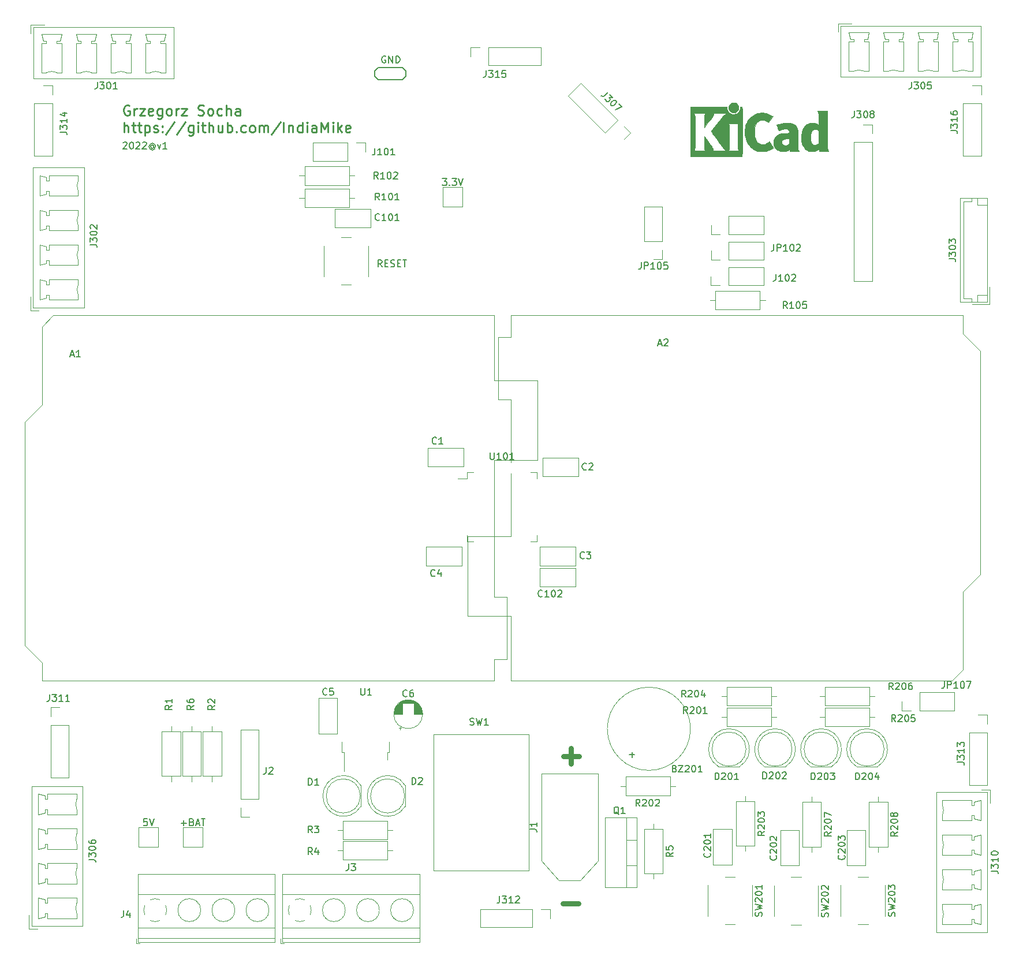
<source format=gto>
G04 #@! TF.GenerationSoftware,KiCad,Pcbnew,(5.1.9)-1*
G04 #@! TF.CreationDate,2022-03-30T20:26:24+02:00*
G04 #@! TF.ProjectId,robot_mobilny_pcb,726f626f-745f-46d6-9f62-696c6e795f70,rev?*
G04 #@! TF.SameCoordinates,Original*
G04 #@! TF.FileFunction,Legend,Top*
G04 #@! TF.FilePolarity,Positive*
%FSLAX46Y46*%
G04 Gerber Fmt 4.6, Leading zero omitted, Abs format (unit mm)*
G04 Created by KiCad (PCBNEW (5.1.9)-1) date 2022-03-30 20:26:24*
%MOMM*%
%LPD*%
G01*
G04 APERTURE LIST*
%ADD10C,0.750000*%
%ADD11C,0.150000*%
%ADD12C,0.250000*%
%ADD13C,0.120000*%
%ADD14C,0.010000*%
%ADD15R,2.500000X2.500000*%
%ADD16C,1.400000*%
%ADD17C,0.100000*%
%ADD18O,1.600000X1.600000*%
%ADD19R,1.600000X1.600000*%
%ADD20C,4.300000*%
%ADD21C,2.600000*%
%ADD22R,2.600000X2.600000*%
%ADD23R,1.700000X1.700000*%
%ADD24O,1.700000X1.700000*%
%ADD25C,1.600000*%
%ADD26C,1.800000*%
%ADD27R,1.800000X1.800000*%
%ADD28C,1.200000*%
%ADD29R,1.200000X1.200000*%
%ADD30R,2.000000X2.000000*%
%ADD31C,2.000000*%
%ADD32R,1.200000X2.200000*%
%ADD33R,5.800000X6.400000*%
%ADD34O,3.600000X1.800000*%
%ADD35O,1.800000X3.600000*%
%ADD36O,1.950000X1.700000*%
%ADD37C,6.000000*%
%ADD38O,2.000000X1.905000*%
%ADD39R,2.000000X1.905000*%
G04 APERTURE END LIST*
D10*
X97957142Y-187814285D02*
X100242857Y-187814285D01*
X98057142Y-166214285D02*
X100342857Y-166214285D01*
X99200000Y-167357142D02*
X99200000Y-165071428D01*
D11*
X33485714Y-76247619D02*
X33533333Y-76200000D01*
X33628571Y-76152380D01*
X33866666Y-76152380D01*
X33961904Y-76200000D01*
X34009523Y-76247619D01*
X34057142Y-76342857D01*
X34057142Y-76438095D01*
X34009523Y-76580952D01*
X33438095Y-77152380D01*
X34057142Y-77152380D01*
X34676190Y-76152380D02*
X34771428Y-76152380D01*
X34866666Y-76200000D01*
X34914285Y-76247619D01*
X34961904Y-76342857D01*
X35009523Y-76533333D01*
X35009523Y-76771428D01*
X34961904Y-76961904D01*
X34914285Y-77057142D01*
X34866666Y-77104761D01*
X34771428Y-77152380D01*
X34676190Y-77152380D01*
X34580952Y-77104761D01*
X34533333Y-77057142D01*
X34485714Y-76961904D01*
X34438095Y-76771428D01*
X34438095Y-76533333D01*
X34485714Y-76342857D01*
X34533333Y-76247619D01*
X34580952Y-76200000D01*
X34676190Y-76152380D01*
X35390476Y-76247619D02*
X35438095Y-76200000D01*
X35533333Y-76152380D01*
X35771428Y-76152380D01*
X35866666Y-76200000D01*
X35914285Y-76247619D01*
X35961904Y-76342857D01*
X35961904Y-76438095D01*
X35914285Y-76580952D01*
X35342857Y-77152380D01*
X35961904Y-77152380D01*
X36342857Y-76247619D02*
X36390476Y-76200000D01*
X36485714Y-76152380D01*
X36723809Y-76152380D01*
X36819047Y-76200000D01*
X36866666Y-76247619D01*
X36914285Y-76342857D01*
X36914285Y-76438095D01*
X36866666Y-76580952D01*
X36295238Y-77152380D01*
X36914285Y-77152380D01*
X37961904Y-76676190D02*
X37914285Y-76628571D01*
X37819047Y-76580952D01*
X37723809Y-76580952D01*
X37628571Y-76628571D01*
X37580952Y-76676190D01*
X37533333Y-76771428D01*
X37533333Y-76866666D01*
X37580952Y-76961904D01*
X37628571Y-77009523D01*
X37723809Y-77057142D01*
X37819047Y-77057142D01*
X37914285Y-77009523D01*
X37961904Y-76961904D01*
X37961904Y-76580952D02*
X37961904Y-76961904D01*
X38009523Y-77009523D01*
X38057142Y-77009523D01*
X38152380Y-76961904D01*
X38200000Y-76866666D01*
X38200000Y-76628571D01*
X38104761Y-76485714D01*
X37961904Y-76390476D01*
X37771428Y-76342857D01*
X37580952Y-76390476D01*
X37438095Y-76485714D01*
X37342857Y-76628571D01*
X37295238Y-76819047D01*
X37342857Y-77009523D01*
X37438095Y-77152380D01*
X37580952Y-77247619D01*
X37771428Y-77295238D01*
X37961904Y-77247619D01*
X38104761Y-77152380D01*
X38533333Y-76485714D02*
X38771428Y-77152380D01*
X39009523Y-76485714D01*
X39914285Y-77152380D02*
X39342857Y-77152380D01*
X39628571Y-77152380D02*
X39628571Y-76152380D01*
X39533333Y-76295238D01*
X39438095Y-76390476D01*
X39342857Y-76438095D01*
D12*
X34405357Y-70800000D02*
X34262500Y-70728571D01*
X34048214Y-70728571D01*
X33833928Y-70800000D01*
X33691071Y-70942857D01*
X33619642Y-71085714D01*
X33548214Y-71371428D01*
X33548214Y-71585714D01*
X33619642Y-71871428D01*
X33691071Y-72014285D01*
X33833928Y-72157142D01*
X34048214Y-72228571D01*
X34191071Y-72228571D01*
X34405357Y-72157142D01*
X34476785Y-72085714D01*
X34476785Y-71585714D01*
X34191071Y-71585714D01*
X35119642Y-72228571D02*
X35119642Y-71228571D01*
X35119642Y-71514285D02*
X35191071Y-71371428D01*
X35262500Y-71300000D01*
X35405357Y-71228571D01*
X35548214Y-71228571D01*
X35905357Y-71228571D02*
X36691071Y-71228571D01*
X35905357Y-72228571D01*
X36691071Y-72228571D01*
X37833928Y-72157142D02*
X37691071Y-72228571D01*
X37405357Y-72228571D01*
X37262500Y-72157142D01*
X37191071Y-72014285D01*
X37191071Y-71442857D01*
X37262500Y-71300000D01*
X37405357Y-71228571D01*
X37691071Y-71228571D01*
X37833928Y-71300000D01*
X37905357Y-71442857D01*
X37905357Y-71585714D01*
X37191071Y-71728571D01*
X39191071Y-71228571D02*
X39191071Y-72442857D01*
X39119642Y-72585714D01*
X39048214Y-72657142D01*
X38905357Y-72728571D01*
X38691071Y-72728571D01*
X38548214Y-72657142D01*
X39191071Y-72157142D02*
X39048214Y-72228571D01*
X38762500Y-72228571D01*
X38619642Y-72157142D01*
X38548214Y-72085714D01*
X38476785Y-71942857D01*
X38476785Y-71514285D01*
X38548214Y-71371428D01*
X38619642Y-71300000D01*
X38762500Y-71228571D01*
X39048214Y-71228571D01*
X39191071Y-71300000D01*
X40119642Y-72228571D02*
X39976785Y-72157142D01*
X39905357Y-72085714D01*
X39833928Y-71942857D01*
X39833928Y-71514285D01*
X39905357Y-71371428D01*
X39976785Y-71300000D01*
X40119642Y-71228571D01*
X40333928Y-71228571D01*
X40476785Y-71300000D01*
X40548214Y-71371428D01*
X40619642Y-71514285D01*
X40619642Y-71942857D01*
X40548214Y-72085714D01*
X40476785Y-72157142D01*
X40333928Y-72228571D01*
X40119642Y-72228571D01*
X41262500Y-72228571D02*
X41262500Y-71228571D01*
X41262500Y-71514285D02*
X41333928Y-71371428D01*
X41405357Y-71300000D01*
X41548214Y-71228571D01*
X41691071Y-71228571D01*
X42048214Y-71228571D02*
X42833928Y-71228571D01*
X42048214Y-72228571D01*
X42833928Y-72228571D01*
X44476785Y-72157142D02*
X44691071Y-72228571D01*
X45048214Y-72228571D01*
X45191071Y-72157142D01*
X45262500Y-72085714D01*
X45333928Y-71942857D01*
X45333928Y-71800000D01*
X45262500Y-71657142D01*
X45191071Y-71585714D01*
X45048214Y-71514285D01*
X44762500Y-71442857D01*
X44619642Y-71371428D01*
X44548214Y-71300000D01*
X44476785Y-71157142D01*
X44476785Y-71014285D01*
X44548214Y-70871428D01*
X44619642Y-70800000D01*
X44762500Y-70728571D01*
X45119642Y-70728571D01*
X45333928Y-70800000D01*
X46191071Y-72228571D02*
X46048214Y-72157142D01*
X45976785Y-72085714D01*
X45905357Y-71942857D01*
X45905357Y-71514285D01*
X45976785Y-71371428D01*
X46048214Y-71300000D01*
X46191071Y-71228571D01*
X46405357Y-71228571D01*
X46548214Y-71300000D01*
X46619642Y-71371428D01*
X46691071Y-71514285D01*
X46691071Y-71942857D01*
X46619642Y-72085714D01*
X46548214Y-72157142D01*
X46405357Y-72228571D01*
X46191071Y-72228571D01*
X47976785Y-72157142D02*
X47833928Y-72228571D01*
X47548214Y-72228571D01*
X47405357Y-72157142D01*
X47333928Y-72085714D01*
X47262500Y-71942857D01*
X47262500Y-71514285D01*
X47333928Y-71371428D01*
X47405357Y-71300000D01*
X47548214Y-71228571D01*
X47833928Y-71228571D01*
X47976785Y-71300000D01*
X48619642Y-72228571D02*
X48619642Y-70728571D01*
X49262500Y-72228571D02*
X49262500Y-71442857D01*
X49191071Y-71300000D01*
X49048214Y-71228571D01*
X48833928Y-71228571D01*
X48691071Y-71300000D01*
X48619642Y-71371428D01*
X50619642Y-72228571D02*
X50619642Y-71442857D01*
X50548214Y-71300000D01*
X50405357Y-71228571D01*
X50119642Y-71228571D01*
X49976785Y-71300000D01*
X50619642Y-72157142D02*
X50476785Y-72228571D01*
X50119642Y-72228571D01*
X49976785Y-72157142D01*
X49905357Y-72014285D01*
X49905357Y-71871428D01*
X49976785Y-71728571D01*
X50119642Y-71657142D01*
X50476785Y-71657142D01*
X50619642Y-71585714D01*
X33619642Y-74728571D02*
X33619642Y-73228571D01*
X34262500Y-74728571D02*
X34262500Y-73942857D01*
X34191071Y-73800000D01*
X34048214Y-73728571D01*
X33833928Y-73728571D01*
X33691071Y-73800000D01*
X33619642Y-73871428D01*
X34762500Y-73728571D02*
X35333928Y-73728571D01*
X34976785Y-73228571D02*
X34976785Y-74514285D01*
X35048214Y-74657142D01*
X35191071Y-74728571D01*
X35333928Y-74728571D01*
X35619642Y-73728571D02*
X36191071Y-73728571D01*
X35833928Y-73228571D02*
X35833928Y-74514285D01*
X35905357Y-74657142D01*
X36048214Y-74728571D01*
X36191071Y-74728571D01*
X36691071Y-73728571D02*
X36691071Y-75228571D01*
X36691071Y-73800000D02*
X36833928Y-73728571D01*
X37119642Y-73728571D01*
X37262500Y-73800000D01*
X37333928Y-73871428D01*
X37405357Y-74014285D01*
X37405357Y-74442857D01*
X37333928Y-74585714D01*
X37262500Y-74657142D01*
X37119642Y-74728571D01*
X36833928Y-74728571D01*
X36691071Y-74657142D01*
X37976785Y-74657142D02*
X38119642Y-74728571D01*
X38405357Y-74728571D01*
X38548214Y-74657142D01*
X38619642Y-74514285D01*
X38619642Y-74442857D01*
X38548214Y-74300000D01*
X38405357Y-74228571D01*
X38191071Y-74228571D01*
X38048214Y-74157142D01*
X37976785Y-74014285D01*
X37976785Y-73942857D01*
X38048214Y-73800000D01*
X38191071Y-73728571D01*
X38405357Y-73728571D01*
X38548214Y-73800000D01*
X39262500Y-74585714D02*
X39333928Y-74657142D01*
X39262500Y-74728571D01*
X39191071Y-74657142D01*
X39262500Y-74585714D01*
X39262500Y-74728571D01*
X39262500Y-73800000D02*
X39333928Y-73871428D01*
X39262500Y-73942857D01*
X39191071Y-73871428D01*
X39262500Y-73800000D01*
X39262500Y-73942857D01*
X41048214Y-73157142D02*
X39762500Y-75085714D01*
X42619642Y-73157142D02*
X41333928Y-75085714D01*
X43762500Y-73728571D02*
X43762500Y-74942857D01*
X43691071Y-75085714D01*
X43619642Y-75157142D01*
X43476785Y-75228571D01*
X43262500Y-75228571D01*
X43119642Y-75157142D01*
X43762500Y-74657142D02*
X43619642Y-74728571D01*
X43333928Y-74728571D01*
X43191071Y-74657142D01*
X43119642Y-74585714D01*
X43048214Y-74442857D01*
X43048214Y-74014285D01*
X43119642Y-73871428D01*
X43191071Y-73800000D01*
X43333928Y-73728571D01*
X43619642Y-73728571D01*
X43762500Y-73800000D01*
X44476785Y-74728571D02*
X44476785Y-73728571D01*
X44476785Y-73228571D02*
X44405357Y-73300000D01*
X44476785Y-73371428D01*
X44548214Y-73300000D01*
X44476785Y-73228571D01*
X44476785Y-73371428D01*
X44976785Y-73728571D02*
X45548214Y-73728571D01*
X45191071Y-73228571D02*
X45191071Y-74514285D01*
X45262500Y-74657142D01*
X45405357Y-74728571D01*
X45548214Y-74728571D01*
X46048214Y-74728571D02*
X46048214Y-73228571D01*
X46691071Y-74728571D02*
X46691071Y-73942857D01*
X46619642Y-73800000D01*
X46476785Y-73728571D01*
X46262500Y-73728571D01*
X46119642Y-73800000D01*
X46048214Y-73871428D01*
X48048214Y-73728571D02*
X48048214Y-74728571D01*
X47405357Y-73728571D02*
X47405357Y-74514285D01*
X47476785Y-74657142D01*
X47619642Y-74728571D01*
X47833928Y-74728571D01*
X47976785Y-74657142D01*
X48048214Y-74585714D01*
X48762500Y-74728571D02*
X48762500Y-73228571D01*
X48762500Y-73800000D02*
X48905357Y-73728571D01*
X49191071Y-73728571D01*
X49333928Y-73800000D01*
X49405357Y-73871428D01*
X49476785Y-74014285D01*
X49476785Y-74442857D01*
X49405357Y-74585714D01*
X49333928Y-74657142D01*
X49191071Y-74728571D01*
X48905357Y-74728571D01*
X48762500Y-74657142D01*
X50119642Y-74585714D02*
X50191071Y-74657142D01*
X50119642Y-74728571D01*
X50048214Y-74657142D01*
X50119642Y-74585714D01*
X50119642Y-74728571D01*
X51476785Y-74657142D02*
X51333928Y-74728571D01*
X51048214Y-74728571D01*
X50905357Y-74657142D01*
X50833928Y-74585714D01*
X50762500Y-74442857D01*
X50762500Y-74014285D01*
X50833928Y-73871428D01*
X50905357Y-73800000D01*
X51048214Y-73728571D01*
X51333928Y-73728571D01*
X51476785Y-73800000D01*
X52333928Y-74728571D02*
X52191071Y-74657142D01*
X52119642Y-74585714D01*
X52048214Y-74442857D01*
X52048214Y-74014285D01*
X52119642Y-73871428D01*
X52191071Y-73800000D01*
X52333928Y-73728571D01*
X52548214Y-73728571D01*
X52691071Y-73800000D01*
X52762500Y-73871428D01*
X52833928Y-74014285D01*
X52833928Y-74442857D01*
X52762500Y-74585714D01*
X52691071Y-74657142D01*
X52548214Y-74728571D01*
X52333928Y-74728571D01*
X53476785Y-74728571D02*
X53476785Y-73728571D01*
X53476785Y-73871428D02*
X53548214Y-73800000D01*
X53691071Y-73728571D01*
X53905357Y-73728571D01*
X54048214Y-73800000D01*
X54119642Y-73942857D01*
X54119642Y-74728571D01*
X54119642Y-73942857D02*
X54191071Y-73800000D01*
X54333928Y-73728571D01*
X54548214Y-73728571D01*
X54691071Y-73800000D01*
X54762500Y-73942857D01*
X54762500Y-74728571D01*
X56548214Y-73157142D02*
X55262500Y-75085714D01*
X57048214Y-74728571D02*
X57048214Y-73228571D01*
X57762500Y-73728571D02*
X57762500Y-74728571D01*
X57762500Y-73871428D02*
X57833928Y-73800000D01*
X57976785Y-73728571D01*
X58191071Y-73728571D01*
X58333928Y-73800000D01*
X58405357Y-73942857D01*
X58405357Y-74728571D01*
X59762500Y-74728571D02*
X59762500Y-73228571D01*
X59762500Y-74657142D02*
X59619642Y-74728571D01*
X59333928Y-74728571D01*
X59191071Y-74657142D01*
X59119642Y-74585714D01*
X59048214Y-74442857D01*
X59048214Y-74014285D01*
X59119642Y-73871428D01*
X59191071Y-73800000D01*
X59333928Y-73728571D01*
X59619642Y-73728571D01*
X59762500Y-73800000D01*
X60476785Y-74728571D02*
X60476785Y-73728571D01*
X60476785Y-73228571D02*
X60405357Y-73300000D01*
X60476785Y-73371428D01*
X60548214Y-73300000D01*
X60476785Y-73228571D01*
X60476785Y-73371428D01*
X61833928Y-74728571D02*
X61833928Y-73942857D01*
X61762500Y-73800000D01*
X61619642Y-73728571D01*
X61333928Y-73728571D01*
X61191071Y-73800000D01*
X61833928Y-74657142D02*
X61691071Y-74728571D01*
X61333928Y-74728571D01*
X61191071Y-74657142D01*
X61119642Y-74514285D01*
X61119642Y-74371428D01*
X61191071Y-74228571D01*
X61333928Y-74157142D01*
X61691071Y-74157142D01*
X61833928Y-74085714D01*
X62548214Y-74728571D02*
X62548214Y-73228571D01*
X63048214Y-74300000D01*
X63548214Y-73228571D01*
X63548214Y-74728571D01*
X64262500Y-74728571D02*
X64262500Y-73728571D01*
X64262500Y-73228571D02*
X64191071Y-73300000D01*
X64262500Y-73371428D01*
X64333928Y-73300000D01*
X64262500Y-73228571D01*
X64262500Y-73371428D01*
X64976785Y-74728571D02*
X64976785Y-73228571D01*
X65119642Y-74157142D02*
X65548214Y-74728571D01*
X65548214Y-73728571D02*
X64976785Y-74300000D01*
X66762499Y-74657142D02*
X66619642Y-74728571D01*
X66333928Y-74728571D01*
X66191071Y-74657142D01*
X66119642Y-74514285D01*
X66119642Y-73942857D01*
X66191071Y-73800000D01*
X66333928Y-73728571D01*
X66619642Y-73728571D01*
X66762499Y-73800000D01*
X66833928Y-73942857D01*
X66833928Y-74085714D01*
X66119642Y-74228571D01*
D13*
X80350000Y-82750000D02*
X83250000Y-82750000D01*
X83250000Y-82750000D02*
X83250000Y-85650000D01*
X83250000Y-85650000D02*
X80350000Y-85650000D01*
X80350000Y-85650000D02*
X80350000Y-82750000D01*
X35750000Y-176650000D02*
X38650000Y-176650000D01*
X38650000Y-176650000D02*
X38650000Y-179550000D01*
X38650000Y-179550000D02*
X35750000Y-179550000D01*
X35750000Y-179550000D02*
X35750000Y-176650000D01*
X42250000Y-176650000D02*
X45150000Y-176650000D01*
X45150000Y-176650000D02*
X45150000Y-179550000D01*
X45150000Y-179550000D02*
X42250000Y-179550000D01*
X42250000Y-179550000D02*
X42250000Y-176650000D01*
D11*
X70870000Y-65200000D02*
X74470000Y-65200000D01*
X74470000Y-65200000D02*
X74970000Y-65700000D01*
X74970000Y-65700000D02*
X74970000Y-66500000D01*
X74970000Y-66500000D02*
X74470000Y-67000000D01*
X74470000Y-67000000D02*
X70870000Y-67000000D01*
X70870000Y-67000000D02*
X70370000Y-66500000D01*
X70370000Y-66500000D02*
X70370000Y-65700000D01*
X70370000Y-65700000D02*
X70870000Y-65200000D01*
D14*
G36*
X118929911Y-70961660D02*
G01*
X119279460Y-70961707D01*
X119442170Y-70961714D01*
X122046571Y-70961715D01*
X122046571Y-71115238D01*
X122062957Y-71302063D01*
X122112412Y-71474367D01*
X122195380Y-71633175D01*
X122312305Y-71779510D01*
X122351864Y-71819032D01*
X122494170Y-71931138D01*
X122651078Y-72012899D01*
X122817928Y-72064353D01*
X122990061Y-72085537D01*
X123162815Y-72076487D01*
X123331530Y-72037242D01*
X123491546Y-71967838D01*
X123638202Y-71868311D01*
X123704068Y-71808265D01*
X123826808Y-71661043D01*
X123916812Y-71499147D01*
X123973294Y-71324427D01*
X123995471Y-71138735D01*
X123995766Y-71120467D01*
X123996928Y-70961720D01*
X124066700Y-70961717D01*
X124128595Y-70970118D01*
X124185135Y-70990556D01*
X124188872Y-70992667D01*
X124201642Y-70999293D01*
X124213368Y-71004454D01*
X124224094Y-71009651D01*
X124233861Y-71016390D01*
X124242712Y-71026171D01*
X124250689Y-71040500D01*
X124257835Y-71060878D01*
X124264192Y-71088808D01*
X124269802Y-71125795D01*
X124274707Y-71173340D01*
X124278951Y-71232947D01*
X124282576Y-71306119D01*
X124285623Y-71394359D01*
X124288136Y-71499170D01*
X124290156Y-71622055D01*
X124291726Y-71764517D01*
X124292888Y-71928060D01*
X124293686Y-72114186D01*
X124294160Y-72324398D01*
X124294354Y-72560200D01*
X124294310Y-72823094D01*
X124294070Y-73114584D01*
X124293677Y-73436172D01*
X124293173Y-73789362D01*
X124292600Y-74175657D01*
X124292001Y-74596560D01*
X124291932Y-74647840D01*
X124291395Y-75071426D01*
X124290939Y-75460230D01*
X124290516Y-75815753D01*
X124290079Y-76139498D01*
X124289578Y-76432966D01*
X124288965Y-76697661D01*
X124288192Y-76935085D01*
X124287211Y-77146740D01*
X124285974Y-77334129D01*
X124284432Y-77498754D01*
X124282537Y-77642117D01*
X124280241Y-77765720D01*
X124277496Y-77871067D01*
X124274253Y-77959659D01*
X124270464Y-78033000D01*
X124266081Y-78092590D01*
X124261055Y-78139933D01*
X124255339Y-78176531D01*
X124248884Y-78203886D01*
X124241641Y-78223502D01*
X124233563Y-78236879D01*
X124224602Y-78245521D01*
X124214708Y-78250930D01*
X124203835Y-78254608D01*
X124191933Y-78258058D01*
X124178954Y-78262782D01*
X124175783Y-78264220D01*
X124165819Y-78267451D01*
X124149141Y-78270420D01*
X124124293Y-78273137D01*
X124089820Y-78275613D01*
X124044264Y-78277858D01*
X123986170Y-78279883D01*
X123914081Y-78281698D01*
X123826542Y-78283315D01*
X123722095Y-78284743D01*
X123599285Y-78285993D01*
X123456655Y-78287076D01*
X123292749Y-78288002D01*
X123106110Y-78288782D01*
X122895284Y-78289426D01*
X122658812Y-78289946D01*
X122395239Y-78290351D01*
X122103110Y-78290652D01*
X121780966Y-78290860D01*
X121427353Y-78290985D01*
X121040814Y-78291038D01*
X120619892Y-78291029D01*
X120483544Y-78291016D01*
X120053284Y-78290947D01*
X119657836Y-78290834D01*
X119295727Y-78290665D01*
X118965483Y-78290430D01*
X118665629Y-78290116D01*
X118394692Y-78289713D01*
X118151200Y-78289207D01*
X117933677Y-78288589D01*
X117740650Y-78287846D01*
X117570646Y-78286968D01*
X117422190Y-78285941D01*
X117293810Y-78284756D01*
X117184031Y-78283400D01*
X117091380Y-78281862D01*
X117014383Y-78280130D01*
X116951566Y-78278194D01*
X116901456Y-78276040D01*
X116862579Y-78273659D01*
X116833462Y-78271037D01*
X116812629Y-78268165D01*
X116798609Y-78265030D01*
X116790966Y-78262159D01*
X116777382Y-78256430D01*
X116764910Y-78252206D01*
X116753502Y-78247985D01*
X116743111Y-78242268D01*
X116733691Y-78233555D01*
X116725192Y-78220345D01*
X116717570Y-78201137D01*
X116710775Y-78174433D01*
X116704762Y-78138730D01*
X116699483Y-78092530D01*
X116694890Y-78034332D01*
X116690936Y-77962635D01*
X116687575Y-77875940D01*
X116684759Y-77772746D01*
X116682440Y-77651553D01*
X116680572Y-77510860D01*
X116680084Y-77456857D01*
X117164296Y-77456857D01*
X118875744Y-77456857D01*
X118842813Y-77406964D01*
X118810053Y-77355693D01*
X118782311Y-77306869D01*
X118759193Y-77257076D01*
X118740303Y-77202898D01*
X118725249Y-77140916D01*
X118713633Y-77067715D01*
X118705064Y-76979878D01*
X118699144Y-76873988D01*
X118695481Y-76746628D01*
X118693679Y-76594381D01*
X118693344Y-76413832D01*
X118694081Y-76201562D01*
X118694499Y-76122755D01*
X118699214Y-75277911D01*
X119234428Y-76006557D01*
X119386054Y-76213265D01*
X119517419Y-76393260D01*
X119629943Y-76548925D01*
X119725043Y-76682647D01*
X119804138Y-76796809D01*
X119868647Y-76893797D01*
X119919988Y-76975994D01*
X119959580Y-77045786D01*
X119988840Y-77105558D01*
X120009188Y-77157693D01*
X120022042Y-77204576D01*
X120028819Y-77248593D01*
X120030940Y-77292127D01*
X120029821Y-77337564D01*
X120029536Y-77343275D01*
X120023643Y-77456933D01*
X121899229Y-77456857D01*
X121759722Y-77316189D01*
X121721865Y-77277715D01*
X121685953Y-77240279D01*
X121650407Y-77201814D01*
X121613653Y-77160258D01*
X121574114Y-77113545D01*
X121530214Y-77059610D01*
X121480377Y-76996390D01*
X121423028Y-76921818D01*
X121356589Y-76833832D01*
X121279485Y-76730365D01*
X121190139Y-76609354D01*
X121086976Y-76468734D01*
X120968420Y-76306440D01*
X120832895Y-76120407D01*
X120678823Y-75908571D01*
X120552538Y-75734804D01*
X120394046Y-75516501D01*
X120255784Y-75325629D01*
X120136501Y-75160374D01*
X120034943Y-75018926D01*
X119949859Y-74899471D01*
X119879995Y-74800198D01*
X119824100Y-74719295D01*
X119780920Y-74654949D01*
X119749203Y-74605347D01*
X119727698Y-74568679D01*
X119715150Y-74543132D01*
X119710308Y-74526893D01*
X119711763Y-74518355D01*
X119729401Y-74495635D01*
X119767534Y-74447543D01*
X119823862Y-74376938D01*
X119896084Y-74286678D01*
X119981899Y-74179621D01*
X120079006Y-74058627D01*
X120185104Y-73926554D01*
X120297891Y-73786260D01*
X120415068Y-73640603D01*
X120534333Y-73492444D01*
X120599933Y-73411000D01*
X122228686Y-73411000D01*
X122296379Y-73533465D01*
X122364071Y-73655929D01*
X122364071Y-77211929D01*
X122296379Y-77334393D01*
X122228686Y-77456857D01*
X123029441Y-77456857D01*
X123220602Y-77456802D01*
X123378499Y-77456551D01*
X123506152Y-77455979D01*
X123606581Y-77454959D01*
X123682807Y-77453365D01*
X123737852Y-77451070D01*
X123774736Y-77447950D01*
X123796479Y-77443877D01*
X123806102Y-77438725D01*
X123806627Y-77432367D01*
X123801074Y-77424679D01*
X123801016Y-77424615D01*
X123778140Y-77391524D01*
X123747849Y-77337719D01*
X123721097Y-77284008D01*
X123670357Y-77175643D01*
X123665182Y-75293322D01*
X123660007Y-73411000D01*
X122228686Y-73411000D01*
X120599933Y-73411000D01*
X120653385Y-73344639D01*
X120769923Y-73200047D01*
X120881646Y-73061528D01*
X120986254Y-72931939D01*
X121081444Y-72814140D01*
X121164917Y-72710988D01*
X121234371Y-72625343D01*
X121287506Y-72560062D01*
X121318715Y-72522000D01*
X121439903Y-72379670D01*
X121556493Y-72251230D01*
X121664397Y-72140886D01*
X121759530Y-72052841D01*
X121827043Y-71998862D01*
X121906873Y-71941429D01*
X120070892Y-71941429D01*
X120071408Y-72049165D01*
X120066276Y-72128372D01*
X120046985Y-72201805D01*
X120017123Y-72271415D01*
X119997712Y-72310741D01*
X119976841Y-72349707D01*
X119952604Y-72390901D01*
X119923094Y-72436908D01*
X119886406Y-72490317D01*
X119840632Y-72553714D01*
X119783865Y-72629685D01*
X119714200Y-72720817D01*
X119629730Y-72829698D01*
X119528547Y-72958914D01*
X119408747Y-73111052D01*
X119268421Y-73288698D01*
X119252571Y-73308742D01*
X118699214Y-74008508D01*
X118693857Y-73233504D01*
X118692779Y-73001368D01*
X118693008Y-72804846D01*
X118694557Y-72643292D01*
X118697437Y-72516056D01*
X118701659Y-72422492D01*
X118707234Y-72361952D01*
X118709107Y-72350468D01*
X118738505Y-72229499D01*
X118777022Y-72120446D01*
X118820974Y-72032763D01*
X118847379Y-71995574D01*
X118892940Y-71941429D01*
X118028470Y-71941429D01*
X117822255Y-71941605D01*
X117649812Y-71942179D01*
X117508627Y-71943217D01*
X117396188Y-71944787D01*
X117309983Y-71946954D01*
X117247498Y-71949788D01*
X117206221Y-71953353D01*
X117183640Y-71957718D01*
X117177241Y-71962949D01*
X117177683Y-71964107D01*
X117196009Y-71991769D01*
X117226604Y-72035615D01*
X117242433Y-72057791D01*
X117258798Y-72079920D01*
X117273508Y-72099709D01*
X117286656Y-72119106D01*
X117298333Y-72140058D01*
X117308632Y-72164512D01*
X117317646Y-72194416D01*
X117325468Y-72231717D01*
X117332191Y-72278363D01*
X117337906Y-72336301D01*
X117342707Y-72407479D01*
X117346685Y-72493844D01*
X117349935Y-72597344D01*
X117352548Y-72719925D01*
X117354617Y-72863537D01*
X117356234Y-73030125D01*
X117357493Y-73221637D01*
X117358485Y-73440022D01*
X117359304Y-73687226D01*
X117360042Y-73965196D01*
X117360791Y-74275881D01*
X117361492Y-74561300D01*
X117362153Y-74879492D01*
X117362497Y-75183077D01*
X117362532Y-75470115D01*
X117362268Y-75738669D01*
X117361715Y-75986798D01*
X117360880Y-76212563D01*
X117359773Y-76414026D01*
X117358404Y-76589246D01*
X117356781Y-76736286D01*
X117354913Y-76853206D01*
X117352811Y-76938067D01*
X117350482Y-76988929D01*
X117350041Y-76994304D01*
X117333992Y-77117613D01*
X117308936Y-77216644D01*
X117270779Y-77303070D01*
X117215428Y-77388565D01*
X117208504Y-77397893D01*
X117164296Y-77456857D01*
X116680084Y-77456857D01*
X116679108Y-77349168D01*
X116677999Y-77164976D01*
X116677199Y-76956784D01*
X116676661Y-76723091D01*
X116676338Y-76462398D01*
X116676183Y-76173204D01*
X116676146Y-75854009D01*
X116676183Y-75503313D01*
X116676245Y-75119614D01*
X116676285Y-74701414D01*
X116676286Y-74618393D01*
X116676309Y-74195789D01*
X116676388Y-73807981D01*
X116676533Y-73453480D01*
X116676756Y-73130797D01*
X116677069Y-72838442D01*
X116677483Y-72574927D01*
X116678009Y-72338762D01*
X116678660Y-72128458D01*
X116679447Y-71942526D01*
X116680381Y-71779475D01*
X116681474Y-71637818D01*
X116682737Y-71516064D01*
X116684183Y-71412725D01*
X116685821Y-71326311D01*
X116687666Y-71255333D01*
X116689726Y-71198301D01*
X116692015Y-71153727D01*
X116694544Y-71120121D01*
X116697324Y-71095993D01*
X116700367Y-71079856D01*
X116703684Y-71070218D01*
X116703807Y-71069978D01*
X116710640Y-71055255D01*
X116716330Y-71041926D01*
X116722626Y-71029922D01*
X116731272Y-71019173D01*
X116744014Y-71009611D01*
X116762600Y-71001167D01*
X116788774Y-70993771D01*
X116824284Y-70987354D01*
X116870875Y-70981848D01*
X116930293Y-70977183D01*
X117004285Y-70973291D01*
X117094597Y-70970102D01*
X117202975Y-70967547D01*
X117331165Y-70965558D01*
X117480913Y-70964065D01*
X117653966Y-70962998D01*
X117852069Y-70962291D01*
X118076969Y-70961872D01*
X118330412Y-70961673D01*
X118614144Y-70961626D01*
X118929911Y-70961660D01*
G37*
X118929911Y-70961660D02*
X119279460Y-70961707D01*
X119442170Y-70961714D01*
X122046571Y-70961715D01*
X122046571Y-71115238D01*
X122062957Y-71302063D01*
X122112412Y-71474367D01*
X122195380Y-71633175D01*
X122312305Y-71779510D01*
X122351864Y-71819032D01*
X122494170Y-71931138D01*
X122651078Y-72012899D01*
X122817928Y-72064353D01*
X122990061Y-72085537D01*
X123162815Y-72076487D01*
X123331530Y-72037242D01*
X123491546Y-71967838D01*
X123638202Y-71868311D01*
X123704068Y-71808265D01*
X123826808Y-71661043D01*
X123916812Y-71499147D01*
X123973294Y-71324427D01*
X123995471Y-71138735D01*
X123995766Y-71120467D01*
X123996928Y-70961720D01*
X124066700Y-70961717D01*
X124128595Y-70970118D01*
X124185135Y-70990556D01*
X124188872Y-70992667D01*
X124201642Y-70999293D01*
X124213368Y-71004454D01*
X124224094Y-71009651D01*
X124233861Y-71016390D01*
X124242712Y-71026171D01*
X124250689Y-71040500D01*
X124257835Y-71060878D01*
X124264192Y-71088808D01*
X124269802Y-71125795D01*
X124274707Y-71173340D01*
X124278951Y-71232947D01*
X124282576Y-71306119D01*
X124285623Y-71394359D01*
X124288136Y-71499170D01*
X124290156Y-71622055D01*
X124291726Y-71764517D01*
X124292888Y-71928060D01*
X124293686Y-72114186D01*
X124294160Y-72324398D01*
X124294354Y-72560200D01*
X124294310Y-72823094D01*
X124294070Y-73114584D01*
X124293677Y-73436172D01*
X124293173Y-73789362D01*
X124292600Y-74175657D01*
X124292001Y-74596560D01*
X124291932Y-74647840D01*
X124291395Y-75071426D01*
X124290939Y-75460230D01*
X124290516Y-75815753D01*
X124290079Y-76139498D01*
X124289578Y-76432966D01*
X124288965Y-76697661D01*
X124288192Y-76935085D01*
X124287211Y-77146740D01*
X124285974Y-77334129D01*
X124284432Y-77498754D01*
X124282537Y-77642117D01*
X124280241Y-77765720D01*
X124277496Y-77871067D01*
X124274253Y-77959659D01*
X124270464Y-78033000D01*
X124266081Y-78092590D01*
X124261055Y-78139933D01*
X124255339Y-78176531D01*
X124248884Y-78203886D01*
X124241641Y-78223502D01*
X124233563Y-78236879D01*
X124224602Y-78245521D01*
X124214708Y-78250930D01*
X124203835Y-78254608D01*
X124191933Y-78258058D01*
X124178954Y-78262782D01*
X124175783Y-78264220D01*
X124165819Y-78267451D01*
X124149141Y-78270420D01*
X124124293Y-78273137D01*
X124089820Y-78275613D01*
X124044264Y-78277858D01*
X123986170Y-78279883D01*
X123914081Y-78281698D01*
X123826542Y-78283315D01*
X123722095Y-78284743D01*
X123599285Y-78285993D01*
X123456655Y-78287076D01*
X123292749Y-78288002D01*
X123106110Y-78288782D01*
X122895284Y-78289426D01*
X122658812Y-78289946D01*
X122395239Y-78290351D01*
X122103110Y-78290652D01*
X121780966Y-78290860D01*
X121427353Y-78290985D01*
X121040814Y-78291038D01*
X120619892Y-78291029D01*
X120483544Y-78291016D01*
X120053284Y-78290947D01*
X119657836Y-78290834D01*
X119295727Y-78290665D01*
X118965483Y-78290430D01*
X118665629Y-78290116D01*
X118394692Y-78289713D01*
X118151200Y-78289207D01*
X117933677Y-78288589D01*
X117740650Y-78287846D01*
X117570646Y-78286968D01*
X117422190Y-78285941D01*
X117293810Y-78284756D01*
X117184031Y-78283400D01*
X117091380Y-78281862D01*
X117014383Y-78280130D01*
X116951566Y-78278194D01*
X116901456Y-78276040D01*
X116862579Y-78273659D01*
X116833462Y-78271037D01*
X116812629Y-78268165D01*
X116798609Y-78265030D01*
X116790966Y-78262159D01*
X116777382Y-78256430D01*
X116764910Y-78252206D01*
X116753502Y-78247985D01*
X116743111Y-78242268D01*
X116733691Y-78233555D01*
X116725192Y-78220345D01*
X116717570Y-78201137D01*
X116710775Y-78174433D01*
X116704762Y-78138730D01*
X116699483Y-78092530D01*
X116694890Y-78034332D01*
X116690936Y-77962635D01*
X116687575Y-77875940D01*
X116684759Y-77772746D01*
X116682440Y-77651553D01*
X116680572Y-77510860D01*
X116680084Y-77456857D01*
X117164296Y-77456857D01*
X118875744Y-77456857D01*
X118842813Y-77406964D01*
X118810053Y-77355693D01*
X118782311Y-77306869D01*
X118759193Y-77257076D01*
X118740303Y-77202898D01*
X118725249Y-77140916D01*
X118713633Y-77067715D01*
X118705064Y-76979878D01*
X118699144Y-76873988D01*
X118695481Y-76746628D01*
X118693679Y-76594381D01*
X118693344Y-76413832D01*
X118694081Y-76201562D01*
X118694499Y-76122755D01*
X118699214Y-75277911D01*
X119234428Y-76006557D01*
X119386054Y-76213265D01*
X119517419Y-76393260D01*
X119629943Y-76548925D01*
X119725043Y-76682647D01*
X119804138Y-76796809D01*
X119868647Y-76893797D01*
X119919988Y-76975994D01*
X119959580Y-77045786D01*
X119988840Y-77105558D01*
X120009188Y-77157693D01*
X120022042Y-77204576D01*
X120028819Y-77248593D01*
X120030940Y-77292127D01*
X120029821Y-77337564D01*
X120029536Y-77343275D01*
X120023643Y-77456933D01*
X121899229Y-77456857D01*
X121759722Y-77316189D01*
X121721865Y-77277715D01*
X121685953Y-77240279D01*
X121650407Y-77201814D01*
X121613653Y-77160258D01*
X121574114Y-77113545D01*
X121530214Y-77059610D01*
X121480377Y-76996390D01*
X121423028Y-76921818D01*
X121356589Y-76833832D01*
X121279485Y-76730365D01*
X121190139Y-76609354D01*
X121086976Y-76468734D01*
X120968420Y-76306440D01*
X120832895Y-76120407D01*
X120678823Y-75908571D01*
X120552538Y-75734804D01*
X120394046Y-75516501D01*
X120255784Y-75325629D01*
X120136501Y-75160374D01*
X120034943Y-75018926D01*
X119949859Y-74899471D01*
X119879995Y-74800198D01*
X119824100Y-74719295D01*
X119780920Y-74654949D01*
X119749203Y-74605347D01*
X119727698Y-74568679D01*
X119715150Y-74543132D01*
X119710308Y-74526893D01*
X119711763Y-74518355D01*
X119729401Y-74495635D01*
X119767534Y-74447543D01*
X119823862Y-74376938D01*
X119896084Y-74286678D01*
X119981899Y-74179621D01*
X120079006Y-74058627D01*
X120185104Y-73926554D01*
X120297891Y-73786260D01*
X120415068Y-73640603D01*
X120534333Y-73492444D01*
X120599933Y-73411000D01*
X122228686Y-73411000D01*
X122296379Y-73533465D01*
X122364071Y-73655929D01*
X122364071Y-77211929D01*
X122296379Y-77334393D01*
X122228686Y-77456857D01*
X123029441Y-77456857D01*
X123220602Y-77456802D01*
X123378499Y-77456551D01*
X123506152Y-77455979D01*
X123606581Y-77454959D01*
X123682807Y-77453365D01*
X123737852Y-77451070D01*
X123774736Y-77447950D01*
X123796479Y-77443877D01*
X123806102Y-77438725D01*
X123806627Y-77432367D01*
X123801074Y-77424679D01*
X123801016Y-77424615D01*
X123778140Y-77391524D01*
X123747849Y-77337719D01*
X123721097Y-77284008D01*
X123670357Y-77175643D01*
X123665182Y-75293322D01*
X123660007Y-73411000D01*
X122228686Y-73411000D01*
X120599933Y-73411000D01*
X120653385Y-73344639D01*
X120769923Y-73200047D01*
X120881646Y-73061528D01*
X120986254Y-72931939D01*
X121081444Y-72814140D01*
X121164917Y-72710988D01*
X121234371Y-72625343D01*
X121287506Y-72560062D01*
X121318715Y-72522000D01*
X121439903Y-72379670D01*
X121556493Y-72251230D01*
X121664397Y-72140886D01*
X121759530Y-72052841D01*
X121827043Y-71998862D01*
X121906873Y-71941429D01*
X120070892Y-71941429D01*
X120071408Y-72049165D01*
X120066276Y-72128372D01*
X120046985Y-72201805D01*
X120017123Y-72271415D01*
X119997712Y-72310741D01*
X119976841Y-72349707D01*
X119952604Y-72390901D01*
X119923094Y-72436908D01*
X119886406Y-72490317D01*
X119840632Y-72553714D01*
X119783865Y-72629685D01*
X119714200Y-72720817D01*
X119629730Y-72829698D01*
X119528547Y-72958914D01*
X119408747Y-73111052D01*
X119268421Y-73288698D01*
X119252571Y-73308742D01*
X118699214Y-74008508D01*
X118693857Y-73233504D01*
X118692779Y-73001368D01*
X118693008Y-72804846D01*
X118694557Y-72643292D01*
X118697437Y-72516056D01*
X118701659Y-72422492D01*
X118707234Y-72361952D01*
X118709107Y-72350468D01*
X118738505Y-72229499D01*
X118777022Y-72120446D01*
X118820974Y-72032763D01*
X118847379Y-71995574D01*
X118892940Y-71941429D01*
X118028470Y-71941429D01*
X117822255Y-71941605D01*
X117649812Y-71942179D01*
X117508627Y-71943217D01*
X117396188Y-71944787D01*
X117309983Y-71946954D01*
X117247498Y-71949788D01*
X117206221Y-71953353D01*
X117183640Y-71957718D01*
X117177241Y-71962949D01*
X117177683Y-71964107D01*
X117196009Y-71991769D01*
X117226604Y-72035615D01*
X117242433Y-72057791D01*
X117258798Y-72079920D01*
X117273508Y-72099709D01*
X117286656Y-72119106D01*
X117298333Y-72140058D01*
X117308632Y-72164512D01*
X117317646Y-72194416D01*
X117325468Y-72231717D01*
X117332191Y-72278363D01*
X117337906Y-72336301D01*
X117342707Y-72407479D01*
X117346685Y-72493844D01*
X117349935Y-72597344D01*
X117352548Y-72719925D01*
X117354617Y-72863537D01*
X117356234Y-73030125D01*
X117357493Y-73221637D01*
X117358485Y-73440022D01*
X117359304Y-73687226D01*
X117360042Y-73965196D01*
X117360791Y-74275881D01*
X117361492Y-74561300D01*
X117362153Y-74879492D01*
X117362497Y-75183077D01*
X117362532Y-75470115D01*
X117362268Y-75738669D01*
X117361715Y-75986798D01*
X117360880Y-76212563D01*
X117359773Y-76414026D01*
X117358404Y-76589246D01*
X117356781Y-76736286D01*
X117354913Y-76853206D01*
X117352811Y-76938067D01*
X117350482Y-76988929D01*
X117350041Y-76994304D01*
X117333992Y-77117613D01*
X117308936Y-77216644D01*
X117270779Y-77303070D01*
X117215428Y-77388565D01*
X117208504Y-77397893D01*
X117164296Y-77456857D01*
X116680084Y-77456857D01*
X116679108Y-77349168D01*
X116677999Y-77164976D01*
X116677199Y-76956784D01*
X116676661Y-76723091D01*
X116676338Y-76462398D01*
X116676183Y-76173204D01*
X116676146Y-75854009D01*
X116676183Y-75503313D01*
X116676245Y-75119614D01*
X116676285Y-74701414D01*
X116676286Y-74618393D01*
X116676309Y-74195789D01*
X116676388Y-73807981D01*
X116676533Y-73453480D01*
X116676756Y-73130797D01*
X116677069Y-72838442D01*
X116677483Y-72574927D01*
X116678009Y-72338762D01*
X116678660Y-72128458D01*
X116679447Y-71942526D01*
X116680381Y-71779475D01*
X116681474Y-71637818D01*
X116682737Y-71516064D01*
X116684183Y-71412725D01*
X116685821Y-71326311D01*
X116687666Y-71255333D01*
X116689726Y-71198301D01*
X116692015Y-71153727D01*
X116694544Y-71120121D01*
X116697324Y-71095993D01*
X116700367Y-71079856D01*
X116703684Y-71070218D01*
X116703807Y-71069978D01*
X116710640Y-71055255D01*
X116716330Y-71041926D01*
X116722626Y-71029922D01*
X116731272Y-71019173D01*
X116744014Y-71009611D01*
X116762600Y-71001167D01*
X116788774Y-70993771D01*
X116824284Y-70987354D01*
X116870875Y-70981848D01*
X116930293Y-70977183D01*
X117004285Y-70973291D01*
X117094597Y-70970102D01*
X117202975Y-70967547D01*
X117331165Y-70965558D01*
X117480913Y-70964065D01*
X117653966Y-70962998D01*
X117852069Y-70962291D01*
X118076969Y-70961872D01*
X118330412Y-70961673D01*
X118614144Y-70961626D01*
X118929911Y-70961660D01*
G36*
X127381378Y-71869231D02*
G01*
X127577019Y-71890649D01*
X127766562Y-71928985D01*
X127957717Y-71986238D01*
X128158196Y-72064409D01*
X128375708Y-72165496D01*
X128414880Y-72185076D01*
X128504772Y-72229362D01*
X128589553Y-72269239D01*
X128660855Y-72300898D01*
X128710310Y-72320532D01*
X128717908Y-72323004D01*
X128790714Y-72344817D01*
X128464803Y-72818944D01*
X128385123Y-72934823D01*
X128312272Y-73040694D01*
X128248730Y-73132962D01*
X128196972Y-73208033D01*
X128159477Y-73262313D01*
X128138723Y-73292207D01*
X128135351Y-73296941D01*
X128121655Y-73287042D01*
X128087943Y-73257285D01*
X128040244Y-73213073D01*
X128013920Y-73188084D01*
X127864772Y-73069456D01*
X127697268Y-72979313D01*
X127552928Y-72929936D01*
X127466283Y-72914429D01*
X127357796Y-72904979D01*
X127240227Y-72901761D01*
X127126334Y-72904951D01*
X127028879Y-72914724D01*
X126989990Y-72922209D01*
X126814712Y-72982512D01*
X126656765Y-73074590D01*
X126516268Y-73198273D01*
X126393335Y-73353393D01*
X126288085Y-73539781D01*
X126200635Y-73757270D01*
X126131100Y-74005692D01*
X126089775Y-74218357D01*
X126078994Y-74312241D01*
X126071648Y-74433524D01*
X126067667Y-74573493D01*
X126066979Y-74723431D01*
X126069514Y-74874622D01*
X126075200Y-75018351D01*
X126083967Y-75145903D01*
X126095744Y-75248562D01*
X126098293Y-75264401D01*
X126154481Y-75519536D01*
X126231036Y-75745342D01*
X126328426Y-75942831D01*
X126447114Y-76113014D01*
X126531363Y-76205022D01*
X126682770Y-76329943D01*
X126848817Y-76422540D01*
X127026701Y-76482309D01*
X127213622Y-76508746D01*
X127406778Y-76501348D01*
X127603369Y-76459611D01*
X127719597Y-76418771D01*
X127880438Y-76336990D01*
X128046213Y-76219678D01*
X128139073Y-76140345D01*
X128191214Y-76094429D01*
X128232180Y-76060742D01*
X128255498Y-76044510D01*
X128258393Y-76044015D01*
X128268800Y-76060601D01*
X128295767Y-76104432D01*
X128336996Y-76171748D01*
X128390189Y-76258794D01*
X128453050Y-76361810D01*
X128523281Y-76477041D01*
X128562372Y-76541231D01*
X128860964Y-77031677D01*
X128488161Y-77215915D01*
X128353369Y-77282093D01*
X128244175Y-77334278D01*
X128153907Y-77375060D01*
X128075888Y-77407033D01*
X128003444Y-77432787D01*
X127929901Y-77454914D01*
X127848584Y-77476007D01*
X127770643Y-77494530D01*
X127701366Y-77508863D01*
X127628917Y-77519694D01*
X127546042Y-77527626D01*
X127445488Y-77533258D01*
X127320003Y-77537192D01*
X127235428Y-77538891D01*
X127114754Y-77540050D01*
X126999042Y-77539465D01*
X126895951Y-77537304D01*
X126813138Y-77533732D01*
X126758260Y-77528917D01*
X126755008Y-77528437D01*
X126470043Y-77466786D01*
X126202442Y-77373285D01*
X125952297Y-77247993D01*
X125719704Y-77090974D01*
X125504757Y-76902289D01*
X125307550Y-76682000D01*
X125164727Y-76486214D01*
X125012680Y-76229949D01*
X124889773Y-75959317D01*
X124795410Y-75672149D01*
X124728999Y-75366276D01*
X124689944Y-75039528D01*
X124677640Y-74707739D01*
X124687759Y-74386779D01*
X124719561Y-74090646D01*
X124774054Y-73814345D01*
X124852250Y-73552881D01*
X124955159Y-73301258D01*
X124967447Y-73275190D01*
X125102820Y-73031507D01*
X125269089Y-72799618D01*
X125461541Y-72584323D01*
X125675466Y-72390422D01*
X125906155Y-72222715D01*
X126121109Y-72099696D01*
X126338258Y-72003345D01*
X126555868Y-71933551D01*
X126782362Y-71888413D01*
X127026166Y-71866031D01*
X127171928Y-71862731D01*
X127381378Y-71869231D01*
G37*
X127381378Y-71869231D02*
X127577019Y-71890649D01*
X127766562Y-71928985D01*
X127957717Y-71986238D01*
X128158196Y-72064409D01*
X128375708Y-72165496D01*
X128414880Y-72185076D01*
X128504772Y-72229362D01*
X128589553Y-72269239D01*
X128660855Y-72300898D01*
X128710310Y-72320532D01*
X128717908Y-72323004D01*
X128790714Y-72344817D01*
X128464803Y-72818944D01*
X128385123Y-72934823D01*
X128312272Y-73040694D01*
X128248730Y-73132962D01*
X128196972Y-73208033D01*
X128159477Y-73262313D01*
X128138723Y-73292207D01*
X128135351Y-73296941D01*
X128121655Y-73287042D01*
X128087943Y-73257285D01*
X128040244Y-73213073D01*
X128013920Y-73188084D01*
X127864772Y-73069456D01*
X127697268Y-72979313D01*
X127552928Y-72929936D01*
X127466283Y-72914429D01*
X127357796Y-72904979D01*
X127240227Y-72901761D01*
X127126334Y-72904951D01*
X127028879Y-72914724D01*
X126989990Y-72922209D01*
X126814712Y-72982512D01*
X126656765Y-73074590D01*
X126516268Y-73198273D01*
X126393335Y-73353393D01*
X126288085Y-73539781D01*
X126200635Y-73757270D01*
X126131100Y-74005692D01*
X126089775Y-74218357D01*
X126078994Y-74312241D01*
X126071648Y-74433524D01*
X126067667Y-74573493D01*
X126066979Y-74723431D01*
X126069514Y-74874622D01*
X126075200Y-75018351D01*
X126083967Y-75145903D01*
X126095744Y-75248562D01*
X126098293Y-75264401D01*
X126154481Y-75519536D01*
X126231036Y-75745342D01*
X126328426Y-75942831D01*
X126447114Y-76113014D01*
X126531363Y-76205022D01*
X126682770Y-76329943D01*
X126848817Y-76422540D01*
X127026701Y-76482309D01*
X127213622Y-76508746D01*
X127406778Y-76501348D01*
X127603369Y-76459611D01*
X127719597Y-76418771D01*
X127880438Y-76336990D01*
X128046213Y-76219678D01*
X128139073Y-76140345D01*
X128191214Y-76094429D01*
X128232180Y-76060742D01*
X128255498Y-76044510D01*
X128258393Y-76044015D01*
X128268800Y-76060601D01*
X128295767Y-76104432D01*
X128336996Y-76171748D01*
X128390189Y-76258794D01*
X128453050Y-76361810D01*
X128523281Y-76477041D01*
X128562372Y-76541231D01*
X128860964Y-77031677D01*
X128488161Y-77215915D01*
X128353369Y-77282093D01*
X128244175Y-77334278D01*
X128153907Y-77375060D01*
X128075888Y-77407033D01*
X128003444Y-77432787D01*
X127929901Y-77454914D01*
X127848584Y-77476007D01*
X127770643Y-77494530D01*
X127701366Y-77508863D01*
X127628917Y-77519694D01*
X127546042Y-77527626D01*
X127445488Y-77533258D01*
X127320003Y-77537192D01*
X127235428Y-77538891D01*
X127114754Y-77540050D01*
X126999042Y-77539465D01*
X126895951Y-77537304D01*
X126813138Y-77533732D01*
X126758260Y-77528917D01*
X126755008Y-77528437D01*
X126470043Y-77466786D01*
X126202442Y-77373285D01*
X125952297Y-77247993D01*
X125719704Y-77090974D01*
X125504757Y-76902289D01*
X125307550Y-76682000D01*
X125164727Y-76486214D01*
X125012680Y-76229949D01*
X124889773Y-75959317D01*
X124795410Y-75672149D01*
X124728999Y-75366276D01*
X124689944Y-75039528D01*
X124677640Y-74707739D01*
X124687759Y-74386779D01*
X124719561Y-74090646D01*
X124774054Y-73814345D01*
X124852250Y-73552881D01*
X124955159Y-73301258D01*
X124967447Y-73275190D01*
X125102820Y-73031507D01*
X125269089Y-72799618D01*
X125461541Y-72584323D01*
X125675466Y-72390422D01*
X125906155Y-72222715D01*
X126121109Y-72099696D01*
X126338258Y-72003345D01*
X126555868Y-71933551D01*
X126782362Y-71888413D01*
X127026166Y-71866031D01*
X127171928Y-71862731D01*
X127381378Y-71869231D01*
G36*
X130985632Y-73327730D02*
G01*
X131075523Y-73334535D01*
X131332715Y-73368753D01*
X131560485Y-73423331D01*
X131759943Y-73499020D01*
X131932197Y-73596570D01*
X132078359Y-73716732D01*
X132199536Y-73860258D01*
X132296839Y-74027898D01*
X132367891Y-74209286D01*
X132385927Y-74267146D01*
X132401632Y-74321329D01*
X132415192Y-74374752D01*
X132426792Y-74430333D01*
X132436617Y-74490988D01*
X132444853Y-74559635D01*
X132451684Y-74639190D01*
X132457295Y-74732572D01*
X132461872Y-74842696D01*
X132465600Y-74972481D01*
X132468665Y-75124842D01*
X132471250Y-75302698D01*
X132473542Y-75508965D01*
X132475725Y-75746561D01*
X132477286Y-75932857D01*
X132487785Y-77211929D01*
X132555821Y-77335018D01*
X132588038Y-77394317D01*
X132612012Y-77440377D01*
X132623450Y-77464893D01*
X132623857Y-77466553D01*
X132606375Y-77468454D01*
X132556574Y-77470205D01*
X132478421Y-77471758D01*
X132375882Y-77473062D01*
X132252922Y-77474070D01*
X132113510Y-77474731D01*
X131961611Y-77474997D01*
X131943500Y-77475000D01*
X131263143Y-77475000D01*
X131263143Y-77320786D01*
X131261982Y-77251094D01*
X131258887Y-77197794D01*
X131254432Y-77169217D01*
X131252463Y-77166572D01*
X131234455Y-77177653D01*
X131197393Y-77206736D01*
X131149222Y-77247579D01*
X131148141Y-77248524D01*
X131060235Y-77313971D01*
X130949217Y-77379688D01*
X130827631Y-77439219D01*
X130708021Y-77486109D01*
X130655357Y-77502133D01*
X130550551Y-77522485D01*
X130421950Y-77535472D01*
X130281325Y-77540909D01*
X130140448Y-77538611D01*
X130011093Y-77528392D01*
X129920571Y-77513689D01*
X129698580Y-77448499D01*
X129498729Y-77355594D01*
X129322319Y-77236126D01*
X129170650Y-77091247D01*
X129045024Y-76922110D01*
X128946741Y-76729867D01*
X128904341Y-76613214D01*
X128877768Y-76499833D01*
X128860158Y-76363722D01*
X128852010Y-76217437D01*
X128852278Y-76196151D01*
X130079321Y-76196151D01*
X130089496Y-76304850D01*
X130123378Y-76395185D01*
X130186000Y-76478995D01*
X130210052Y-76503571D01*
X130295551Y-76570011D01*
X130394373Y-76612574D01*
X130512768Y-76633177D01*
X130637445Y-76634694D01*
X130755698Y-76624677D01*
X130846239Y-76605085D01*
X130885560Y-76590370D01*
X130956432Y-76550265D01*
X131031525Y-76493863D01*
X131100038Y-76430561D01*
X131151172Y-76369755D01*
X131164750Y-76347449D01*
X131175305Y-76316212D01*
X131182810Y-76266507D01*
X131187613Y-76193587D01*
X131190065Y-76092703D01*
X131190571Y-75996689D01*
X131190228Y-75884750D01*
X131188843Y-75803809D01*
X131185881Y-75748585D01*
X131180808Y-75713794D01*
X131173090Y-75694154D01*
X131162192Y-75684380D01*
X131158821Y-75682824D01*
X131129529Y-75678029D01*
X131071756Y-75674108D01*
X130993304Y-75671414D01*
X130901974Y-75670299D01*
X130882143Y-75670298D01*
X130760063Y-75672246D01*
X130665749Y-75678041D01*
X130590807Y-75688475D01*
X130528903Y-75703714D01*
X130375349Y-75761784D01*
X130254932Y-75833179D01*
X130166610Y-75919039D01*
X130109339Y-76020507D01*
X130082078Y-76138725D01*
X130079321Y-76196151D01*
X128852278Y-76196151D01*
X128853823Y-76073533D01*
X128866096Y-75944565D01*
X128875670Y-75892460D01*
X128936801Y-75698997D01*
X129029757Y-75520993D01*
X129152783Y-75360155D01*
X129304124Y-75218190D01*
X129482025Y-75096806D01*
X129684732Y-74997709D01*
X129857071Y-74937533D01*
X129972253Y-74905919D01*
X130082423Y-74881354D01*
X130194719Y-74863039D01*
X130316275Y-74850178D01*
X130454229Y-74841972D01*
X130615715Y-74837624D01*
X130761715Y-74836400D01*
X131194645Y-74835215D01*
X131186351Y-74705080D01*
X131162801Y-74563883D01*
X131112703Y-74442518D01*
X131038191Y-74344017D01*
X130941399Y-74271409D01*
X130856171Y-74235979D01*
X130734056Y-74213650D01*
X130588683Y-74210443D01*
X130426867Y-74225177D01*
X130255422Y-74256670D01*
X130081163Y-74303740D01*
X129910904Y-74365203D01*
X129787176Y-74421417D01*
X129727647Y-74450283D01*
X129682242Y-74470443D01*
X129659150Y-74478310D01*
X129657897Y-74478058D01*
X129649929Y-74460437D01*
X129630031Y-74413733D01*
X129600077Y-74342418D01*
X129561939Y-74250969D01*
X129517488Y-74143859D01*
X129472305Y-74034549D01*
X129291667Y-73596740D01*
X129420155Y-73575636D01*
X129475846Y-73565047D01*
X129559564Y-73547263D01*
X129664139Y-73523898D01*
X129782399Y-73496565D01*
X129907172Y-73466881D01*
X129956857Y-73454818D01*
X130171807Y-73404962D01*
X130359995Y-73367584D01*
X130528446Y-73341927D01*
X130684186Y-73327235D01*
X130834240Y-73322755D01*
X130985632Y-73327730D01*
G37*
X130985632Y-73327730D02*
X131075523Y-73334535D01*
X131332715Y-73368753D01*
X131560485Y-73423331D01*
X131759943Y-73499020D01*
X131932197Y-73596570D01*
X132078359Y-73716732D01*
X132199536Y-73860258D01*
X132296839Y-74027898D01*
X132367891Y-74209286D01*
X132385927Y-74267146D01*
X132401632Y-74321329D01*
X132415192Y-74374752D01*
X132426792Y-74430333D01*
X132436617Y-74490988D01*
X132444853Y-74559635D01*
X132451684Y-74639190D01*
X132457295Y-74732572D01*
X132461872Y-74842696D01*
X132465600Y-74972481D01*
X132468665Y-75124842D01*
X132471250Y-75302698D01*
X132473542Y-75508965D01*
X132475725Y-75746561D01*
X132477286Y-75932857D01*
X132487785Y-77211929D01*
X132555821Y-77335018D01*
X132588038Y-77394317D01*
X132612012Y-77440377D01*
X132623450Y-77464893D01*
X132623857Y-77466553D01*
X132606375Y-77468454D01*
X132556574Y-77470205D01*
X132478421Y-77471758D01*
X132375882Y-77473062D01*
X132252922Y-77474070D01*
X132113510Y-77474731D01*
X131961611Y-77474997D01*
X131943500Y-77475000D01*
X131263143Y-77475000D01*
X131263143Y-77320786D01*
X131261982Y-77251094D01*
X131258887Y-77197794D01*
X131254432Y-77169217D01*
X131252463Y-77166572D01*
X131234455Y-77177653D01*
X131197393Y-77206736D01*
X131149222Y-77247579D01*
X131148141Y-77248524D01*
X131060235Y-77313971D01*
X130949217Y-77379688D01*
X130827631Y-77439219D01*
X130708021Y-77486109D01*
X130655357Y-77502133D01*
X130550551Y-77522485D01*
X130421950Y-77535472D01*
X130281325Y-77540909D01*
X130140448Y-77538611D01*
X130011093Y-77528392D01*
X129920571Y-77513689D01*
X129698580Y-77448499D01*
X129498729Y-77355594D01*
X129322319Y-77236126D01*
X129170650Y-77091247D01*
X129045024Y-76922110D01*
X128946741Y-76729867D01*
X128904341Y-76613214D01*
X128877768Y-76499833D01*
X128860158Y-76363722D01*
X128852010Y-76217437D01*
X128852278Y-76196151D01*
X130079321Y-76196151D01*
X130089496Y-76304850D01*
X130123378Y-76395185D01*
X130186000Y-76478995D01*
X130210052Y-76503571D01*
X130295551Y-76570011D01*
X130394373Y-76612574D01*
X130512768Y-76633177D01*
X130637445Y-76634694D01*
X130755698Y-76624677D01*
X130846239Y-76605085D01*
X130885560Y-76590370D01*
X130956432Y-76550265D01*
X131031525Y-76493863D01*
X131100038Y-76430561D01*
X131151172Y-76369755D01*
X131164750Y-76347449D01*
X131175305Y-76316212D01*
X131182810Y-76266507D01*
X131187613Y-76193587D01*
X131190065Y-76092703D01*
X131190571Y-75996689D01*
X131190228Y-75884750D01*
X131188843Y-75803809D01*
X131185881Y-75748585D01*
X131180808Y-75713794D01*
X131173090Y-75694154D01*
X131162192Y-75684380D01*
X131158821Y-75682824D01*
X131129529Y-75678029D01*
X131071756Y-75674108D01*
X130993304Y-75671414D01*
X130901974Y-75670299D01*
X130882143Y-75670298D01*
X130760063Y-75672246D01*
X130665749Y-75678041D01*
X130590807Y-75688475D01*
X130528903Y-75703714D01*
X130375349Y-75761784D01*
X130254932Y-75833179D01*
X130166610Y-75919039D01*
X130109339Y-76020507D01*
X130082078Y-76138725D01*
X130079321Y-76196151D01*
X128852278Y-76196151D01*
X128853823Y-76073533D01*
X128866096Y-75944565D01*
X128875670Y-75892460D01*
X128936801Y-75698997D01*
X129029757Y-75520993D01*
X129152783Y-75360155D01*
X129304124Y-75218190D01*
X129482025Y-75096806D01*
X129684732Y-74997709D01*
X129857071Y-74937533D01*
X129972253Y-74905919D01*
X130082423Y-74881354D01*
X130194719Y-74863039D01*
X130316275Y-74850178D01*
X130454229Y-74841972D01*
X130615715Y-74837624D01*
X130761715Y-74836400D01*
X131194645Y-74835215D01*
X131186351Y-74705080D01*
X131162801Y-74563883D01*
X131112703Y-74442518D01*
X131038191Y-74344017D01*
X130941399Y-74271409D01*
X130856171Y-74235979D01*
X130734056Y-74213650D01*
X130588683Y-74210443D01*
X130426867Y-74225177D01*
X130255422Y-74256670D01*
X130081163Y-74303740D01*
X129910904Y-74365203D01*
X129787176Y-74421417D01*
X129727647Y-74450283D01*
X129682242Y-74470443D01*
X129659150Y-74478310D01*
X129657897Y-74478058D01*
X129649929Y-74460437D01*
X129630031Y-74413733D01*
X129600077Y-74342418D01*
X129561939Y-74250969D01*
X129517488Y-74143859D01*
X129472305Y-74034549D01*
X129291667Y-73596740D01*
X129420155Y-73575636D01*
X129475846Y-73565047D01*
X129559564Y-73547263D01*
X129664139Y-73523898D01*
X129782399Y-73496565D01*
X129907172Y-73466881D01*
X129956857Y-73454818D01*
X130171807Y-73404962D01*
X130359995Y-73367584D01*
X130528446Y-73341927D01*
X130684186Y-73327235D01*
X130834240Y-73322755D01*
X130985632Y-73327730D01*
G36*
X135841571Y-71600089D02*
G01*
X135995876Y-71600723D01*
X136048321Y-71601042D01*
X136769500Y-71605786D01*
X136778571Y-74372572D01*
X136779769Y-74747756D01*
X136780832Y-75088417D01*
X136781827Y-75396318D01*
X136782823Y-75673221D01*
X136783888Y-75920888D01*
X136785091Y-76141081D01*
X136786499Y-76335562D01*
X136788182Y-76506094D01*
X136790206Y-76654440D01*
X136792641Y-76782361D01*
X136795554Y-76891620D01*
X136799015Y-76983979D01*
X136803090Y-77061200D01*
X136807849Y-77125046D01*
X136813360Y-77177278D01*
X136819691Y-77219660D01*
X136826910Y-77253953D01*
X136835085Y-77281920D01*
X136844285Y-77305324D01*
X136854577Y-77325925D01*
X136866031Y-77345487D01*
X136878715Y-77365772D01*
X136892695Y-77388543D01*
X136895561Y-77393393D01*
X136943640Y-77475433D01*
X135553928Y-77465929D01*
X135544857Y-77313295D01*
X135539918Y-77240045D01*
X135534771Y-77197696D01*
X135527786Y-77180892D01*
X135517337Y-77184277D01*
X135508571Y-77193960D01*
X135470388Y-77229229D01*
X135408155Y-77274563D01*
X135330641Y-77324546D01*
X135246613Y-77373761D01*
X135164839Y-77416791D01*
X135102052Y-77445101D01*
X134954954Y-77491624D01*
X134786180Y-77524579D01*
X134608191Y-77542707D01*
X134433447Y-77544750D01*
X134274407Y-77529447D01*
X134271788Y-77529009D01*
X134054168Y-77474402D01*
X133850455Y-77387401D01*
X133662613Y-77269876D01*
X133492607Y-77123697D01*
X133342402Y-76950734D01*
X133213964Y-76752857D01*
X133109257Y-76531936D01*
X133052246Y-76368286D01*
X133014651Y-76231375D01*
X132986771Y-76098798D01*
X132967753Y-75962502D01*
X132956745Y-75814433D01*
X132952895Y-75646537D01*
X132954600Y-75509440D01*
X134293359Y-75509440D01*
X134299694Y-75739329D01*
X134319679Y-75937111D01*
X134353927Y-76104539D01*
X134403055Y-76243369D01*
X134467676Y-76355358D01*
X134548405Y-76442259D01*
X134641591Y-76503692D01*
X134690080Y-76526626D01*
X134732134Y-76540375D01*
X134779020Y-76546666D01*
X134842004Y-76547222D01*
X134909857Y-76544773D01*
X135043295Y-76533004D01*
X135148832Y-76509955D01*
X135182000Y-76498410D01*
X135257735Y-76464311D01*
X135337614Y-76421491D01*
X135372500Y-76400057D01*
X135463214Y-76340556D01*
X135463214Y-74454584D01*
X135363428Y-74394771D01*
X135224267Y-74327185D01*
X135082087Y-74287214D01*
X134942090Y-74274622D01*
X134809474Y-74289173D01*
X134689440Y-74330632D01*
X134587188Y-74398763D01*
X134554195Y-74431466D01*
X134474667Y-74538619D01*
X134410299Y-74668327D01*
X134360553Y-74822814D01*
X134324891Y-75004302D01*
X134302775Y-75215015D01*
X134293667Y-75457175D01*
X134293359Y-75509440D01*
X132954600Y-75509440D01*
X132955310Y-75452374D01*
X132970605Y-75153713D01*
X133001358Y-74884325D01*
X133048381Y-74640285D01*
X133112482Y-74417670D01*
X133194472Y-74212556D01*
X133223730Y-74151746D01*
X133341581Y-73953440D01*
X133483996Y-73777212D01*
X133647629Y-73625908D01*
X133829131Y-73502371D01*
X134025153Y-73409447D01*
X134142655Y-73371115D01*
X134258054Y-73348359D01*
X134396907Y-73334820D01*
X134547574Y-73330492D01*
X134698413Y-73335368D01*
X134837785Y-73349444D01*
X134949691Y-73371525D01*
X135082884Y-73414828D01*
X135211979Y-73470511D01*
X135324928Y-73532936D01*
X135385043Y-73575303D01*
X135426510Y-73606807D01*
X135455545Y-73625990D01*
X135462150Y-73628714D01*
X135464198Y-73611163D01*
X135466107Y-73560875D01*
X135467836Y-73481400D01*
X135469341Y-73376286D01*
X135470581Y-73249083D01*
X135471513Y-73103339D01*
X135472095Y-72942603D01*
X135472286Y-72778884D01*
X135472179Y-72569188D01*
X135471658Y-72392396D01*
X135470416Y-72245126D01*
X135468148Y-72123997D01*
X135464550Y-72025627D01*
X135459317Y-71946634D01*
X135452144Y-71883638D01*
X135442726Y-71833255D01*
X135430758Y-71792105D01*
X135415935Y-71756806D01*
X135397952Y-71723977D01*
X135376505Y-71690235D01*
X135373745Y-71686057D01*
X135346083Y-71642356D01*
X135329382Y-71612305D01*
X135327143Y-71605967D01*
X135344643Y-71603967D01*
X135394574Y-71602340D01*
X135473085Y-71601112D01*
X135576323Y-71600311D01*
X135700436Y-71599961D01*
X135841571Y-71600089D01*
G37*
X135841571Y-71600089D02*
X135995876Y-71600723D01*
X136048321Y-71601042D01*
X136769500Y-71605786D01*
X136778571Y-74372572D01*
X136779769Y-74747756D01*
X136780832Y-75088417D01*
X136781827Y-75396318D01*
X136782823Y-75673221D01*
X136783888Y-75920888D01*
X136785091Y-76141081D01*
X136786499Y-76335562D01*
X136788182Y-76506094D01*
X136790206Y-76654440D01*
X136792641Y-76782361D01*
X136795554Y-76891620D01*
X136799015Y-76983979D01*
X136803090Y-77061200D01*
X136807849Y-77125046D01*
X136813360Y-77177278D01*
X136819691Y-77219660D01*
X136826910Y-77253953D01*
X136835085Y-77281920D01*
X136844285Y-77305324D01*
X136854577Y-77325925D01*
X136866031Y-77345487D01*
X136878715Y-77365772D01*
X136892695Y-77388543D01*
X136895561Y-77393393D01*
X136943640Y-77475433D01*
X135553928Y-77465929D01*
X135544857Y-77313295D01*
X135539918Y-77240045D01*
X135534771Y-77197696D01*
X135527786Y-77180892D01*
X135517337Y-77184277D01*
X135508571Y-77193960D01*
X135470388Y-77229229D01*
X135408155Y-77274563D01*
X135330641Y-77324546D01*
X135246613Y-77373761D01*
X135164839Y-77416791D01*
X135102052Y-77445101D01*
X134954954Y-77491624D01*
X134786180Y-77524579D01*
X134608191Y-77542707D01*
X134433447Y-77544750D01*
X134274407Y-77529447D01*
X134271788Y-77529009D01*
X134054168Y-77474402D01*
X133850455Y-77387401D01*
X133662613Y-77269876D01*
X133492607Y-77123697D01*
X133342402Y-76950734D01*
X133213964Y-76752857D01*
X133109257Y-76531936D01*
X133052246Y-76368286D01*
X133014651Y-76231375D01*
X132986771Y-76098798D01*
X132967753Y-75962502D01*
X132956745Y-75814433D01*
X132952895Y-75646537D01*
X132954600Y-75509440D01*
X134293359Y-75509440D01*
X134299694Y-75739329D01*
X134319679Y-75937111D01*
X134353927Y-76104539D01*
X134403055Y-76243369D01*
X134467676Y-76355358D01*
X134548405Y-76442259D01*
X134641591Y-76503692D01*
X134690080Y-76526626D01*
X134732134Y-76540375D01*
X134779020Y-76546666D01*
X134842004Y-76547222D01*
X134909857Y-76544773D01*
X135043295Y-76533004D01*
X135148832Y-76509955D01*
X135182000Y-76498410D01*
X135257735Y-76464311D01*
X135337614Y-76421491D01*
X135372500Y-76400057D01*
X135463214Y-76340556D01*
X135463214Y-74454584D01*
X135363428Y-74394771D01*
X135224267Y-74327185D01*
X135082087Y-74287214D01*
X134942090Y-74274622D01*
X134809474Y-74289173D01*
X134689440Y-74330632D01*
X134587188Y-74398763D01*
X134554195Y-74431466D01*
X134474667Y-74538619D01*
X134410299Y-74668327D01*
X134360553Y-74822814D01*
X134324891Y-75004302D01*
X134302775Y-75215015D01*
X134293667Y-75457175D01*
X134293359Y-75509440D01*
X132954600Y-75509440D01*
X132955310Y-75452374D01*
X132970605Y-75153713D01*
X133001358Y-74884325D01*
X133048381Y-74640285D01*
X133112482Y-74417670D01*
X133194472Y-74212556D01*
X133223730Y-74151746D01*
X133341581Y-73953440D01*
X133483996Y-73777212D01*
X133647629Y-73625908D01*
X133829131Y-73502371D01*
X134025153Y-73409447D01*
X134142655Y-73371115D01*
X134258054Y-73348359D01*
X134396907Y-73334820D01*
X134547574Y-73330492D01*
X134698413Y-73335368D01*
X134837785Y-73349444D01*
X134949691Y-73371525D01*
X135082884Y-73414828D01*
X135211979Y-73470511D01*
X135324928Y-73532936D01*
X135385043Y-73575303D01*
X135426510Y-73606807D01*
X135455545Y-73625990D01*
X135462150Y-73628714D01*
X135464198Y-73611163D01*
X135466107Y-73560875D01*
X135467836Y-73481400D01*
X135469341Y-73376286D01*
X135470581Y-73249083D01*
X135471513Y-73103339D01*
X135472095Y-72942603D01*
X135472286Y-72778884D01*
X135472179Y-72569188D01*
X135471658Y-72392396D01*
X135470416Y-72245126D01*
X135468148Y-72123997D01*
X135464550Y-72025627D01*
X135459317Y-71946634D01*
X135452144Y-71883638D01*
X135442726Y-71833255D01*
X135430758Y-71792105D01*
X135415935Y-71756806D01*
X135397952Y-71723977D01*
X135376505Y-71690235D01*
X135373745Y-71686057D01*
X135346083Y-71642356D01*
X135329382Y-71612305D01*
X135327143Y-71605967D01*
X135344643Y-71603967D01*
X135394574Y-71602340D01*
X135473085Y-71601112D01*
X135576323Y-71600311D01*
X135700436Y-71599961D01*
X135841571Y-71600089D01*
G36*
X123197682Y-70383933D02*
G01*
X123333929Y-70431172D01*
X123460779Y-70505527D01*
X123574067Y-70606987D01*
X123669628Y-70735543D01*
X123712554Y-70816572D01*
X123749705Y-70929908D01*
X123767712Y-71060751D01*
X123765717Y-71195265D01*
X123743577Y-71317158D01*
X123683064Y-71466107D01*
X123595314Y-71595309D01*
X123484788Y-71702223D01*
X123355946Y-71784306D01*
X123213247Y-71839016D01*
X123061151Y-71863810D01*
X122904119Y-71856147D01*
X122826714Y-71839772D01*
X122675859Y-71781089D01*
X122541875Y-71691543D01*
X122427994Y-71573893D01*
X122337448Y-71430902D01*
X122329788Y-71415286D01*
X122303306Y-71356686D01*
X122286678Y-71307334D01*
X122277650Y-71255270D01*
X122273968Y-71188539D01*
X122273357Y-71115929D01*
X122274367Y-71028691D01*
X122278928Y-70965624D01*
X122289334Y-70914636D01*
X122307879Y-70863633D01*
X122330770Y-70813313D01*
X122416154Y-70670470D01*
X122521301Y-70554810D01*
X122642045Y-70466325D01*
X122774221Y-70405005D01*
X122913663Y-70370839D01*
X123056205Y-70363818D01*
X123197682Y-70383933D01*
G37*
X123197682Y-70383933D02*
X123333929Y-70431172D01*
X123460779Y-70505527D01*
X123574067Y-70606987D01*
X123669628Y-70735543D01*
X123712554Y-70816572D01*
X123749705Y-70929908D01*
X123767712Y-71060751D01*
X123765717Y-71195265D01*
X123743577Y-71317158D01*
X123683064Y-71466107D01*
X123595314Y-71595309D01*
X123484788Y-71702223D01*
X123355946Y-71784306D01*
X123213247Y-71839016D01*
X123061151Y-71863810D01*
X122904119Y-71856147D01*
X122826714Y-71839772D01*
X122675859Y-71781089D01*
X122541875Y-71691543D01*
X122427994Y-71573893D01*
X122337448Y-71430902D01*
X122329788Y-71415286D01*
X122303306Y-71356686D01*
X122286678Y-71307334D01*
X122277650Y-71255270D01*
X122273968Y-71188539D01*
X122273357Y-71115929D01*
X122274367Y-71028691D01*
X122278928Y-70965624D01*
X122289334Y-70914636D01*
X122307879Y-70863633D01*
X122330770Y-70813313D01*
X122416154Y-70670470D01*
X122521301Y-70554810D01*
X122642045Y-70466325D01*
X122774221Y-70405005D01*
X122913663Y-70370839D01*
X123056205Y-70363818D01*
X123197682Y-70383933D01*
D13*
X100603948Y-67523044D02*
X98723044Y-69403948D01*
X106034528Y-72953624D02*
X100603948Y-67523044D01*
X104153624Y-74834528D02*
X98723044Y-69403948D01*
X106034528Y-72953624D02*
X104153624Y-74834528D01*
X106932554Y-73851650D02*
X107873006Y-74792102D01*
X107873006Y-74792102D02*
X106932554Y-75732554D01*
X19070000Y-117200000D02*
X19070000Y-149970000D01*
X19070000Y-149970000D02*
X21610000Y-152510000D01*
X21610000Y-152510000D02*
X21610000Y-155180000D01*
X21610000Y-155180000D02*
X87910000Y-155180000D01*
X87910000Y-155180000D02*
X87910000Y-152000000D01*
X87910000Y-152000000D02*
X89810000Y-152000000D01*
X89810000Y-152000000D02*
X89810000Y-142860000D01*
X89810000Y-142860000D02*
X87910000Y-142860000D01*
X87910000Y-142860000D02*
X87910000Y-122790000D01*
X87910000Y-122790000D02*
X94260000Y-122790000D01*
X94260000Y-122790000D02*
X94260000Y-111110000D01*
X94260000Y-111110000D02*
X87910000Y-111110000D01*
X87910000Y-111110000D02*
X87910000Y-101580000D01*
X87910000Y-101580000D02*
X23260000Y-101580000D01*
X23260000Y-101580000D02*
X21610000Y-103230000D01*
X21610000Y-103230000D02*
X21610000Y-114660000D01*
X21610000Y-114660000D02*
X19070000Y-117200000D01*
X156680000Y-142100000D02*
X159220000Y-139560000D01*
X156680000Y-153530000D02*
X156680000Y-142100000D01*
X155030000Y-155180000D02*
X156680000Y-153530000D01*
X90380000Y-155180000D02*
X155030000Y-155180000D01*
X90380000Y-145650000D02*
X90380000Y-155180000D01*
X84030000Y-145650000D02*
X90380000Y-145650000D01*
X84030000Y-133970000D02*
X84030000Y-145650000D01*
X90380000Y-133970000D02*
X84030000Y-133970000D01*
X90380000Y-113900000D02*
X90380000Y-133970000D01*
X88480000Y-113900000D02*
X90380000Y-113900000D01*
X88480000Y-104760000D02*
X88480000Y-113900000D01*
X90380000Y-104760000D02*
X88480000Y-104760000D01*
X90380000Y-101580000D02*
X90380000Y-104760000D01*
X156680000Y-101580000D02*
X90380000Y-101580000D01*
X156680000Y-104250000D02*
X156680000Y-101580000D01*
X159220000Y-106790000D02*
X156680000Y-104250000D01*
X159220000Y-139560000D02*
X159220000Y-106790000D01*
X93210000Y-134760000D02*
X94160000Y-134760000D01*
X94160000Y-134760000D02*
X94160000Y-133810000D01*
X84890000Y-134760000D02*
X83940000Y-134760000D01*
X83940000Y-134760000D02*
X83940000Y-133810000D01*
X93210000Y-124540000D02*
X94160000Y-124540000D01*
X94160000Y-124540000D02*
X94160000Y-125490000D01*
X84890000Y-124540000D02*
X83940000Y-124540000D01*
X83940000Y-124540000D02*
X83940000Y-125490000D01*
X83940000Y-125490000D02*
X82600000Y-125490000D01*
X35400000Y-193700000D02*
X35900000Y-193700000D01*
X35400000Y-192960000D02*
X35400000Y-193700000D01*
X51973000Y-189823000D02*
X51926000Y-189869000D01*
X54270000Y-187525000D02*
X54235000Y-187561000D01*
X52166000Y-190039000D02*
X52131000Y-190074000D01*
X54475000Y-187731000D02*
X54428000Y-187777000D01*
X46973000Y-189823000D02*
X46926000Y-189869000D01*
X49270000Y-187525000D02*
X49235000Y-187561000D01*
X47166000Y-190039000D02*
X47131000Y-190074000D01*
X49475000Y-187731000D02*
X49428000Y-187777000D01*
X41973000Y-189823000D02*
X41926000Y-189869000D01*
X44270000Y-187525000D02*
X44235000Y-187561000D01*
X42166000Y-190039000D02*
X42131000Y-190074000D01*
X44475000Y-187731000D02*
X44428000Y-187777000D01*
X55761000Y-183539000D02*
X55761000Y-193460000D01*
X35640000Y-183539000D02*
X35640000Y-193460000D01*
X35640000Y-193460000D02*
X55761000Y-193460000D01*
X35640000Y-183539000D02*
X55761000Y-183539000D01*
X35640000Y-186499000D02*
X55761000Y-186499000D01*
X35640000Y-191400000D02*
X55761000Y-191400000D01*
X35640000Y-192900000D02*
X55761000Y-192900000D01*
X54880000Y-188800000D02*
G75*
G03*
X54880000Y-188800000I-1680000J0D01*
G01*
X49880000Y-188800000D02*
G75*
G03*
X49880000Y-188800000I-1680000J0D01*
G01*
X44880000Y-188800000D02*
G75*
G03*
X44880000Y-188800000I-1680000J0D01*
G01*
X38228805Y-190480253D02*
G75*
G02*
X37516000Y-190335000I-28805J1680253D01*
G01*
X36664574Y-189483042D02*
G75*
G02*
X36665000Y-188116000I1535426J683042D01*
G01*
X37516958Y-187264574D02*
G75*
G02*
X38884000Y-187265000I683042J-1535426D01*
G01*
X39735426Y-188116958D02*
G75*
G02*
X39735000Y-189484000I-1535426J-683042D01*
G01*
X38883318Y-190334756D02*
G75*
G02*
X38200000Y-190480000I-683318J1534756D01*
G01*
X66080000Y-188800000D02*
G75*
G03*
X66080000Y-188800000I-1680000J0D01*
G01*
X71080000Y-188800000D02*
G75*
G03*
X71080000Y-188800000I-1680000J0D01*
G01*
X76080000Y-188800000D02*
G75*
G03*
X76080000Y-188800000I-1680000J0D01*
G01*
X56840000Y-192900000D02*
X76961000Y-192900000D01*
X56840000Y-191400000D02*
X76961000Y-191400000D01*
X56840000Y-186499000D02*
X76961000Y-186499000D01*
X56840000Y-183539000D02*
X76961000Y-183539000D01*
X56840000Y-193460000D02*
X76961000Y-193460000D01*
X56840000Y-183539000D02*
X56840000Y-193460000D01*
X76961000Y-183539000D02*
X76961000Y-193460000D01*
X65675000Y-187731000D02*
X65628000Y-187777000D01*
X63366000Y-190039000D02*
X63331000Y-190074000D01*
X65470000Y-187525000D02*
X65435000Y-187561000D01*
X63173000Y-189823000D02*
X63126000Y-189869000D01*
X70675000Y-187731000D02*
X70628000Y-187777000D01*
X68366000Y-190039000D02*
X68331000Y-190074000D01*
X70470000Y-187525000D02*
X70435000Y-187561000D01*
X68173000Y-189823000D02*
X68126000Y-189869000D01*
X75675000Y-187731000D02*
X75628000Y-187777000D01*
X73366000Y-190039000D02*
X73331000Y-190074000D01*
X75470000Y-187525000D02*
X75435000Y-187561000D01*
X73173000Y-189823000D02*
X73126000Y-189869000D01*
X56600000Y-192960000D02*
X56600000Y-193700000D01*
X56600000Y-193700000D02*
X57100000Y-193700000D01*
X59428805Y-190480253D02*
G75*
G02*
X58716000Y-190335000I-28805J1680253D01*
G01*
X57864574Y-189483042D02*
G75*
G02*
X57865000Y-188116000I1535426J683042D01*
G01*
X58716958Y-187264574D02*
G75*
G02*
X60084000Y-187265000I683042J-1535426D01*
G01*
X60935426Y-188116958D02*
G75*
G02*
X60935000Y-189484000I-1535426J-683042D01*
G01*
X60083318Y-190334756D02*
G75*
G02*
X59400000Y-190480000I-683318J1534756D01*
G01*
X53380000Y-172530000D02*
X50720000Y-172530000D01*
X53380000Y-172530000D02*
X53380000Y-162310000D01*
X53380000Y-162310000D02*
X50720000Y-162310000D01*
X50720000Y-172530000D02*
X50720000Y-162310000D01*
X50720000Y-175130000D02*
X50720000Y-173800000D01*
X52050000Y-175130000D02*
X50720000Y-175130000D01*
X79000000Y-163000000D02*
X93000000Y-163000000D01*
X93000000Y-163000000D02*
X93000000Y-183000000D01*
X93000000Y-183000000D02*
X79000000Y-183000000D01*
X79000000Y-183000000D02*
X79000000Y-163000000D01*
X85850000Y-188670000D02*
X85850000Y-191330000D01*
X93530000Y-188670000D02*
X85850000Y-188670000D01*
X93530000Y-191330000D02*
X85850000Y-191330000D01*
X93530000Y-188670000D02*
X93530000Y-191330000D01*
X94800000Y-188670000D02*
X96130000Y-188670000D01*
X96130000Y-188670000D02*
X96130000Y-190000000D01*
X45180000Y-169150000D02*
X47920000Y-169150000D01*
X47920000Y-169150000D02*
X47920000Y-162610000D01*
X47920000Y-162610000D02*
X45180000Y-162610000D01*
X45180000Y-162610000D02*
X45180000Y-169150000D01*
X46550000Y-169920000D02*
X46550000Y-169150000D01*
X46550000Y-161840000D02*
X46550000Y-162610000D01*
X44920000Y-162610000D02*
X42180000Y-162610000D01*
X42180000Y-162610000D02*
X42180000Y-169150000D01*
X42180000Y-169150000D02*
X44920000Y-169150000D01*
X44920000Y-169150000D02*
X44920000Y-162610000D01*
X43550000Y-161840000D02*
X43550000Y-162610000D01*
X43550000Y-169920000D02*
X43550000Y-169150000D01*
X99820000Y-138630000D02*
X99820000Y-141370000D01*
X94580000Y-138630000D02*
X94580000Y-141370000D01*
X94580000Y-141370000D02*
X99820000Y-141370000D01*
X94580000Y-138630000D02*
X99820000Y-138630000D01*
X74840000Y-173595000D02*
X74840000Y-170505000D01*
X74780000Y-172050000D02*
G75*
G03*
X74780000Y-172050000I-2500000J0D01*
G01*
X69290000Y-172050462D02*
G75*
G02*
X74840000Y-170505170I2990000J462D01*
G01*
X69290000Y-172049538D02*
G75*
G03*
X74840000Y-173594830I2990000J-462D01*
G01*
X68340000Y-173595000D02*
X68340000Y-170505000D01*
X68280000Y-172050000D02*
G75*
G03*
X68280000Y-172050000I-2500000J0D01*
G01*
X62790000Y-172050462D02*
G75*
G02*
X68340000Y-170505170I2990000J462D01*
G01*
X62790000Y-172049538D02*
G75*
G03*
X68340000Y-173594830I2990000J-462D01*
G01*
X64930000Y-180050000D02*
X65700000Y-180050000D01*
X73010000Y-180050000D02*
X72240000Y-180050000D01*
X65700000Y-181420000D02*
X72240000Y-181420000D01*
X65700000Y-178680000D02*
X65700000Y-181420000D01*
X72240000Y-178680000D02*
X65700000Y-178680000D01*
X72240000Y-181420000D02*
X72240000Y-178680000D01*
X64930000Y-177050000D02*
X65700000Y-177050000D01*
X73010000Y-177050000D02*
X72240000Y-177050000D01*
X65700000Y-178420000D02*
X72240000Y-178420000D01*
X65700000Y-175680000D02*
X65700000Y-178420000D01*
X72240000Y-175680000D02*
X65700000Y-175680000D01*
X72240000Y-178420000D02*
X72240000Y-175680000D01*
X144250000Y-180270000D02*
X144250000Y-179500000D01*
X144250000Y-172190000D02*
X144250000Y-172960000D01*
X145620000Y-179500000D02*
X145620000Y-172960000D01*
X142880000Y-179500000D02*
X145620000Y-179500000D01*
X142880000Y-172960000D02*
X142880000Y-179500000D01*
X145620000Y-172960000D02*
X142880000Y-172960000D01*
X134500000Y-180270000D02*
X134500000Y-179500000D01*
X134500000Y-172190000D02*
X134500000Y-172960000D01*
X135870000Y-179500000D02*
X135870000Y-172960000D01*
X133130000Y-179500000D02*
X135870000Y-179500000D01*
X133130000Y-172960000D02*
X133130000Y-179500000D01*
X135870000Y-172960000D02*
X133130000Y-172960000D01*
X143720000Y-157450000D02*
X142950000Y-157450000D01*
X135640000Y-157450000D02*
X136410000Y-157450000D01*
X142950000Y-156080000D02*
X136410000Y-156080000D01*
X142950000Y-158820000D02*
X142950000Y-156080000D01*
X136410000Y-158820000D02*
X142950000Y-158820000D01*
X136410000Y-156080000D02*
X136410000Y-158820000D01*
X143720000Y-160450000D02*
X142950000Y-160450000D01*
X135640000Y-160450000D02*
X136410000Y-160450000D01*
X142950000Y-159080000D02*
X136410000Y-159080000D01*
X142950000Y-161820000D02*
X142950000Y-159080000D01*
X136410000Y-161820000D02*
X142950000Y-161820000D01*
X136410000Y-159080000D02*
X136410000Y-161820000D01*
X121230000Y-157450000D02*
X122000000Y-157450000D01*
X129310000Y-157450000D02*
X128540000Y-157450000D01*
X122000000Y-158820000D02*
X128540000Y-158820000D01*
X122000000Y-156080000D02*
X122000000Y-158820000D01*
X128540000Y-156080000D02*
X122000000Y-156080000D01*
X128540000Y-158820000D02*
X128540000Y-156080000D01*
X124750000Y-180160000D02*
X124750000Y-179390000D01*
X124750000Y-172080000D02*
X124750000Y-172850000D01*
X126120000Y-179390000D02*
X126120000Y-172850000D01*
X123380000Y-179390000D02*
X126120000Y-179390000D01*
X123380000Y-172850000D02*
X123380000Y-179390000D01*
X126120000Y-172850000D02*
X123380000Y-172850000D01*
X107210000Y-169230000D02*
X107210000Y-171970000D01*
X107210000Y-171970000D02*
X113750000Y-171970000D01*
X113750000Y-171970000D02*
X113750000Y-169230000D01*
X113750000Y-169230000D02*
X107210000Y-169230000D01*
X106440000Y-170600000D02*
X107210000Y-170600000D01*
X114520000Y-170600000D02*
X113750000Y-170600000D01*
X121230000Y-160450000D02*
X122000000Y-160450000D01*
X129310000Y-160450000D02*
X128540000Y-160450000D01*
X122000000Y-161820000D02*
X128540000Y-161820000D01*
X122000000Y-159080000D02*
X122000000Y-161820000D01*
X128540000Y-159080000D02*
X122000000Y-159080000D01*
X128540000Y-161820000D02*
X128540000Y-159080000D01*
X120360000Y-97980000D02*
X120360000Y-100720000D01*
X120360000Y-100720000D02*
X126900000Y-100720000D01*
X126900000Y-100720000D02*
X126900000Y-97980000D01*
X126900000Y-97980000D02*
X120360000Y-97980000D01*
X119590000Y-99350000D02*
X120360000Y-99350000D01*
X127670000Y-99350000D02*
X126900000Y-99350000D01*
X59330000Y-81100000D02*
X60100000Y-81100000D01*
X67410000Y-81100000D02*
X66640000Y-81100000D01*
X60100000Y-82470000D02*
X66640000Y-82470000D01*
X60100000Y-79730000D02*
X60100000Y-82470000D01*
X66640000Y-79730000D02*
X60100000Y-79730000D01*
X66640000Y-82470000D02*
X66640000Y-79730000D01*
X59330000Y-84350000D02*
X60100000Y-84350000D01*
X67410000Y-84350000D02*
X66640000Y-84350000D01*
X60100000Y-85720000D02*
X66640000Y-85720000D01*
X60100000Y-82980000D02*
X60100000Y-85720000D01*
X66640000Y-82980000D02*
X60100000Y-82980000D01*
X66640000Y-85720000D02*
X66640000Y-82980000D01*
X111300000Y-184220000D02*
X111300000Y-183450000D01*
X111300000Y-176140000D02*
X111300000Y-176910000D01*
X112670000Y-183450000D02*
X112670000Y-176910000D01*
X109930000Y-183450000D02*
X112670000Y-183450000D01*
X109930000Y-176910000D02*
X109930000Y-183450000D01*
X112670000Y-176910000D02*
X109930000Y-176910000D01*
X40550000Y-161840000D02*
X40550000Y-162610000D01*
X40550000Y-169920000D02*
X40550000Y-169150000D01*
X39180000Y-162610000D02*
X39180000Y-169150000D01*
X41920000Y-162610000D02*
X39180000Y-162610000D01*
X41920000Y-169150000D02*
X41920000Y-162610000D01*
X39180000Y-169150000D02*
X41920000Y-169150000D01*
X155410000Y-159530000D02*
X155410000Y-156870000D01*
X150270000Y-159530000D02*
X155410000Y-159530000D01*
X150270000Y-156870000D02*
X155410000Y-156870000D01*
X150270000Y-159530000D02*
X150270000Y-156870000D01*
X149000000Y-159530000D02*
X147670000Y-159530000D01*
X147670000Y-159530000D02*
X147670000Y-158200000D01*
X112580000Y-85590000D02*
X109920000Y-85590000D01*
X112580000Y-90730000D02*
X112580000Y-85590000D01*
X109920000Y-90730000D02*
X109920000Y-85590000D01*
X112580000Y-90730000D02*
X109920000Y-90730000D01*
X112580000Y-92000000D02*
X112580000Y-93330000D01*
X112580000Y-93330000D02*
X111250000Y-93330000D01*
X127460000Y-89680000D02*
X127460000Y-87020000D01*
X122320000Y-89680000D02*
X127460000Y-89680000D01*
X122320000Y-87020000D02*
X127460000Y-87020000D01*
X122320000Y-89680000D02*
X122320000Y-87020000D01*
X121050000Y-89680000D02*
X119720000Y-89680000D01*
X119720000Y-89680000D02*
X119720000Y-88350000D01*
X127460000Y-93430000D02*
X127460000Y-90770000D01*
X122320000Y-93430000D02*
X127460000Y-93430000D01*
X122320000Y-90770000D02*
X127460000Y-90770000D01*
X122320000Y-93430000D02*
X122320000Y-90770000D01*
X121050000Y-93430000D02*
X119720000Y-93430000D01*
X119720000Y-93430000D02*
X119720000Y-92100000D01*
X22870000Y-159070000D02*
X24200000Y-159070000D01*
X22870000Y-160400000D02*
X22870000Y-159070000D01*
X22870000Y-161670000D02*
X25530000Y-161670000D01*
X25530000Y-161670000D02*
X25530000Y-169350000D01*
X22870000Y-161670000D02*
X22870000Y-169350000D01*
X22870000Y-169350000D02*
X25530000Y-169350000D01*
X142000000Y-73570000D02*
X143330000Y-73570000D01*
X143330000Y-73570000D02*
X143330000Y-74900000D01*
X143330000Y-76170000D02*
X143330000Y-96550000D01*
X140670000Y-96550000D02*
X143330000Y-96550000D01*
X140670000Y-76170000D02*
X140670000Y-96550000D01*
X140670000Y-76170000D02*
X143330000Y-76170000D01*
X127420000Y-97180000D02*
X127420000Y-94520000D01*
X122280000Y-97180000D02*
X127420000Y-97180000D01*
X122280000Y-94520000D02*
X127420000Y-94520000D01*
X122280000Y-97180000D02*
X122280000Y-94520000D01*
X121010000Y-97180000D02*
X119680000Y-97180000D01*
X119680000Y-97180000D02*
X119680000Y-95850000D01*
X69030000Y-76270000D02*
X69030000Y-77600000D01*
X67700000Y-76270000D02*
X69030000Y-76270000D01*
X66430000Y-76270000D02*
X66430000Y-78930000D01*
X66430000Y-78930000D02*
X61290000Y-78930000D01*
X66430000Y-76270000D02*
X61290000Y-76270000D01*
X61290000Y-76270000D02*
X61290000Y-78930000D01*
X142370000Y-182270000D02*
X139630000Y-182270000D01*
X142370000Y-177030000D02*
X139630000Y-177030000D01*
X139630000Y-177030000D02*
X139630000Y-182270000D01*
X142370000Y-177030000D02*
X142370000Y-182270000D01*
X132620000Y-182270000D02*
X129880000Y-182270000D01*
X132620000Y-177030000D02*
X129880000Y-177030000D01*
X129880000Y-177030000D02*
X129880000Y-182270000D01*
X132620000Y-177030000D02*
X132620000Y-182270000D01*
X122770000Y-182170000D02*
X120030000Y-182170000D01*
X122770000Y-176930000D02*
X120030000Y-176930000D01*
X120030000Y-176930000D02*
X120030000Y-182170000D01*
X122770000Y-176930000D02*
X122770000Y-182170000D01*
X64580000Y-88720000D02*
X64580000Y-85980000D01*
X69820000Y-88720000D02*
X69820000Y-85980000D01*
X69820000Y-85980000D02*
X64580000Y-85980000D01*
X69820000Y-88720000D02*
X64580000Y-88720000D01*
X73905000Y-162119801D02*
X74305000Y-162119801D01*
X74105000Y-162319801D02*
X74105000Y-161919801D01*
X74930000Y-157969000D02*
X75670000Y-157969000D01*
X74763000Y-158009000D02*
X75837000Y-158009000D01*
X74636000Y-158049000D02*
X75964000Y-158049000D01*
X74532000Y-158089000D02*
X76068000Y-158089000D01*
X74441000Y-158129000D02*
X76159000Y-158129000D01*
X74360000Y-158169000D02*
X76240000Y-158169000D01*
X74287000Y-158209000D02*
X76313000Y-158209000D01*
X74220000Y-158249000D02*
X76380000Y-158249000D01*
X74158000Y-158289000D02*
X76442000Y-158289000D01*
X74100000Y-158329000D02*
X76500000Y-158329000D01*
X74046000Y-158369000D02*
X76554000Y-158369000D01*
X73996000Y-158409000D02*
X76604000Y-158409000D01*
X73949000Y-158449000D02*
X76651000Y-158449000D01*
X76140000Y-158489000D02*
X76696000Y-158489000D01*
X73904000Y-158489000D02*
X74460000Y-158489000D01*
X76140000Y-158529000D02*
X76738000Y-158529000D01*
X73862000Y-158529000D02*
X74460000Y-158529000D01*
X76140000Y-158569000D02*
X76778000Y-158569000D01*
X73822000Y-158569000D02*
X74460000Y-158569000D01*
X76140000Y-158609000D02*
X76816000Y-158609000D01*
X73784000Y-158609000D02*
X74460000Y-158609000D01*
X76140000Y-158649000D02*
X76852000Y-158649000D01*
X73748000Y-158649000D02*
X74460000Y-158649000D01*
X76140000Y-158689000D02*
X76887000Y-158689000D01*
X73713000Y-158689000D02*
X74460000Y-158689000D01*
X76140000Y-158729000D02*
X76919000Y-158729000D01*
X73681000Y-158729000D02*
X74460000Y-158729000D01*
X76140000Y-158769000D02*
X76950000Y-158769000D01*
X73650000Y-158769000D02*
X74460000Y-158769000D01*
X76140000Y-158809000D02*
X76980000Y-158809000D01*
X73620000Y-158809000D02*
X74460000Y-158809000D01*
X76140000Y-158849000D02*
X77008000Y-158849000D01*
X73592000Y-158849000D02*
X74460000Y-158849000D01*
X76140000Y-158889000D02*
X77035000Y-158889000D01*
X73565000Y-158889000D02*
X74460000Y-158889000D01*
X76140000Y-158929000D02*
X77060000Y-158929000D01*
X73540000Y-158929000D02*
X74460000Y-158929000D01*
X76140000Y-158969000D02*
X77085000Y-158969000D01*
X73515000Y-158969000D02*
X74460000Y-158969000D01*
X76140000Y-159009000D02*
X77108000Y-159009000D01*
X73492000Y-159009000D02*
X74460000Y-159009000D01*
X76140000Y-159049000D02*
X77130000Y-159049000D01*
X73470000Y-159049000D02*
X74460000Y-159049000D01*
X76140000Y-159089000D02*
X77151000Y-159089000D01*
X73449000Y-159089000D02*
X74460000Y-159089000D01*
X76140000Y-159129000D02*
X77170000Y-159129000D01*
X73430000Y-159129000D02*
X74460000Y-159129000D01*
X76140000Y-159169000D02*
X77189000Y-159169000D01*
X73411000Y-159169000D02*
X74460000Y-159169000D01*
X76140000Y-159209000D02*
X77207000Y-159209000D01*
X73393000Y-159209000D02*
X74460000Y-159209000D01*
X76140000Y-159249000D02*
X77224000Y-159249000D01*
X73376000Y-159249000D02*
X74460000Y-159249000D01*
X76140000Y-159289000D02*
X77240000Y-159289000D01*
X73360000Y-159289000D02*
X74460000Y-159289000D01*
X76140000Y-159329000D02*
X77254000Y-159329000D01*
X73346000Y-159329000D02*
X74460000Y-159329000D01*
X76140000Y-159370000D02*
X77268000Y-159370000D01*
X73332000Y-159370000D02*
X74460000Y-159370000D01*
X76140000Y-159410000D02*
X77282000Y-159410000D01*
X73318000Y-159410000D02*
X74460000Y-159410000D01*
X76140000Y-159450000D02*
X77294000Y-159450000D01*
X73306000Y-159450000D02*
X74460000Y-159450000D01*
X76140000Y-159490000D02*
X77305000Y-159490000D01*
X73295000Y-159490000D02*
X74460000Y-159490000D01*
X76140000Y-159530000D02*
X77316000Y-159530000D01*
X73284000Y-159530000D02*
X74460000Y-159530000D01*
X76140000Y-159570000D02*
X77325000Y-159570000D01*
X73275000Y-159570000D02*
X74460000Y-159570000D01*
X76140000Y-159610000D02*
X77334000Y-159610000D01*
X73266000Y-159610000D02*
X74460000Y-159610000D01*
X76140000Y-159650000D02*
X77342000Y-159650000D01*
X73258000Y-159650000D02*
X74460000Y-159650000D01*
X76140000Y-159690000D02*
X77350000Y-159690000D01*
X73250000Y-159690000D02*
X74460000Y-159690000D01*
X76140000Y-159730000D02*
X77356000Y-159730000D01*
X73244000Y-159730000D02*
X74460000Y-159730000D01*
X76140000Y-159770000D02*
X77362000Y-159770000D01*
X73238000Y-159770000D02*
X74460000Y-159770000D01*
X76140000Y-159810000D02*
X77367000Y-159810000D01*
X73233000Y-159810000D02*
X74460000Y-159810000D01*
X76140000Y-159850000D02*
X77371000Y-159850000D01*
X73229000Y-159850000D02*
X74460000Y-159850000D01*
X76140000Y-159890000D02*
X77374000Y-159890000D01*
X73226000Y-159890000D02*
X74460000Y-159890000D01*
X76140000Y-159930000D02*
X77377000Y-159930000D01*
X73223000Y-159930000D02*
X74460000Y-159930000D01*
X73221000Y-159970000D02*
X74460000Y-159970000D01*
X76140000Y-159970000D02*
X77379000Y-159970000D01*
X73220000Y-160010000D02*
X74460000Y-160010000D01*
X76140000Y-160010000D02*
X77380000Y-160010000D01*
X73220000Y-160050000D02*
X74460000Y-160050000D01*
X76140000Y-160050000D02*
X77380000Y-160050000D01*
X77420000Y-160050000D02*
G75*
G03*
X77420000Y-160050000I-2120000J0D01*
G01*
X62180000Y-157680000D02*
X64920000Y-157680000D01*
X62180000Y-162920000D02*
X64920000Y-162920000D01*
X64920000Y-162920000D02*
X64920000Y-157680000D01*
X62180000Y-162920000D02*
X62180000Y-157680000D01*
X77930000Y-135530000D02*
X83170000Y-135530000D01*
X77930000Y-138270000D02*
X83170000Y-138270000D01*
X77930000Y-135530000D02*
X77930000Y-138270000D01*
X83170000Y-135530000D02*
X83170000Y-138270000D01*
X94580000Y-135530000D02*
X99820000Y-135530000D01*
X94580000Y-138270000D02*
X99820000Y-138270000D01*
X94580000Y-135530000D02*
X94580000Y-138270000D01*
X99820000Y-135530000D02*
X99820000Y-138270000D01*
X95030000Y-122430000D02*
X100270000Y-122430000D01*
X95030000Y-125170000D02*
X100270000Y-125170000D01*
X95030000Y-122430000D02*
X95030000Y-125170000D01*
X100270000Y-122430000D02*
X100270000Y-125170000D01*
X83420000Y-123770000D02*
X78180000Y-123770000D01*
X83420000Y-121030000D02*
X78180000Y-121030000D01*
X83420000Y-123770000D02*
X83420000Y-121030000D01*
X78180000Y-123770000D02*
X78180000Y-121030000D01*
X116700000Y-162200000D02*
G75*
G03*
X116700000Y-162200000I-6100000J0D01*
G01*
X65450000Y-97100000D02*
X66950000Y-97100000D01*
X69450000Y-95850000D02*
X69450000Y-91350000D01*
X66950000Y-90100000D02*
X65450000Y-90100000D01*
X62950000Y-91350000D02*
X62950000Y-95850000D01*
X65600000Y-164120000D02*
X65600000Y-165620000D01*
X65600000Y-165620000D02*
X65870000Y-165620000D01*
X65870000Y-165620000D02*
X65870000Y-168450000D01*
X72500000Y-164120000D02*
X72500000Y-165620000D01*
X72500000Y-165620000D02*
X72230000Y-165620000D01*
X72230000Y-165620000D02*
X72230000Y-166720000D01*
X141250000Y-190900000D02*
X142750000Y-190900000D01*
X145250000Y-189650000D02*
X145250000Y-185150000D01*
X142750000Y-183900000D02*
X141250000Y-183900000D01*
X138750000Y-185150000D02*
X138750000Y-189650000D01*
X131450000Y-190960000D02*
X132950000Y-190960000D01*
X135450000Y-189710000D02*
X135450000Y-185210000D01*
X132950000Y-183960000D02*
X131450000Y-183960000D01*
X128950000Y-185210000D02*
X128950000Y-189710000D01*
X121750000Y-190900000D02*
X123250000Y-190900000D01*
X125750000Y-189650000D02*
X125750000Y-185150000D01*
X123250000Y-183900000D02*
X121750000Y-183900000D01*
X119250000Y-185150000D02*
X119250000Y-189650000D01*
X84470000Y-63600000D02*
X84470000Y-62270000D01*
X84470000Y-62270000D02*
X85800000Y-62270000D01*
X87070000Y-62270000D02*
X94750000Y-62270000D01*
X94750000Y-64930000D02*
X94750000Y-62270000D01*
X87070000Y-64930000D02*
X94750000Y-64930000D01*
X87070000Y-64930000D02*
X87070000Y-62270000D01*
X158000000Y-67870000D02*
X159330000Y-67870000D01*
X159330000Y-67870000D02*
X159330000Y-69200000D01*
X159330000Y-70470000D02*
X159330000Y-78150000D01*
X156670000Y-78150000D02*
X159330000Y-78150000D01*
X156670000Y-70470000D02*
X156670000Y-78150000D01*
X156670000Y-70470000D02*
X159330000Y-70470000D01*
X21800000Y-67870000D02*
X23130000Y-67870000D01*
X23130000Y-67870000D02*
X23130000Y-69200000D01*
X23130000Y-70470000D02*
X23130000Y-78150000D01*
X20470000Y-78150000D02*
X23130000Y-78150000D01*
X20470000Y-70470000D02*
X20470000Y-78150000D01*
X20470000Y-70470000D02*
X23130000Y-70470000D01*
X158885000Y-160170000D02*
X160215000Y-160170000D01*
X160215000Y-160170000D02*
X160215000Y-161500000D01*
X160215000Y-162770000D02*
X160215000Y-170450000D01*
X157555000Y-170450000D02*
X160215000Y-170450000D01*
X157555000Y-162770000D02*
X157555000Y-170450000D01*
X157555000Y-162770000D02*
X160215000Y-162770000D01*
X160650000Y-171120000D02*
X160650000Y-173120000D01*
X159400000Y-171120000D02*
X160650000Y-171120000D01*
X153650000Y-190900000D02*
X153650000Y-190150000D01*
X157950000Y-190900000D02*
X153650000Y-190900000D01*
X157950000Y-190150000D02*
X157950000Y-190900000D01*
X158300000Y-190150000D02*
X157950000Y-190150000D01*
X158300000Y-190650000D02*
X158300000Y-190150000D01*
X159300000Y-190900000D02*
X158300000Y-190650000D01*
X159300000Y-187900000D02*
X159300000Y-190900000D01*
X158300000Y-188150000D02*
X159300000Y-187900000D01*
X158300000Y-188650000D02*
X158300000Y-188150000D01*
X157950000Y-188650000D02*
X158300000Y-188650000D01*
X157950000Y-187900000D02*
X157950000Y-188650000D01*
X153650000Y-187900000D02*
X157950000Y-187900000D01*
X153650000Y-188650000D02*
X153650000Y-187900000D01*
X153650000Y-185820000D02*
X153650000Y-185070000D01*
X157950000Y-185820000D02*
X153650000Y-185820000D01*
X157950000Y-185070000D02*
X157950000Y-185820000D01*
X158300000Y-185070000D02*
X157950000Y-185070000D01*
X158300000Y-185570000D02*
X158300000Y-185070000D01*
X159300000Y-185820000D02*
X158300000Y-185570000D01*
X159300000Y-182820000D02*
X159300000Y-185820000D01*
X158300000Y-183070000D02*
X159300000Y-182820000D01*
X158300000Y-183570000D02*
X158300000Y-183070000D01*
X157950000Y-183570000D02*
X158300000Y-183570000D01*
X157950000Y-182820000D02*
X157950000Y-183570000D01*
X153650000Y-182820000D02*
X157950000Y-182820000D01*
X153650000Y-183570000D02*
X153650000Y-182820000D01*
X153650000Y-180740000D02*
X153650000Y-179990000D01*
X157950000Y-180740000D02*
X153650000Y-180740000D01*
X157950000Y-179990000D02*
X157950000Y-180740000D01*
X158300000Y-179990000D02*
X157950000Y-179990000D01*
X158300000Y-180490000D02*
X158300000Y-179990000D01*
X159300000Y-180740000D02*
X158300000Y-180490000D01*
X159300000Y-177740000D02*
X159300000Y-180740000D01*
X158300000Y-177990000D02*
X159300000Y-177740000D01*
X158300000Y-178490000D02*
X158300000Y-177990000D01*
X157950000Y-178490000D02*
X158300000Y-178490000D01*
X157950000Y-177740000D02*
X157950000Y-178490000D01*
X153650000Y-177740000D02*
X157950000Y-177740000D01*
X153650000Y-178490000D02*
X153650000Y-177740000D01*
X153650000Y-175660000D02*
X153650000Y-174910000D01*
X157950000Y-175660000D02*
X153650000Y-175660000D01*
X157950000Y-174910000D02*
X157950000Y-175660000D01*
X158300000Y-174910000D02*
X157950000Y-174910000D01*
X158300000Y-175410000D02*
X158300000Y-174910000D01*
X159300000Y-175660000D02*
X158300000Y-175410000D01*
X159300000Y-172660000D02*
X159300000Y-175660000D01*
X158300000Y-172910000D02*
X159300000Y-172660000D01*
X158300000Y-173410000D02*
X158300000Y-172910000D01*
X157950000Y-173410000D02*
X158300000Y-173410000D01*
X157950000Y-172660000D02*
X157950000Y-173410000D01*
X153650000Y-172660000D02*
X157950000Y-172660000D01*
X153650000Y-173410000D02*
X153650000Y-172660000D01*
X160260000Y-192050000D02*
X160260000Y-171510000D01*
X152790000Y-192050000D02*
X160260000Y-192050000D01*
X152790000Y-171510000D02*
X152790000Y-192050000D01*
X160260000Y-171510000D02*
X152790000Y-171510000D01*
X153650155Y-190149647D02*
G75*
G03*
X153650000Y-188650000I-1700155J749647D01*
G01*
X153650155Y-185069647D02*
G75*
G03*
X153650000Y-183570000I-1700155J749647D01*
G01*
X153650155Y-179989647D02*
G75*
G03*
X153650000Y-178490000I-1700155J749647D01*
G01*
X153650155Y-174909647D02*
G75*
G03*
X153650000Y-173410000I-1700155J749647D01*
G01*
X19700000Y-191545000D02*
X19700000Y-189545000D01*
X20950000Y-191545000D02*
X19700000Y-191545000D01*
X26700000Y-171765000D02*
X26700000Y-172515000D01*
X22400000Y-171765000D02*
X26700000Y-171765000D01*
X22400000Y-172515000D02*
X22400000Y-171765000D01*
X22050000Y-172515000D02*
X22400000Y-172515000D01*
X22050000Y-172015000D02*
X22050000Y-172515000D01*
X21050000Y-171765000D02*
X22050000Y-172015000D01*
X21050000Y-174765000D02*
X21050000Y-171765000D01*
X22050000Y-174515000D02*
X21050000Y-174765000D01*
X22050000Y-174015000D02*
X22050000Y-174515000D01*
X22400000Y-174015000D02*
X22050000Y-174015000D01*
X22400000Y-174765000D02*
X22400000Y-174015000D01*
X26700000Y-174765000D02*
X22400000Y-174765000D01*
X26700000Y-174015000D02*
X26700000Y-174765000D01*
X26700000Y-176845000D02*
X26700000Y-177595000D01*
X22400000Y-176845000D02*
X26700000Y-176845000D01*
X22400000Y-177595000D02*
X22400000Y-176845000D01*
X22050000Y-177595000D02*
X22400000Y-177595000D01*
X22050000Y-177095000D02*
X22050000Y-177595000D01*
X21050000Y-176845000D02*
X22050000Y-177095000D01*
X21050000Y-179845000D02*
X21050000Y-176845000D01*
X22050000Y-179595000D02*
X21050000Y-179845000D01*
X22050000Y-179095000D02*
X22050000Y-179595000D01*
X22400000Y-179095000D02*
X22050000Y-179095000D01*
X22400000Y-179845000D02*
X22400000Y-179095000D01*
X26700000Y-179845000D02*
X22400000Y-179845000D01*
X26700000Y-179095000D02*
X26700000Y-179845000D01*
X26700000Y-181925000D02*
X26700000Y-182675000D01*
X22400000Y-181925000D02*
X26700000Y-181925000D01*
X22400000Y-182675000D02*
X22400000Y-181925000D01*
X22050000Y-182675000D02*
X22400000Y-182675000D01*
X22050000Y-182175000D02*
X22050000Y-182675000D01*
X21050000Y-181925000D02*
X22050000Y-182175000D01*
X21050000Y-184925000D02*
X21050000Y-181925000D01*
X22050000Y-184675000D02*
X21050000Y-184925000D01*
X22050000Y-184175000D02*
X22050000Y-184675000D01*
X22400000Y-184175000D02*
X22050000Y-184175000D01*
X22400000Y-184925000D02*
X22400000Y-184175000D01*
X26700000Y-184925000D02*
X22400000Y-184925000D01*
X26700000Y-184175000D02*
X26700000Y-184925000D01*
X26700000Y-187005000D02*
X26700000Y-187755000D01*
X22400000Y-187005000D02*
X26700000Y-187005000D01*
X22400000Y-187755000D02*
X22400000Y-187005000D01*
X22050000Y-187755000D02*
X22400000Y-187755000D01*
X22050000Y-187255000D02*
X22050000Y-187755000D01*
X21050000Y-187005000D02*
X22050000Y-187255000D01*
X21050000Y-190005000D02*
X21050000Y-187005000D01*
X22050000Y-189755000D02*
X21050000Y-190005000D01*
X22050000Y-189255000D02*
X22050000Y-189755000D01*
X22400000Y-189255000D02*
X22050000Y-189255000D01*
X22400000Y-190005000D02*
X22400000Y-189255000D01*
X26700000Y-190005000D02*
X22400000Y-190005000D01*
X26700000Y-189255000D02*
X26700000Y-190005000D01*
X20090000Y-170615000D02*
X20090000Y-191155000D01*
X27560000Y-170615000D02*
X20090000Y-170615000D01*
X27560000Y-191155000D02*
X27560000Y-170615000D01*
X20090000Y-191155000D02*
X27560000Y-191155000D01*
X26699845Y-172515353D02*
G75*
G03*
X26700000Y-174015000I1700155J-749647D01*
G01*
X26699845Y-177595353D02*
G75*
G03*
X26700000Y-179095000I1700155J-749647D01*
G01*
X26699845Y-182675353D02*
G75*
G03*
X26700000Y-184175000I1700155J-749647D01*
G01*
X26699845Y-187755353D02*
G75*
G03*
X26700000Y-189255000I1700155J-749647D01*
G01*
X138360000Y-58750000D02*
X140360000Y-58750000D01*
X138360000Y-60000000D02*
X138360000Y-58750000D01*
X158140000Y-65750000D02*
X157390000Y-65750000D01*
X158140000Y-61450000D02*
X158140000Y-65750000D01*
X157390000Y-61450000D02*
X158140000Y-61450000D01*
X157390000Y-61100000D02*
X157390000Y-61450000D01*
X157890000Y-61100000D02*
X157390000Y-61100000D01*
X158140000Y-60100000D02*
X157890000Y-61100000D01*
X155140000Y-60100000D02*
X158140000Y-60100000D01*
X155390000Y-61100000D02*
X155140000Y-60100000D01*
X155890000Y-61100000D02*
X155390000Y-61100000D01*
X155890000Y-61450000D02*
X155890000Y-61100000D01*
X155140000Y-61450000D02*
X155890000Y-61450000D01*
X155140000Y-65750000D02*
X155140000Y-61450000D01*
X155890000Y-65750000D02*
X155140000Y-65750000D01*
X153060000Y-65750000D02*
X152310000Y-65750000D01*
X153060000Y-61450000D02*
X153060000Y-65750000D01*
X152310000Y-61450000D02*
X153060000Y-61450000D01*
X152310000Y-61100000D02*
X152310000Y-61450000D01*
X152810000Y-61100000D02*
X152310000Y-61100000D01*
X153060000Y-60100000D02*
X152810000Y-61100000D01*
X150060000Y-60100000D02*
X153060000Y-60100000D01*
X150310000Y-61100000D02*
X150060000Y-60100000D01*
X150810000Y-61100000D02*
X150310000Y-61100000D01*
X150810000Y-61450000D02*
X150810000Y-61100000D01*
X150060000Y-61450000D02*
X150810000Y-61450000D01*
X150060000Y-65750000D02*
X150060000Y-61450000D01*
X150810000Y-65750000D02*
X150060000Y-65750000D01*
X147980000Y-65750000D02*
X147230000Y-65750000D01*
X147980000Y-61450000D02*
X147980000Y-65750000D01*
X147230000Y-61450000D02*
X147980000Y-61450000D01*
X147230000Y-61100000D02*
X147230000Y-61450000D01*
X147730000Y-61100000D02*
X147230000Y-61100000D01*
X147980000Y-60100000D02*
X147730000Y-61100000D01*
X144980000Y-60100000D02*
X147980000Y-60100000D01*
X145230000Y-61100000D02*
X144980000Y-60100000D01*
X145730000Y-61100000D02*
X145230000Y-61100000D01*
X145730000Y-61450000D02*
X145730000Y-61100000D01*
X144980000Y-61450000D02*
X145730000Y-61450000D01*
X144980000Y-65750000D02*
X144980000Y-61450000D01*
X145730000Y-65750000D02*
X144980000Y-65750000D01*
X142900000Y-65750000D02*
X142150000Y-65750000D01*
X142900000Y-61450000D02*
X142900000Y-65750000D01*
X142150000Y-61450000D02*
X142900000Y-61450000D01*
X142150000Y-61100000D02*
X142150000Y-61450000D01*
X142650000Y-61100000D02*
X142150000Y-61100000D01*
X142900000Y-60100000D02*
X142650000Y-61100000D01*
X139900000Y-60100000D02*
X142900000Y-60100000D01*
X140150000Y-61100000D02*
X139900000Y-60100000D01*
X140650000Y-61100000D02*
X140150000Y-61100000D01*
X140650000Y-61450000D02*
X140650000Y-61100000D01*
X139900000Y-61450000D02*
X140650000Y-61450000D01*
X139900000Y-65750000D02*
X139900000Y-61450000D01*
X140650000Y-65750000D02*
X139900000Y-65750000D01*
X159290000Y-59140000D02*
X138750000Y-59140000D01*
X159290000Y-66610000D02*
X159290000Y-59140000D01*
X138750000Y-66610000D02*
X159290000Y-66610000D01*
X138750000Y-59140000D02*
X138750000Y-66610000D01*
X157389647Y-65749845D02*
G75*
G03*
X155890000Y-65750000I-749647J-1700155D01*
G01*
X152309647Y-65749845D02*
G75*
G03*
X150810000Y-65750000I-749647J-1700155D01*
G01*
X147229647Y-65749845D02*
G75*
G03*
X145730000Y-65750000I-749647J-1700155D01*
G01*
X142149647Y-65749845D02*
G75*
G03*
X140650000Y-65750000I-749647J-1700155D01*
G01*
X160545000Y-99910000D02*
X160545000Y-97410000D01*
X158045000Y-99910000D02*
X160545000Y-99910000D01*
X158745000Y-85390000D02*
X160245000Y-85390000D01*
X158745000Y-84390000D02*
X158745000Y-85390000D01*
X158745000Y-98610000D02*
X160245000Y-98610000D01*
X158745000Y-99610000D02*
X158745000Y-98610000D01*
X157935000Y-84890000D02*
X157935000Y-84390000D01*
X156725000Y-84890000D02*
X157935000Y-84890000D01*
X156725000Y-99110000D02*
X156725000Y-84890000D01*
X157935000Y-99110000D02*
X156725000Y-99110000D01*
X157935000Y-99610000D02*
X157935000Y-99110000D01*
X156225000Y-84390000D02*
X156225000Y-99610000D01*
X160245000Y-84390000D02*
X156225000Y-84390000D01*
X160245000Y-99610000D02*
X160245000Y-84390000D01*
X156225000Y-99610000D02*
X160245000Y-99610000D01*
X19900000Y-100840000D02*
X19900000Y-98840000D01*
X21150000Y-100840000D02*
X19900000Y-100840000D01*
X26900000Y-81060000D02*
X26900000Y-81810000D01*
X22600000Y-81060000D02*
X26900000Y-81060000D01*
X22600000Y-81810000D02*
X22600000Y-81060000D01*
X22250000Y-81810000D02*
X22600000Y-81810000D01*
X22250000Y-81310000D02*
X22250000Y-81810000D01*
X21250000Y-81060000D02*
X22250000Y-81310000D01*
X21250000Y-84060000D02*
X21250000Y-81060000D01*
X22250000Y-83810000D02*
X21250000Y-84060000D01*
X22250000Y-83310000D02*
X22250000Y-83810000D01*
X22600000Y-83310000D02*
X22250000Y-83310000D01*
X22600000Y-84060000D02*
X22600000Y-83310000D01*
X26900000Y-84060000D02*
X22600000Y-84060000D01*
X26900000Y-83310000D02*
X26900000Y-84060000D01*
X26900000Y-86140000D02*
X26900000Y-86890000D01*
X22600000Y-86140000D02*
X26900000Y-86140000D01*
X22600000Y-86890000D02*
X22600000Y-86140000D01*
X22250000Y-86890000D02*
X22600000Y-86890000D01*
X22250000Y-86390000D02*
X22250000Y-86890000D01*
X21250000Y-86140000D02*
X22250000Y-86390000D01*
X21250000Y-89140000D02*
X21250000Y-86140000D01*
X22250000Y-88890000D02*
X21250000Y-89140000D01*
X22250000Y-88390000D02*
X22250000Y-88890000D01*
X22600000Y-88390000D02*
X22250000Y-88390000D01*
X22600000Y-89140000D02*
X22600000Y-88390000D01*
X26900000Y-89140000D02*
X22600000Y-89140000D01*
X26900000Y-88390000D02*
X26900000Y-89140000D01*
X26900000Y-91220000D02*
X26900000Y-91970000D01*
X22600000Y-91220000D02*
X26900000Y-91220000D01*
X22600000Y-91970000D02*
X22600000Y-91220000D01*
X22250000Y-91970000D02*
X22600000Y-91970000D01*
X22250000Y-91470000D02*
X22250000Y-91970000D01*
X21250000Y-91220000D02*
X22250000Y-91470000D01*
X21250000Y-94220000D02*
X21250000Y-91220000D01*
X22250000Y-93970000D02*
X21250000Y-94220000D01*
X22250000Y-93470000D02*
X22250000Y-93970000D01*
X22600000Y-93470000D02*
X22250000Y-93470000D01*
X22600000Y-94220000D02*
X22600000Y-93470000D01*
X26900000Y-94220000D02*
X22600000Y-94220000D01*
X26900000Y-93470000D02*
X26900000Y-94220000D01*
X26900000Y-96300000D02*
X26900000Y-97050000D01*
X22600000Y-96300000D02*
X26900000Y-96300000D01*
X22600000Y-97050000D02*
X22600000Y-96300000D01*
X22250000Y-97050000D02*
X22600000Y-97050000D01*
X22250000Y-96550000D02*
X22250000Y-97050000D01*
X21250000Y-96300000D02*
X22250000Y-96550000D01*
X21250000Y-99300000D02*
X21250000Y-96300000D01*
X22250000Y-99050000D02*
X21250000Y-99300000D01*
X22250000Y-98550000D02*
X22250000Y-99050000D01*
X22600000Y-98550000D02*
X22250000Y-98550000D01*
X22600000Y-99300000D02*
X22600000Y-98550000D01*
X26900000Y-99300000D02*
X22600000Y-99300000D01*
X26900000Y-98550000D02*
X26900000Y-99300000D01*
X20290000Y-79910000D02*
X20290000Y-100450000D01*
X27760000Y-79910000D02*
X20290000Y-79910000D01*
X27760000Y-100450000D02*
X27760000Y-79910000D01*
X20290000Y-100450000D02*
X27760000Y-100450000D01*
X26899845Y-81810353D02*
G75*
G03*
X26900000Y-83310000I1700155J-749647D01*
G01*
X26899845Y-86890353D02*
G75*
G03*
X26900000Y-88390000I1700155J-749647D01*
G01*
X26899845Y-91970353D02*
G75*
G03*
X26900000Y-93470000I1700155J-749647D01*
G01*
X26899845Y-97050353D02*
G75*
G03*
X26900000Y-98550000I1700155J-749647D01*
G01*
X19960000Y-58950000D02*
X21960000Y-58950000D01*
X19960000Y-60200000D02*
X19960000Y-58950000D01*
X39740000Y-65950000D02*
X38990000Y-65950000D01*
X39740000Y-61650000D02*
X39740000Y-65950000D01*
X38990000Y-61650000D02*
X39740000Y-61650000D01*
X38990000Y-61300000D02*
X38990000Y-61650000D01*
X39490000Y-61300000D02*
X38990000Y-61300000D01*
X39740000Y-60300000D02*
X39490000Y-61300000D01*
X36740000Y-60300000D02*
X39740000Y-60300000D01*
X36990000Y-61300000D02*
X36740000Y-60300000D01*
X37490000Y-61300000D02*
X36990000Y-61300000D01*
X37490000Y-61650000D02*
X37490000Y-61300000D01*
X36740000Y-61650000D02*
X37490000Y-61650000D01*
X36740000Y-65950000D02*
X36740000Y-61650000D01*
X37490000Y-65950000D02*
X36740000Y-65950000D01*
X34660000Y-65950000D02*
X33910000Y-65950000D01*
X34660000Y-61650000D02*
X34660000Y-65950000D01*
X33910000Y-61650000D02*
X34660000Y-61650000D01*
X33910000Y-61300000D02*
X33910000Y-61650000D01*
X34410000Y-61300000D02*
X33910000Y-61300000D01*
X34660000Y-60300000D02*
X34410000Y-61300000D01*
X31660000Y-60300000D02*
X34660000Y-60300000D01*
X31910000Y-61300000D02*
X31660000Y-60300000D01*
X32410000Y-61300000D02*
X31910000Y-61300000D01*
X32410000Y-61650000D02*
X32410000Y-61300000D01*
X31660000Y-61650000D02*
X32410000Y-61650000D01*
X31660000Y-65950000D02*
X31660000Y-61650000D01*
X32410000Y-65950000D02*
X31660000Y-65950000D01*
X29580000Y-65950000D02*
X28830000Y-65950000D01*
X29580000Y-61650000D02*
X29580000Y-65950000D01*
X28830000Y-61650000D02*
X29580000Y-61650000D01*
X28830000Y-61300000D02*
X28830000Y-61650000D01*
X29330000Y-61300000D02*
X28830000Y-61300000D01*
X29580000Y-60300000D02*
X29330000Y-61300000D01*
X26580000Y-60300000D02*
X29580000Y-60300000D01*
X26830000Y-61300000D02*
X26580000Y-60300000D01*
X27330000Y-61300000D02*
X26830000Y-61300000D01*
X27330000Y-61650000D02*
X27330000Y-61300000D01*
X26580000Y-61650000D02*
X27330000Y-61650000D01*
X26580000Y-65950000D02*
X26580000Y-61650000D01*
X27330000Y-65950000D02*
X26580000Y-65950000D01*
X24500000Y-65950000D02*
X23750000Y-65950000D01*
X24500000Y-61650000D02*
X24500000Y-65950000D01*
X23750000Y-61650000D02*
X24500000Y-61650000D01*
X23750000Y-61300000D02*
X23750000Y-61650000D01*
X24250000Y-61300000D02*
X23750000Y-61300000D01*
X24500000Y-60300000D02*
X24250000Y-61300000D01*
X21500000Y-60300000D02*
X24500000Y-60300000D01*
X21750000Y-61300000D02*
X21500000Y-60300000D01*
X22250000Y-61300000D02*
X21750000Y-61300000D01*
X22250000Y-61650000D02*
X22250000Y-61300000D01*
X21500000Y-61650000D02*
X22250000Y-61650000D01*
X21500000Y-65950000D02*
X21500000Y-61650000D01*
X22250000Y-65950000D02*
X21500000Y-65950000D01*
X40890000Y-59340000D02*
X20350000Y-59340000D01*
X40890000Y-66810000D02*
X40890000Y-59340000D01*
X20350000Y-66810000D02*
X40890000Y-66810000D01*
X20350000Y-59340000D02*
X20350000Y-66810000D01*
X38989647Y-65949845D02*
G75*
G03*
X37490000Y-65950000I-749647J-1700155D01*
G01*
X33909647Y-65949845D02*
G75*
G03*
X32410000Y-65950000I-749647J-1700155D01*
G01*
X28829647Y-65949845D02*
G75*
G03*
X27330000Y-65950000I-749647J-1700155D01*
G01*
X23749647Y-65949845D02*
G75*
G03*
X22250000Y-65950000I-749647J-1700155D01*
G01*
X94850000Y-168750000D02*
X94850000Y-181600000D01*
X97400000Y-184450000D02*
X100550000Y-184450000D01*
X103150000Y-181600000D02*
X103150000Y-168750000D01*
X103150000Y-168750000D02*
X94850000Y-168750000D01*
X94850000Y-181600000D02*
X97400000Y-184450000D01*
X100550000Y-184450000D02*
X103150000Y-181600000D01*
X141055000Y-167740000D02*
X144145000Y-167740000D01*
X145100000Y-165180000D02*
G75*
G03*
X145100000Y-165180000I-2500000J0D01*
G01*
X142599538Y-162190000D02*
G75*
G02*
X144144830Y-167740000I462J-2990000D01*
G01*
X142600462Y-162190000D02*
G75*
G03*
X141055170Y-167740000I-462J-2990000D01*
G01*
X134305000Y-167740000D02*
X137395000Y-167740000D01*
X138350000Y-165180000D02*
G75*
G03*
X138350000Y-165180000I-2500000J0D01*
G01*
X135849538Y-162190000D02*
G75*
G02*
X137394830Y-167740000I462J-2990000D01*
G01*
X135850462Y-162190000D02*
G75*
G03*
X134305170Y-167740000I-462J-2990000D01*
G01*
X127555000Y-167740000D02*
X130645000Y-167740000D01*
X131600000Y-165180000D02*
G75*
G03*
X131600000Y-165180000I-2500000J0D01*
G01*
X129099538Y-162190000D02*
G75*
G02*
X130644830Y-167740000I462J-2990000D01*
G01*
X129100462Y-162190000D02*
G75*
G03*
X127555170Y-167740000I-462J-2990000D01*
G01*
X120805000Y-167740000D02*
X123895000Y-167740000D01*
X124850000Y-165180000D02*
G75*
G03*
X124850000Y-165180000I-2500000J0D01*
G01*
X122349538Y-162190000D02*
G75*
G02*
X123894830Y-167740000I462J-2990000D01*
G01*
X122350462Y-162190000D02*
G75*
G03*
X120805170Y-167740000I-462J-2990000D01*
G01*
X108820000Y-182201000D02*
X107310000Y-182201000D01*
X108820000Y-178500000D02*
X107310000Y-178500000D01*
X107310000Y-175230000D02*
X107310000Y-185470000D01*
X108820000Y-185470000D02*
X104179000Y-185470000D01*
X108820000Y-175230000D02*
X104179000Y-175230000D01*
X104179000Y-175230000D02*
X104179000Y-185470000D01*
X108820000Y-175230000D02*
X108820000Y-185470000D01*
D11*
X80323809Y-81504380D02*
X80942857Y-81504380D01*
X80609523Y-81885333D01*
X80752380Y-81885333D01*
X80847619Y-81932952D01*
X80895238Y-81980571D01*
X80942857Y-82075809D01*
X80942857Y-82313904D01*
X80895238Y-82409142D01*
X80847619Y-82456761D01*
X80752380Y-82504380D01*
X80466666Y-82504380D01*
X80371428Y-82456761D01*
X80323809Y-82409142D01*
X81371428Y-82409142D02*
X81419047Y-82456761D01*
X81371428Y-82504380D01*
X81323809Y-82456761D01*
X81371428Y-82409142D01*
X81371428Y-82504380D01*
X81752380Y-81504380D02*
X82371428Y-81504380D01*
X82038095Y-81885333D01*
X82180952Y-81885333D01*
X82276190Y-81932952D01*
X82323809Y-81980571D01*
X82371428Y-82075809D01*
X82371428Y-82313904D01*
X82323809Y-82409142D01*
X82276190Y-82456761D01*
X82180952Y-82504380D01*
X81895238Y-82504380D01*
X81800000Y-82456761D01*
X81752380Y-82409142D01*
X82657142Y-81504380D02*
X82990476Y-82504380D01*
X83323809Y-81504380D01*
X37009523Y-175404380D02*
X36533333Y-175404380D01*
X36485714Y-175880571D01*
X36533333Y-175832952D01*
X36628571Y-175785333D01*
X36866666Y-175785333D01*
X36961904Y-175832952D01*
X37009523Y-175880571D01*
X37057142Y-175975809D01*
X37057142Y-176213904D01*
X37009523Y-176309142D01*
X36961904Y-176356761D01*
X36866666Y-176404380D01*
X36628571Y-176404380D01*
X36533333Y-176356761D01*
X36485714Y-176309142D01*
X37342857Y-175404380D02*
X37676190Y-176404380D01*
X38009523Y-175404380D01*
X42009523Y-176023428D02*
X42771428Y-176023428D01*
X42390476Y-176404380D02*
X42390476Y-175642476D01*
X43580952Y-175880571D02*
X43723809Y-175928190D01*
X43771428Y-175975809D01*
X43819047Y-176071047D01*
X43819047Y-176213904D01*
X43771428Y-176309142D01*
X43723809Y-176356761D01*
X43628571Y-176404380D01*
X43247619Y-176404380D01*
X43247619Y-175404380D01*
X43580952Y-175404380D01*
X43676190Y-175452000D01*
X43723809Y-175499619D01*
X43771428Y-175594857D01*
X43771428Y-175690095D01*
X43723809Y-175785333D01*
X43676190Y-175832952D01*
X43580952Y-175880571D01*
X43247619Y-175880571D01*
X44200000Y-176118666D02*
X44676190Y-176118666D01*
X44104761Y-176404380D02*
X44438095Y-175404380D01*
X44771428Y-176404380D01*
X44961904Y-175404380D02*
X45533333Y-175404380D01*
X45247619Y-176404380D02*
X45247619Y-175404380D01*
X71978095Y-63600000D02*
X71882857Y-63552380D01*
X71740000Y-63552380D01*
X71597142Y-63600000D01*
X71501904Y-63695238D01*
X71454285Y-63790476D01*
X71406666Y-63980952D01*
X71406666Y-64123809D01*
X71454285Y-64314285D01*
X71501904Y-64409523D01*
X71597142Y-64504761D01*
X71740000Y-64552380D01*
X71835238Y-64552380D01*
X71978095Y-64504761D01*
X72025714Y-64457142D01*
X72025714Y-64123809D01*
X71835238Y-64123809D01*
X72454285Y-64552380D02*
X72454285Y-63552380D01*
X73025714Y-64552380D01*
X73025714Y-63552380D01*
X73501904Y-64552380D02*
X73501904Y-63552380D01*
X73740000Y-63552380D01*
X73882857Y-63600000D01*
X73978095Y-63695238D01*
X74025714Y-63790476D01*
X74073333Y-63980952D01*
X74073333Y-64123809D01*
X74025714Y-64314285D01*
X73978095Y-64409523D01*
X73882857Y-64504761D01*
X73740000Y-64552380D01*
X73501904Y-64552380D01*
X104578087Y-68903637D02*
X104073011Y-69408713D01*
X103938324Y-69476057D01*
X103803637Y-69476057D01*
X103668950Y-69408713D01*
X103601607Y-69341370D01*
X104847461Y-69173011D02*
X105285194Y-69610744D01*
X104780118Y-69644416D01*
X104881133Y-69745431D01*
X104914805Y-69846446D01*
X104914805Y-69913790D01*
X104881133Y-70014805D01*
X104712774Y-70183164D01*
X104611759Y-70216835D01*
X104544416Y-70216835D01*
X104443400Y-70183164D01*
X104241370Y-69981133D01*
X104207698Y-69880118D01*
X104207698Y-69812774D01*
X105722927Y-70048477D02*
X105790270Y-70115820D01*
X105823942Y-70216835D01*
X105823942Y-70284179D01*
X105790270Y-70385194D01*
X105689255Y-70553553D01*
X105520896Y-70721912D01*
X105352538Y-70822927D01*
X105251522Y-70856599D01*
X105184179Y-70856599D01*
X105083164Y-70822927D01*
X105015820Y-70755583D01*
X104982148Y-70654568D01*
X104982148Y-70587225D01*
X105015820Y-70486209D01*
X105116835Y-70317851D01*
X105285194Y-70149492D01*
X105453553Y-70048477D01*
X105554568Y-70014805D01*
X105621912Y-70014805D01*
X105722927Y-70048477D01*
X106194331Y-70519881D02*
X106665736Y-70991286D01*
X105655583Y-71395347D01*
X25785714Y-107366666D02*
X26261904Y-107366666D01*
X25690476Y-107652380D02*
X26023809Y-106652380D01*
X26357142Y-107652380D01*
X27214285Y-107652380D02*
X26642857Y-107652380D01*
X26928571Y-107652380D02*
X26928571Y-106652380D01*
X26833333Y-106795238D01*
X26738095Y-106890476D01*
X26642857Y-106938095D01*
X111985714Y-105766666D02*
X112461904Y-105766666D01*
X111890476Y-106052380D02*
X112223809Y-105052380D01*
X112557142Y-106052380D01*
X112842857Y-105147619D02*
X112890476Y-105100000D01*
X112985714Y-105052380D01*
X113223809Y-105052380D01*
X113319047Y-105100000D01*
X113366666Y-105147619D01*
X113414285Y-105242857D01*
X113414285Y-105338095D01*
X113366666Y-105480952D01*
X112795238Y-106052380D01*
X113414285Y-106052380D01*
X87335714Y-121702380D02*
X87335714Y-122511904D01*
X87383333Y-122607142D01*
X87430952Y-122654761D01*
X87526190Y-122702380D01*
X87716666Y-122702380D01*
X87811904Y-122654761D01*
X87859523Y-122607142D01*
X87907142Y-122511904D01*
X87907142Y-121702380D01*
X88907142Y-122702380D02*
X88335714Y-122702380D01*
X88621428Y-122702380D02*
X88621428Y-121702380D01*
X88526190Y-121845238D01*
X88430952Y-121940476D01*
X88335714Y-121988095D01*
X89526190Y-121702380D02*
X89621428Y-121702380D01*
X89716666Y-121750000D01*
X89764285Y-121797619D01*
X89811904Y-121892857D01*
X89859523Y-122083333D01*
X89859523Y-122321428D01*
X89811904Y-122511904D01*
X89764285Y-122607142D01*
X89716666Y-122654761D01*
X89621428Y-122702380D01*
X89526190Y-122702380D01*
X89430952Y-122654761D01*
X89383333Y-122607142D01*
X89335714Y-122511904D01*
X89288095Y-122321428D01*
X89288095Y-122083333D01*
X89335714Y-121892857D01*
X89383333Y-121797619D01*
X89430952Y-121750000D01*
X89526190Y-121702380D01*
X90811904Y-122702380D02*
X90240476Y-122702380D01*
X90526190Y-122702380D02*
X90526190Y-121702380D01*
X90430952Y-121845238D01*
X90335714Y-121940476D01*
X90240476Y-121988095D01*
X33566666Y-188852380D02*
X33566666Y-189566666D01*
X33519047Y-189709523D01*
X33423809Y-189804761D01*
X33280952Y-189852380D01*
X33185714Y-189852380D01*
X34471428Y-189185714D02*
X34471428Y-189852380D01*
X34233333Y-188804761D02*
X33995238Y-189519047D01*
X34614285Y-189519047D01*
X66566666Y-181992380D02*
X66566666Y-182706666D01*
X66519047Y-182849523D01*
X66423809Y-182944761D01*
X66280952Y-182992380D01*
X66185714Y-182992380D01*
X66947619Y-181992380D02*
X67566666Y-181992380D01*
X67233333Y-182373333D01*
X67376190Y-182373333D01*
X67471428Y-182420952D01*
X67519047Y-182468571D01*
X67566666Y-182563809D01*
X67566666Y-182801904D01*
X67519047Y-182897142D01*
X67471428Y-182944761D01*
X67376190Y-182992380D01*
X67090476Y-182992380D01*
X66995238Y-182944761D01*
X66947619Y-182897142D01*
X54466666Y-167852380D02*
X54466666Y-168566666D01*
X54419047Y-168709523D01*
X54323809Y-168804761D01*
X54180952Y-168852380D01*
X54085714Y-168852380D01*
X54895238Y-167947619D02*
X54942857Y-167900000D01*
X55038095Y-167852380D01*
X55276190Y-167852380D01*
X55371428Y-167900000D01*
X55419047Y-167947619D01*
X55466666Y-168042857D01*
X55466666Y-168138095D01*
X55419047Y-168280952D01*
X54847619Y-168852380D01*
X55466666Y-168852380D01*
X84366666Y-161604761D02*
X84509523Y-161652380D01*
X84747619Y-161652380D01*
X84842857Y-161604761D01*
X84890476Y-161557142D01*
X84938095Y-161461904D01*
X84938095Y-161366666D01*
X84890476Y-161271428D01*
X84842857Y-161223809D01*
X84747619Y-161176190D01*
X84557142Y-161128571D01*
X84461904Y-161080952D01*
X84414285Y-161033333D01*
X84366666Y-160938095D01*
X84366666Y-160842857D01*
X84414285Y-160747619D01*
X84461904Y-160700000D01*
X84557142Y-160652380D01*
X84795238Y-160652380D01*
X84938095Y-160700000D01*
X85271428Y-160652380D02*
X85509523Y-161652380D01*
X85700000Y-160938095D01*
X85890476Y-161652380D01*
X86128571Y-160652380D01*
X87033333Y-161652380D02*
X86461904Y-161652380D01*
X86747619Y-161652380D02*
X86747619Y-160652380D01*
X86652380Y-160795238D01*
X86557142Y-160890476D01*
X86461904Y-160938095D01*
X88714285Y-186752380D02*
X88714285Y-187466666D01*
X88666666Y-187609523D01*
X88571428Y-187704761D01*
X88428571Y-187752380D01*
X88333333Y-187752380D01*
X89095238Y-186752380D02*
X89714285Y-186752380D01*
X89380952Y-187133333D01*
X89523809Y-187133333D01*
X89619047Y-187180952D01*
X89666666Y-187228571D01*
X89714285Y-187323809D01*
X89714285Y-187561904D01*
X89666666Y-187657142D01*
X89619047Y-187704761D01*
X89523809Y-187752380D01*
X89238095Y-187752380D01*
X89142857Y-187704761D01*
X89095238Y-187657142D01*
X90666666Y-187752380D02*
X90095238Y-187752380D01*
X90380952Y-187752380D02*
X90380952Y-186752380D01*
X90285714Y-186895238D01*
X90190476Y-186990476D01*
X90095238Y-187038095D01*
X91047619Y-186847619D02*
X91095238Y-186800000D01*
X91190476Y-186752380D01*
X91428571Y-186752380D01*
X91523809Y-186800000D01*
X91571428Y-186847619D01*
X91619047Y-186942857D01*
X91619047Y-187038095D01*
X91571428Y-187180952D01*
X91000000Y-187752380D01*
X91619047Y-187752380D01*
X43852380Y-158766666D02*
X43376190Y-159100000D01*
X43852380Y-159338095D02*
X42852380Y-159338095D01*
X42852380Y-158957142D01*
X42900000Y-158861904D01*
X42947619Y-158814285D01*
X43042857Y-158766666D01*
X43185714Y-158766666D01*
X43280952Y-158814285D01*
X43328571Y-158861904D01*
X43376190Y-158957142D01*
X43376190Y-159338095D01*
X42852380Y-157909523D02*
X42852380Y-158100000D01*
X42900000Y-158195238D01*
X42947619Y-158242857D01*
X43090476Y-158338095D01*
X43280952Y-158385714D01*
X43661904Y-158385714D01*
X43757142Y-158338095D01*
X43804761Y-158290476D01*
X43852380Y-158195238D01*
X43852380Y-158004761D01*
X43804761Y-157909523D01*
X43757142Y-157861904D01*
X43661904Y-157814285D01*
X43423809Y-157814285D01*
X43328571Y-157861904D01*
X43280952Y-157909523D01*
X43233333Y-158004761D01*
X43233333Y-158195238D01*
X43280952Y-158290476D01*
X43328571Y-158338095D01*
X43423809Y-158385714D01*
X46952380Y-158766666D02*
X46476190Y-159100000D01*
X46952380Y-159338095D02*
X45952380Y-159338095D01*
X45952380Y-158957142D01*
X46000000Y-158861904D01*
X46047619Y-158814285D01*
X46142857Y-158766666D01*
X46285714Y-158766666D01*
X46380952Y-158814285D01*
X46428571Y-158861904D01*
X46476190Y-158957142D01*
X46476190Y-159338095D01*
X46047619Y-158385714D02*
X46000000Y-158338095D01*
X45952380Y-158242857D01*
X45952380Y-158004761D01*
X46000000Y-157909523D01*
X46047619Y-157861904D01*
X46142857Y-157814285D01*
X46238095Y-157814285D01*
X46380952Y-157861904D01*
X46952380Y-158433333D01*
X46952380Y-157814285D01*
X94980952Y-142757142D02*
X94933333Y-142804761D01*
X94790476Y-142852380D01*
X94695238Y-142852380D01*
X94552380Y-142804761D01*
X94457142Y-142709523D01*
X94409523Y-142614285D01*
X94361904Y-142423809D01*
X94361904Y-142280952D01*
X94409523Y-142090476D01*
X94457142Y-141995238D01*
X94552380Y-141900000D01*
X94695238Y-141852380D01*
X94790476Y-141852380D01*
X94933333Y-141900000D01*
X94980952Y-141947619D01*
X95933333Y-142852380D02*
X95361904Y-142852380D01*
X95647619Y-142852380D02*
X95647619Y-141852380D01*
X95552380Y-141995238D01*
X95457142Y-142090476D01*
X95361904Y-142138095D01*
X96552380Y-141852380D02*
X96647619Y-141852380D01*
X96742857Y-141900000D01*
X96790476Y-141947619D01*
X96838095Y-142042857D01*
X96885714Y-142233333D01*
X96885714Y-142471428D01*
X96838095Y-142661904D01*
X96790476Y-142757142D01*
X96742857Y-142804761D01*
X96647619Y-142852380D01*
X96552380Y-142852380D01*
X96457142Y-142804761D01*
X96409523Y-142757142D01*
X96361904Y-142661904D01*
X96314285Y-142471428D01*
X96314285Y-142233333D01*
X96361904Y-142042857D01*
X96409523Y-141947619D01*
X96457142Y-141900000D01*
X96552380Y-141852380D01*
X97266666Y-141947619D02*
X97314285Y-141900000D01*
X97409523Y-141852380D01*
X97647619Y-141852380D01*
X97742857Y-141900000D01*
X97790476Y-141947619D01*
X97838095Y-142042857D01*
X97838095Y-142138095D01*
X97790476Y-142280952D01*
X97219047Y-142852380D01*
X97838095Y-142852380D01*
X75861904Y-170352380D02*
X75861904Y-169352380D01*
X76100000Y-169352380D01*
X76242857Y-169400000D01*
X76338095Y-169495238D01*
X76385714Y-169590476D01*
X76433333Y-169780952D01*
X76433333Y-169923809D01*
X76385714Y-170114285D01*
X76338095Y-170209523D01*
X76242857Y-170304761D01*
X76100000Y-170352380D01*
X75861904Y-170352380D01*
X76814285Y-169447619D02*
X76861904Y-169400000D01*
X76957142Y-169352380D01*
X77195238Y-169352380D01*
X77290476Y-169400000D01*
X77338095Y-169447619D01*
X77385714Y-169542857D01*
X77385714Y-169638095D01*
X77338095Y-169780952D01*
X76766666Y-170352380D01*
X77385714Y-170352380D01*
X60661904Y-170452380D02*
X60661904Y-169452380D01*
X60900000Y-169452380D01*
X61042857Y-169500000D01*
X61138095Y-169595238D01*
X61185714Y-169690476D01*
X61233333Y-169880952D01*
X61233333Y-170023809D01*
X61185714Y-170214285D01*
X61138095Y-170309523D01*
X61042857Y-170404761D01*
X60900000Y-170452380D01*
X60661904Y-170452380D01*
X62185714Y-170452380D02*
X61614285Y-170452380D01*
X61900000Y-170452380D02*
X61900000Y-169452380D01*
X61804761Y-169595238D01*
X61709523Y-169690476D01*
X61614285Y-169738095D01*
X61233333Y-180652380D02*
X60900000Y-180176190D01*
X60661904Y-180652380D02*
X60661904Y-179652380D01*
X61042857Y-179652380D01*
X61138095Y-179700000D01*
X61185714Y-179747619D01*
X61233333Y-179842857D01*
X61233333Y-179985714D01*
X61185714Y-180080952D01*
X61138095Y-180128571D01*
X61042857Y-180176190D01*
X60661904Y-180176190D01*
X62090476Y-179985714D02*
X62090476Y-180652380D01*
X61852380Y-179604761D02*
X61614285Y-180319047D01*
X62233333Y-180319047D01*
X61233333Y-177452380D02*
X60900000Y-176976190D01*
X60661904Y-177452380D02*
X60661904Y-176452380D01*
X61042857Y-176452380D01*
X61138095Y-176500000D01*
X61185714Y-176547619D01*
X61233333Y-176642857D01*
X61233333Y-176785714D01*
X61185714Y-176880952D01*
X61138095Y-176928571D01*
X61042857Y-176976190D01*
X60661904Y-176976190D01*
X61566666Y-176452380D02*
X62185714Y-176452380D01*
X61852380Y-176833333D01*
X61995238Y-176833333D01*
X62090476Y-176880952D01*
X62138095Y-176928571D01*
X62185714Y-177023809D01*
X62185714Y-177261904D01*
X62138095Y-177357142D01*
X62090476Y-177404761D01*
X61995238Y-177452380D01*
X61709523Y-177452380D01*
X61614285Y-177404761D01*
X61566666Y-177357142D01*
X147072380Y-177349047D02*
X146596190Y-177682380D01*
X147072380Y-177920476D02*
X146072380Y-177920476D01*
X146072380Y-177539523D01*
X146120000Y-177444285D01*
X146167619Y-177396666D01*
X146262857Y-177349047D01*
X146405714Y-177349047D01*
X146500952Y-177396666D01*
X146548571Y-177444285D01*
X146596190Y-177539523D01*
X146596190Y-177920476D01*
X146167619Y-176968095D02*
X146120000Y-176920476D01*
X146072380Y-176825238D01*
X146072380Y-176587142D01*
X146120000Y-176491904D01*
X146167619Y-176444285D01*
X146262857Y-176396666D01*
X146358095Y-176396666D01*
X146500952Y-176444285D01*
X147072380Y-177015714D01*
X147072380Y-176396666D01*
X146072380Y-175777619D02*
X146072380Y-175682380D01*
X146120000Y-175587142D01*
X146167619Y-175539523D01*
X146262857Y-175491904D01*
X146453333Y-175444285D01*
X146691428Y-175444285D01*
X146881904Y-175491904D01*
X146977142Y-175539523D01*
X147024761Y-175587142D01*
X147072380Y-175682380D01*
X147072380Y-175777619D01*
X147024761Y-175872857D01*
X146977142Y-175920476D01*
X146881904Y-175968095D01*
X146691428Y-176015714D01*
X146453333Y-176015714D01*
X146262857Y-175968095D01*
X146167619Y-175920476D01*
X146120000Y-175872857D01*
X146072380Y-175777619D01*
X146500952Y-174872857D02*
X146453333Y-174968095D01*
X146405714Y-175015714D01*
X146310476Y-175063333D01*
X146262857Y-175063333D01*
X146167619Y-175015714D01*
X146120000Y-174968095D01*
X146072380Y-174872857D01*
X146072380Y-174682380D01*
X146120000Y-174587142D01*
X146167619Y-174539523D01*
X146262857Y-174491904D01*
X146310476Y-174491904D01*
X146405714Y-174539523D01*
X146453333Y-174587142D01*
X146500952Y-174682380D01*
X146500952Y-174872857D01*
X146548571Y-174968095D01*
X146596190Y-175015714D01*
X146691428Y-175063333D01*
X146881904Y-175063333D01*
X146977142Y-175015714D01*
X147024761Y-174968095D01*
X147072380Y-174872857D01*
X147072380Y-174682380D01*
X147024761Y-174587142D01*
X146977142Y-174539523D01*
X146881904Y-174491904D01*
X146691428Y-174491904D01*
X146596190Y-174539523D01*
X146548571Y-174587142D01*
X146500952Y-174682380D01*
X137322380Y-177349047D02*
X136846190Y-177682380D01*
X137322380Y-177920476D02*
X136322380Y-177920476D01*
X136322380Y-177539523D01*
X136370000Y-177444285D01*
X136417619Y-177396666D01*
X136512857Y-177349047D01*
X136655714Y-177349047D01*
X136750952Y-177396666D01*
X136798571Y-177444285D01*
X136846190Y-177539523D01*
X136846190Y-177920476D01*
X136417619Y-176968095D02*
X136370000Y-176920476D01*
X136322380Y-176825238D01*
X136322380Y-176587142D01*
X136370000Y-176491904D01*
X136417619Y-176444285D01*
X136512857Y-176396666D01*
X136608095Y-176396666D01*
X136750952Y-176444285D01*
X137322380Y-177015714D01*
X137322380Y-176396666D01*
X136322380Y-175777619D02*
X136322380Y-175682380D01*
X136370000Y-175587142D01*
X136417619Y-175539523D01*
X136512857Y-175491904D01*
X136703333Y-175444285D01*
X136941428Y-175444285D01*
X137131904Y-175491904D01*
X137227142Y-175539523D01*
X137274761Y-175587142D01*
X137322380Y-175682380D01*
X137322380Y-175777619D01*
X137274761Y-175872857D01*
X137227142Y-175920476D01*
X137131904Y-175968095D01*
X136941428Y-176015714D01*
X136703333Y-176015714D01*
X136512857Y-175968095D01*
X136417619Y-175920476D01*
X136370000Y-175872857D01*
X136322380Y-175777619D01*
X136322380Y-175110952D02*
X136322380Y-174444285D01*
X137322380Y-174872857D01*
X146380952Y-156452380D02*
X146047619Y-155976190D01*
X145809523Y-156452380D02*
X145809523Y-155452380D01*
X146190476Y-155452380D01*
X146285714Y-155500000D01*
X146333333Y-155547619D01*
X146380952Y-155642857D01*
X146380952Y-155785714D01*
X146333333Y-155880952D01*
X146285714Y-155928571D01*
X146190476Y-155976190D01*
X145809523Y-155976190D01*
X146761904Y-155547619D02*
X146809523Y-155500000D01*
X146904761Y-155452380D01*
X147142857Y-155452380D01*
X147238095Y-155500000D01*
X147285714Y-155547619D01*
X147333333Y-155642857D01*
X147333333Y-155738095D01*
X147285714Y-155880952D01*
X146714285Y-156452380D01*
X147333333Y-156452380D01*
X147952380Y-155452380D02*
X148047619Y-155452380D01*
X148142857Y-155500000D01*
X148190476Y-155547619D01*
X148238095Y-155642857D01*
X148285714Y-155833333D01*
X148285714Y-156071428D01*
X148238095Y-156261904D01*
X148190476Y-156357142D01*
X148142857Y-156404761D01*
X148047619Y-156452380D01*
X147952380Y-156452380D01*
X147857142Y-156404761D01*
X147809523Y-156357142D01*
X147761904Y-156261904D01*
X147714285Y-156071428D01*
X147714285Y-155833333D01*
X147761904Y-155642857D01*
X147809523Y-155547619D01*
X147857142Y-155500000D01*
X147952380Y-155452380D01*
X149142857Y-155452380D02*
X148952380Y-155452380D01*
X148857142Y-155500000D01*
X148809523Y-155547619D01*
X148714285Y-155690476D01*
X148666666Y-155880952D01*
X148666666Y-156261904D01*
X148714285Y-156357142D01*
X148761904Y-156404761D01*
X148857142Y-156452380D01*
X149047619Y-156452380D01*
X149142857Y-156404761D01*
X149190476Y-156357142D01*
X149238095Y-156261904D01*
X149238095Y-156023809D01*
X149190476Y-155928571D01*
X149142857Y-155880952D01*
X149047619Y-155833333D01*
X148857142Y-155833333D01*
X148761904Y-155880952D01*
X148714285Y-155928571D01*
X148666666Y-156023809D01*
X146780952Y-161152380D02*
X146447619Y-160676190D01*
X146209523Y-161152380D02*
X146209523Y-160152380D01*
X146590476Y-160152380D01*
X146685714Y-160200000D01*
X146733333Y-160247619D01*
X146780952Y-160342857D01*
X146780952Y-160485714D01*
X146733333Y-160580952D01*
X146685714Y-160628571D01*
X146590476Y-160676190D01*
X146209523Y-160676190D01*
X147161904Y-160247619D02*
X147209523Y-160200000D01*
X147304761Y-160152380D01*
X147542857Y-160152380D01*
X147638095Y-160200000D01*
X147685714Y-160247619D01*
X147733333Y-160342857D01*
X147733333Y-160438095D01*
X147685714Y-160580952D01*
X147114285Y-161152380D01*
X147733333Y-161152380D01*
X148352380Y-160152380D02*
X148447619Y-160152380D01*
X148542857Y-160200000D01*
X148590476Y-160247619D01*
X148638095Y-160342857D01*
X148685714Y-160533333D01*
X148685714Y-160771428D01*
X148638095Y-160961904D01*
X148590476Y-161057142D01*
X148542857Y-161104761D01*
X148447619Y-161152380D01*
X148352380Y-161152380D01*
X148257142Y-161104761D01*
X148209523Y-161057142D01*
X148161904Y-160961904D01*
X148114285Y-160771428D01*
X148114285Y-160533333D01*
X148161904Y-160342857D01*
X148209523Y-160247619D01*
X148257142Y-160200000D01*
X148352380Y-160152380D01*
X149590476Y-160152380D02*
X149114285Y-160152380D01*
X149066666Y-160628571D01*
X149114285Y-160580952D01*
X149209523Y-160533333D01*
X149447619Y-160533333D01*
X149542857Y-160580952D01*
X149590476Y-160628571D01*
X149638095Y-160723809D01*
X149638095Y-160961904D01*
X149590476Y-161057142D01*
X149542857Y-161104761D01*
X149447619Y-161152380D01*
X149209523Y-161152380D01*
X149114285Y-161104761D01*
X149066666Y-161057142D01*
X115980952Y-157552380D02*
X115647619Y-157076190D01*
X115409523Y-157552380D02*
X115409523Y-156552380D01*
X115790476Y-156552380D01*
X115885714Y-156600000D01*
X115933333Y-156647619D01*
X115980952Y-156742857D01*
X115980952Y-156885714D01*
X115933333Y-156980952D01*
X115885714Y-157028571D01*
X115790476Y-157076190D01*
X115409523Y-157076190D01*
X116361904Y-156647619D02*
X116409523Y-156600000D01*
X116504761Y-156552380D01*
X116742857Y-156552380D01*
X116838095Y-156600000D01*
X116885714Y-156647619D01*
X116933333Y-156742857D01*
X116933333Y-156838095D01*
X116885714Y-156980952D01*
X116314285Y-157552380D01*
X116933333Y-157552380D01*
X117552380Y-156552380D02*
X117647619Y-156552380D01*
X117742857Y-156600000D01*
X117790476Y-156647619D01*
X117838095Y-156742857D01*
X117885714Y-156933333D01*
X117885714Y-157171428D01*
X117838095Y-157361904D01*
X117790476Y-157457142D01*
X117742857Y-157504761D01*
X117647619Y-157552380D01*
X117552380Y-157552380D01*
X117457142Y-157504761D01*
X117409523Y-157457142D01*
X117361904Y-157361904D01*
X117314285Y-157171428D01*
X117314285Y-156933333D01*
X117361904Y-156742857D01*
X117409523Y-156647619D01*
X117457142Y-156600000D01*
X117552380Y-156552380D01*
X118742857Y-156885714D02*
X118742857Y-157552380D01*
X118504761Y-156504761D02*
X118266666Y-157219047D01*
X118885714Y-157219047D01*
X127572380Y-177239047D02*
X127096190Y-177572380D01*
X127572380Y-177810476D02*
X126572380Y-177810476D01*
X126572380Y-177429523D01*
X126620000Y-177334285D01*
X126667619Y-177286666D01*
X126762857Y-177239047D01*
X126905714Y-177239047D01*
X127000952Y-177286666D01*
X127048571Y-177334285D01*
X127096190Y-177429523D01*
X127096190Y-177810476D01*
X126667619Y-176858095D02*
X126620000Y-176810476D01*
X126572380Y-176715238D01*
X126572380Y-176477142D01*
X126620000Y-176381904D01*
X126667619Y-176334285D01*
X126762857Y-176286666D01*
X126858095Y-176286666D01*
X127000952Y-176334285D01*
X127572380Y-176905714D01*
X127572380Y-176286666D01*
X126572380Y-175667619D02*
X126572380Y-175572380D01*
X126620000Y-175477142D01*
X126667619Y-175429523D01*
X126762857Y-175381904D01*
X126953333Y-175334285D01*
X127191428Y-175334285D01*
X127381904Y-175381904D01*
X127477142Y-175429523D01*
X127524761Y-175477142D01*
X127572380Y-175572380D01*
X127572380Y-175667619D01*
X127524761Y-175762857D01*
X127477142Y-175810476D01*
X127381904Y-175858095D01*
X127191428Y-175905714D01*
X126953333Y-175905714D01*
X126762857Y-175858095D01*
X126667619Y-175810476D01*
X126620000Y-175762857D01*
X126572380Y-175667619D01*
X126572380Y-175000952D02*
X126572380Y-174381904D01*
X126953333Y-174715238D01*
X126953333Y-174572380D01*
X127000952Y-174477142D01*
X127048571Y-174429523D01*
X127143809Y-174381904D01*
X127381904Y-174381904D01*
X127477142Y-174429523D01*
X127524761Y-174477142D01*
X127572380Y-174572380D01*
X127572380Y-174858095D01*
X127524761Y-174953333D01*
X127477142Y-175000952D01*
X109280952Y-173552380D02*
X108947619Y-173076190D01*
X108709523Y-173552380D02*
X108709523Y-172552380D01*
X109090476Y-172552380D01*
X109185714Y-172600000D01*
X109233333Y-172647619D01*
X109280952Y-172742857D01*
X109280952Y-172885714D01*
X109233333Y-172980952D01*
X109185714Y-173028571D01*
X109090476Y-173076190D01*
X108709523Y-173076190D01*
X109661904Y-172647619D02*
X109709523Y-172600000D01*
X109804761Y-172552380D01*
X110042857Y-172552380D01*
X110138095Y-172600000D01*
X110185714Y-172647619D01*
X110233333Y-172742857D01*
X110233333Y-172838095D01*
X110185714Y-172980952D01*
X109614285Y-173552380D01*
X110233333Y-173552380D01*
X110852380Y-172552380D02*
X110947619Y-172552380D01*
X111042857Y-172600000D01*
X111090476Y-172647619D01*
X111138095Y-172742857D01*
X111185714Y-172933333D01*
X111185714Y-173171428D01*
X111138095Y-173361904D01*
X111090476Y-173457142D01*
X111042857Y-173504761D01*
X110947619Y-173552380D01*
X110852380Y-173552380D01*
X110757142Y-173504761D01*
X110709523Y-173457142D01*
X110661904Y-173361904D01*
X110614285Y-173171428D01*
X110614285Y-172933333D01*
X110661904Y-172742857D01*
X110709523Y-172647619D01*
X110757142Y-172600000D01*
X110852380Y-172552380D01*
X111566666Y-172647619D02*
X111614285Y-172600000D01*
X111709523Y-172552380D01*
X111947619Y-172552380D01*
X112042857Y-172600000D01*
X112090476Y-172647619D01*
X112138095Y-172742857D01*
X112138095Y-172838095D01*
X112090476Y-172980952D01*
X111519047Y-173552380D01*
X112138095Y-173552380D01*
X116280952Y-159952380D02*
X115947619Y-159476190D01*
X115709523Y-159952380D02*
X115709523Y-158952380D01*
X116090476Y-158952380D01*
X116185714Y-159000000D01*
X116233333Y-159047619D01*
X116280952Y-159142857D01*
X116280952Y-159285714D01*
X116233333Y-159380952D01*
X116185714Y-159428571D01*
X116090476Y-159476190D01*
X115709523Y-159476190D01*
X116661904Y-159047619D02*
X116709523Y-159000000D01*
X116804761Y-158952380D01*
X117042857Y-158952380D01*
X117138095Y-159000000D01*
X117185714Y-159047619D01*
X117233333Y-159142857D01*
X117233333Y-159238095D01*
X117185714Y-159380952D01*
X116614285Y-159952380D01*
X117233333Y-159952380D01*
X117852380Y-158952380D02*
X117947619Y-158952380D01*
X118042857Y-159000000D01*
X118090476Y-159047619D01*
X118138095Y-159142857D01*
X118185714Y-159333333D01*
X118185714Y-159571428D01*
X118138095Y-159761904D01*
X118090476Y-159857142D01*
X118042857Y-159904761D01*
X117947619Y-159952380D01*
X117852380Y-159952380D01*
X117757142Y-159904761D01*
X117709523Y-159857142D01*
X117661904Y-159761904D01*
X117614285Y-159571428D01*
X117614285Y-159333333D01*
X117661904Y-159142857D01*
X117709523Y-159047619D01*
X117757142Y-159000000D01*
X117852380Y-158952380D01*
X119138095Y-159952380D02*
X118566666Y-159952380D01*
X118852380Y-159952380D02*
X118852380Y-158952380D01*
X118757142Y-159095238D01*
X118661904Y-159190476D01*
X118566666Y-159238095D01*
X130880952Y-100552380D02*
X130547619Y-100076190D01*
X130309523Y-100552380D02*
X130309523Y-99552380D01*
X130690476Y-99552380D01*
X130785714Y-99600000D01*
X130833333Y-99647619D01*
X130880952Y-99742857D01*
X130880952Y-99885714D01*
X130833333Y-99980952D01*
X130785714Y-100028571D01*
X130690476Y-100076190D01*
X130309523Y-100076190D01*
X131833333Y-100552380D02*
X131261904Y-100552380D01*
X131547619Y-100552380D02*
X131547619Y-99552380D01*
X131452380Y-99695238D01*
X131357142Y-99790476D01*
X131261904Y-99838095D01*
X132452380Y-99552380D02*
X132547619Y-99552380D01*
X132642857Y-99600000D01*
X132690476Y-99647619D01*
X132738095Y-99742857D01*
X132785714Y-99933333D01*
X132785714Y-100171428D01*
X132738095Y-100361904D01*
X132690476Y-100457142D01*
X132642857Y-100504761D01*
X132547619Y-100552380D01*
X132452380Y-100552380D01*
X132357142Y-100504761D01*
X132309523Y-100457142D01*
X132261904Y-100361904D01*
X132214285Y-100171428D01*
X132214285Y-99933333D01*
X132261904Y-99742857D01*
X132309523Y-99647619D01*
X132357142Y-99600000D01*
X132452380Y-99552380D01*
X133690476Y-99552380D02*
X133214285Y-99552380D01*
X133166666Y-100028571D01*
X133214285Y-99980952D01*
X133309523Y-99933333D01*
X133547619Y-99933333D01*
X133642857Y-99980952D01*
X133690476Y-100028571D01*
X133738095Y-100123809D01*
X133738095Y-100361904D01*
X133690476Y-100457142D01*
X133642857Y-100504761D01*
X133547619Y-100552380D01*
X133309523Y-100552380D01*
X133214285Y-100504761D01*
X133166666Y-100457142D01*
X70880952Y-81552380D02*
X70547619Y-81076190D01*
X70309523Y-81552380D02*
X70309523Y-80552380D01*
X70690476Y-80552380D01*
X70785714Y-80600000D01*
X70833333Y-80647619D01*
X70880952Y-80742857D01*
X70880952Y-80885714D01*
X70833333Y-80980952D01*
X70785714Y-81028571D01*
X70690476Y-81076190D01*
X70309523Y-81076190D01*
X71833333Y-81552380D02*
X71261904Y-81552380D01*
X71547619Y-81552380D02*
X71547619Y-80552380D01*
X71452380Y-80695238D01*
X71357142Y-80790476D01*
X71261904Y-80838095D01*
X72452380Y-80552380D02*
X72547619Y-80552380D01*
X72642857Y-80600000D01*
X72690476Y-80647619D01*
X72738095Y-80742857D01*
X72785714Y-80933333D01*
X72785714Y-81171428D01*
X72738095Y-81361904D01*
X72690476Y-81457142D01*
X72642857Y-81504761D01*
X72547619Y-81552380D01*
X72452380Y-81552380D01*
X72357142Y-81504761D01*
X72309523Y-81457142D01*
X72261904Y-81361904D01*
X72214285Y-81171428D01*
X72214285Y-80933333D01*
X72261904Y-80742857D01*
X72309523Y-80647619D01*
X72357142Y-80600000D01*
X72452380Y-80552380D01*
X73166666Y-80647619D02*
X73214285Y-80600000D01*
X73309523Y-80552380D01*
X73547619Y-80552380D01*
X73642857Y-80600000D01*
X73690476Y-80647619D01*
X73738095Y-80742857D01*
X73738095Y-80838095D01*
X73690476Y-80980952D01*
X73119047Y-81552380D01*
X73738095Y-81552380D01*
X71080952Y-84652380D02*
X70747619Y-84176190D01*
X70509523Y-84652380D02*
X70509523Y-83652380D01*
X70890476Y-83652380D01*
X70985714Y-83700000D01*
X71033333Y-83747619D01*
X71080952Y-83842857D01*
X71080952Y-83985714D01*
X71033333Y-84080952D01*
X70985714Y-84128571D01*
X70890476Y-84176190D01*
X70509523Y-84176190D01*
X72033333Y-84652380D02*
X71461904Y-84652380D01*
X71747619Y-84652380D02*
X71747619Y-83652380D01*
X71652380Y-83795238D01*
X71557142Y-83890476D01*
X71461904Y-83938095D01*
X72652380Y-83652380D02*
X72747619Y-83652380D01*
X72842857Y-83700000D01*
X72890476Y-83747619D01*
X72938095Y-83842857D01*
X72985714Y-84033333D01*
X72985714Y-84271428D01*
X72938095Y-84461904D01*
X72890476Y-84557142D01*
X72842857Y-84604761D01*
X72747619Y-84652380D01*
X72652380Y-84652380D01*
X72557142Y-84604761D01*
X72509523Y-84557142D01*
X72461904Y-84461904D01*
X72414285Y-84271428D01*
X72414285Y-84033333D01*
X72461904Y-83842857D01*
X72509523Y-83747619D01*
X72557142Y-83700000D01*
X72652380Y-83652380D01*
X73938095Y-84652380D02*
X73366666Y-84652380D01*
X73652380Y-84652380D02*
X73652380Y-83652380D01*
X73557142Y-83795238D01*
X73461904Y-83890476D01*
X73366666Y-83938095D01*
X114122380Y-180346666D02*
X113646190Y-180680000D01*
X114122380Y-180918095D02*
X113122380Y-180918095D01*
X113122380Y-180537142D01*
X113170000Y-180441904D01*
X113217619Y-180394285D01*
X113312857Y-180346666D01*
X113455714Y-180346666D01*
X113550952Y-180394285D01*
X113598571Y-180441904D01*
X113646190Y-180537142D01*
X113646190Y-180918095D01*
X113122380Y-179441904D02*
X113122380Y-179918095D01*
X113598571Y-179965714D01*
X113550952Y-179918095D01*
X113503333Y-179822857D01*
X113503333Y-179584761D01*
X113550952Y-179489523D01*
X113598571Y-179441904D01*
X113693809Y-179394285D01*
X113931904Y-179394285D01*
X114027142Y-179441904D01*
X114074761Y-179489523D01*
X114122380Y-179584761D01*
X114122380Y-179822857D01*
X114074761Y-179918095D01*
X114027142Y-179965714D01*
X40652380Y-158766666D02*
X40176190Y-159100000D01*
X40652380Y-159338095D02*
X39652380Y-159338095D01*
X39652380Y-158957142D01*
X39700000Y-158861904D01*
X39747619Y-158814285D01*
X39842857Y-158766666D01*
X39985714Y-158766666D01*
X40080952Y-158814285D01*
X40128571Y-158861904D01*
X40176190Y-158957142D01*
X40176190Y-159338095D01*
X40652380Y-157814285D02*
X40652380Y-158385714D01*
X40652380Y-158100000D02*
X39652380Y-158100000D01*
X39795238Y-158195238D01*
X39890476Y-158290476D01*
X39938095Y-158385714D01*
X153914285Y-155252380D02*
X153914285Y-155966666D01*
X153866666Y-156109523D01*
X153771428Y-156204761D01*
X153628571Y-156252380D01*
X153533333Y-156252380D01*
X154390476Y-156252380D02*
X154390476Y-155252380D01*
X154771428Y-155252380D01*
X154866666Y-155300000D01*
X154914285Y-155347619D01*
X154961904Y-155442857D01*
X154961904Y-155585714D01*
X154914285Y-155680952D01*
X154866666Y-155728571D01*
X154771428Y-155776190D01*
X154390476Y-155776190D01*
X155914285Y-156252380D02*
X155342857Y-156252380D01*
X155628571Y-156252380D02*
X155628571Y-155252380D01*
X155533333Y-155395238D01*
X155438095Y-155490476D01*
X155342857Y-155538095D01*
X156533333Y-155252380D02*
X156628571Y-155252380D01*
X156723809Y-155300000D01*
X156771428Y-155347619D01*
X156819047Y-155442857D01*
X156866666Y-155633333D01*
X156866666Y-155871428D01*
X156819047Y-156061904D01*
X156771428Y-156157142D01*
X156723809Y-156204761D01*
X156628571Y-156252380D01*
X156533333Y-156252380D01*
X156438095Y-156204761D01*
X156390476Y-156157142D01*
X156342857Y-156061904D01*
X156295238Y-155871428D01*
X156295238Y-155633333D01*
X156342857Y-155442857D01*
X156390476Y-155347619D01*
X156438095Y-155300000D01*
X156533333Y-155252380D01*
X157200000Y-155252380D02*
X157866666Y-155252380D01*
X157438095Y-156252380D01*
X109464285Y-93782380D02*
X109464285Y-94496666D01*
X109416666Y-94639523D01*
X109321428Y-94734761D01*
X109178571Y-94782380D01*
X109083333Y-94782380D01*
X109940476Y-94782380D02*
X109940476Y-93782380D01*
X110321428Y-93782380D01*
X110416666Y-93830000D01*
X110464285Y-93877619D01*
X110511904Y-93972857D01*
X110511904Y-94115714D01*
X110464285Y-94210952D01*
X110416666Y-94258571D01*
X110321428Y-94306190D01*
X109940476Y-94306190D01*
X111464285Y-94782380D02*
X110892857Y-94782380D01*
X111178571Y-94782380D02*
X111178571Y-93782380D01*
X111083333Y-93925238D01*
X110988095Y-94020476D01*
X110892857Y-94068095D01*
X112083333Y-93782380D02*
X112178571Y-93782380D01*
X112273809Y-93830000D01*
X112321428Y-93877619D01*
X112369047Y-93972857D01*
X112416666Y-94163333D01*
X112416666Y-94401428D01*
X112369047Y-94591904D01*
X112321428Y-94687142D01*
X112273809Y-94734761D01*
X112178571Y-94782380D01*
X112083333Y-94782380D01*
X111988095Y-94734761D01*
X111940476Y-94687142D01*
X111892857Y-94591904D01*
X111845238Y-94401428D01*
X111845238Y-94163333D01*
X111892857Y-93972857D01*
X111940476Y-93877619D01*
X111988095Y-93830000D01*
X112083333Y-93782380D01*
X113321428Y-93782380D02*
X112845238Y-93782380D01*
X112797619Y-94258571D01*
X112845238Y-94210952D01*
X112940476Y-94163333D01*
X113178571Y-94163333D01*
X113273809Y-94210952D01*
X113321428Y-94258571D01*
X113369047Y-94353809D01*
X113369047Y-94591904D01*
X113321428Y-94687142D01*
X113273809Y-94734761D01*
X113178571Y-94782380D01*
X112940476Y-94782380D01*
X112845238Y-94734761D01*
X112797619Y-94687142D01*
X128914285Y-91152380D02*
X128914285Y-91866666D01*
X128866666Y-92009523D01*
X128771428Y-92104761D01*
X128628571Y-92152380D01*
X128533333Y-92152380D01*
X129390476Y-92152380D02*
X129390476Y-91152380D01*
X129771428Y-91152380D01*
X129866666Y-91200000D01*
X129914285Y-91247619D01*
X129961904Y-91342857D01*
X129961904Y-91485714D01*
X129914285Y-91580952D01*
X129866666Y-91628571D01*
X129771428Y-91676190D01*
X129390476Y-91676190D01*
X130914285Y-92152380D02*
X130342857Y-92152380D01*
X130628571Y-92152380D02*
X130628571Y-91152380D01*
X130533333Y-91295238D01*
X130438095Y-91390476D01*
X130342857Y-91438095D01*
X131533333Y-91152380D02*
X131628571Y-91152380D01*
X131723809Y-91200000D01*
X131771428Y-91247619D01*
X131819047Y-91342857D01*
X131866666Y-91533333D01*
X131866666Y-91771428D01*
X131819047Y-91961904D01*
X131771428Y-92057142D01*
X131723809Y-92104761D01*
X131628571Y-92152380D01*
X131533333Y-92152380D01*
X131438095Y-92104761D01*
X131390476Y-92057142D01*
X131342857Y-91961904D01*
X131295238Y-91771428D01*
X131295238Y-91533333D01*
X131342857Y-91342857D01*
X131390476Y-91247619D01*
X131438095Y-91200000D01*
X131533333Y-91152380D01*
X132247619Y-91247619D02*
X132295238Y-91200000D01*
X132390476Y-91152380D01*
X132628571Y-91152380D01*
X132723809Y-91200000D01*
X132771428Y-91247619D01*
X132819047Y-91342857D01*
X132819047Y-91438095D01*
X132771428Y-91580952D01*
X132200000Y-92152380D01*
X132819047Y-92152380D01*
X22714285Y-157152380D02*
X22714285Y-157866666D01*
X22666666Y-158009523D01*
X22571428Y-158104761D01*
X22428571Y-158152380D01*
X22333333Y-158152380D01*
X23095238Y-157152380D02*
X23714285Y-157152380D01*
X23380952Y-157533333D01*
X23523809Y-157533333D01*
X23619047Y-157580952D01*
X23666666Y-157628571D01*
X23714285Y-157723809D01*
X23714285Y-157961904D01*
X23666666Y-158057142D01*
X23619047Y-158104761D01*
X23523809Y-158152380D01*
X23238095Y-158152380D01*
X23142857Y-158104761D01*
X23095238Y-158057142D01*
X24666666Y-158152380D02*
X24095238Y-158152380D01*
X24380952Y-158152380D02*
X24380952Y-157152380D01*
X24285714Y-157295238D01*
X24190476Y-157390476D01*
X24095238Y-157438095D01*
X25619047Y-158152380D02*
X25047619Y-158152380D01*
X25333333Y-158152380D02*
X25333333Y-157152380D01*
X25238095Y-157295238D01*
X25142857Y-157390476D01*
X25047619Y-157438095D01*
X140714285Y-71582380D02*
X140714285Y-72296666D01*
X140666666Y-72439523D01*
X140571428Y-72534761D01*
X140428571Y-72582380D01*
X140333333Y-72582380D01*
X141095238Y-71582380D02*
X141714285Y-71582380D01*
X141380952Y-71963333D01*
X141523809Y-71963333D01*
X141619047Y-72010952D01*
X141666666Y-72058571D01*
X141714285Y-72153809D01*
X141714285Y-72391904D01*
X141666666Y-72487142D01*
X141619047Y-72534761D01*
X141523809Y-72582380D01*
X141238095Y-72582380D01*
X141142857Y-72534761D01*
X141095238Y-72487142D01*
X142333333Y-71582380D02*
X142428571Y-71582380D01*
X142523809Y-71630000D01*
X142571428Y-71677619D01*
X142619047Y-71772857D01*
X142666666Y-71963333D01*
X142666666Y-72201428D01*
X142619047Y-72391904D01*
X142571428Y-72487142D01*
X142523809Y-72534761D01*
X142428571Y-72582380D01*
X142333333Y-72582380D01*
X142238095Y-72534761D01*
X142190476Y-72487142D01*
X142142857Y-72391904D01*
X142095238Y-72201428D01*
X142095238Y-71963333D01*
X142142857Y-71772857D01*
X142190476Y-71677619D01*
X142238095Y-71630000D01*
X142333333Y-71582380D01*
X143238095Y-72010952D02*
X143142857Y-71963333D01*
X143095238Y-71915714D01*
X143047619Y-71820476D01*
X143047619Y-71772857D01*
X143095238Y-71677619D01*
X143142857Y-71630000D01*
X143238095Y-71582380D01*
X143428571Y-71582380D01*
X143523809Y-71630000D01*
X143571428Y-71677619D01*
X143619047Y-71772857D01*
X143619047Y-71820476D01*
X143571428Y-71915714D01*
X143523809Y-71963333D01*
X143428571Y-72010952D01*
X143238095Y-72010952D01*
X143142857Y-72058571D01*
X143095238Y-72106190D01*
X143047619Y-72201428D01*
X143047619Y-72391904D01*
X143095238Y-72487142D01*
X143142857Y-72534761D01*
X143238095Y-72582380D01*
X143428571Y-72582380D01*
X143523809Y-72534761D01*
X143571428Y-72487142D01*
X143619047Y-72391904D01*
X143619047Y-72201428D01*
X143571428Y-72106190D01*
X143523809Y-72058571D01*
X143428571Y-72010952D01*
X129214285Y-95552380D02*
X129214285Y-96266666D01*
X129166666Y-96409523D01*
X129071428Y-96504761D01*
X128928571Y-96552380D01*
X128833333Y-96552380D01*
X130214285Y-96552380D02*
X129642857Y-96552380D01*
X129928571Y-96552380D02*
X129928571Y-95552380D01*
X129833333Y-95695238D01*
X129738095Y-95790476D01*
X129642857Y-95838095D01*
X130833333Y-95552380D02*
X130928571Y-95552380D01*
X131023809Y-95600000D01*
X131071428Y-95647619D01*
X131119047Y-95742857D01*
X131166666Y-95933333D01*
X131166666Y-96171428D01*
X131119047Y-96361904D01*
X131071428Y-96457142D01*
X131023809Y-96504761D01*
X130928571Y-96552380D01*
X130833333Y-96552380D01*
X130738095Y-96504761D01*
X130690476Y-96457142D01*
X130642857Y-96361904D01*
X130595238Y-96171428D01*
X130595238Y-95933333D01*
X130642857Y-95742857D01*
X130690476Y-95647619D01*
X130738095Y-95600000D01*
X130833333Y-95552380D01*
X131547619Y-95647619D02*
X131595238Y-95600000D01*
X131690476Y-95552380D01*
X131928571Y-95552380D01*
X132023809Y-95600000D01*
X132071428Y-95647619D01*
X132119047Y-95742857D01*
X132119047Y-95838095D01*
X132071428Y-95980952D01*
X131500000Y-96552380D01*
X132119047Y-96552380D01*
X70414285Y-77052380D02*
X70414285Y-77766666D01*
X70366666Y-77909523D01*
X70271428Y-78004761D01*
X70128571Y-78052380D01*
X70033333Y-78052380D01*
X71414285Y-78052380D02*
X70842857Y-78052380D01*
X71128571Y-78052380D02*
X71128571Y-77052380D01*
X71033333Y-77195238D01*
X70938095Y-77290476D01*
X70842857Y-77338095D01*
X72033333Y-77052380D02*
X72128571Y-77052380D01*
X72223809Y-77100000D01*
X72271428Y-77147619D01*
X72319047Y-77242857D01*
X72366666Y-77433333D01*
X72366666Y-77671428D01*
X72319047Y-77861904D01*
X72271428Y-77957142D01*
X72223809Y-78004761D01*
X72128571Y-78052380D01*
X72033333Y-78052380D01*
X71938095Y-78004761D01*
X71890476Y-77957142D01*
X71842857Y-77861904D01*
X71795238Y-77671428D01*
X71795238Y-77433333D01*
X71842857Y-77242857D01*
X71890476Y-77147619D01*
X71938095Y-77100000D01*
X72033333Y-77052380D01*
X73319047Y-78052380D02*
X72747619Y-78052380D01*
X73033333Y-78052380D02*
X73033333Y-77052380D01*
X72938095Y-77195238D01*
X72842857Y-77290476D01*
X72747619Y-77338095D01*
X139257142Y-180769047D02*
X139304761Y-180816666D01*
X139352380Y-180959523D01*
X139352380Y-181054761D01*
X139304761Y-181197619D01*
X139209523Y-181292857D01*
X139114285Y-181340476D01*
X138923809Y-181388095D01*
X138780952Y-181388095D01*
X138590476Y-181340476D01*
X138495238Y-181292857D01*
X138400000Y-181197619D01*
X138352380Y-181054761D01*
X138352380Y-180959523D01*
X138400000Y-180816666D01*
X138447619Y-180769047D01*
X138447619Y-180388095D02*
X138400000Y-180340476D01*
X138352380Y-180245238D01*
X138352380Y-180007142D01*
X138400000Y-179911904D01*
X138447619Y-179864285D01*
X138542857Y-179816666D01*
X138638095Y-179816666D01*
X138780952Y-179864285D01*
X139352380Y-180435714D01*
X139352380Y-179816666D01*
X138352380Y-179197619D02*
X138352380Y-179102380D01*
X138400000Y-179007142D01*
X138447619Y-178959523D01*
X138542857Y-178911904D01*
X138733333Y-178864285D01*
X138971428Y-178864285D01*
X139161904Y-178911904D01*
X139257142Y-178959523D01*
X139304761Y-179007142D01*
X139352380Y-179102380D01*
X139352380Y-179197619D01*
X139304761Y-179292857D01*
X139257142Y-179340476D01*
X139161904Y-179388095D01*
X138971428Y-179435714D01*
X138733333Y-179435714D01*
X138542857Y-179388095D01*
X138447619Y-179340476D01*
X138400000Y-179292857D01*
X138352380Y-179197619D01*
X138352380Y-178530952D02*
X138352380Y-177911904D01*
X138733333Y-178245238D01*
X138733333Y-178102380D01*
X138780952Y-178007142D01*
X138828571Y-177959523D01*
X138923809Y-177911904D01*
X139161904Y-177911904D01*
X139257142Y-177959523D01*
X139304761Y-178007142D01*
X139352380Y-178102380D01*
X139352380Y-178388095D01*
X139304761Y-178483333D01*
X139257142Y-178530952D01*
X129257142Y-180819047D02*
X129304761Y-180866666D01*
X129352380Y-181009523D01*
X129352380Y-181104761D01*
X129304761Y-181247619D01*
X129209523Y-181342857D01*
X129114285Y-181390476D01*
X128923809Y-181438095D01*
X128780952Y-181438095D01*
X128590476Y-181390476D01*
X128495238Y-181342857D01*
X128400000Y-181247619D01*
X128352380Y-181104761D01*
X128352380Y-181009523D01*
X128400000Y-180866666D01*
X128447619Y-180819047D01*
X128447619Y-180438095D02*
X128400000Y-180390476D01*
X128352380Y-180295238D01*
X128352380Y-180057142D01*
X128400000Y-179961904D01*
X128447619Y-179914285D01*
X128542857Y-179866666D01*
X128638095Y-179866666D01*
X128780952Y-179914285D01*
X129352380Y-180485714D01*
X129352380Y-179866666D01*
X128352380Y-179247619D02*
X128352380Y-179152380D01*
X128400000Y-179057142D01*
X128447619Y-179009523D01*
X128542857Y-178961904D01*
X128733333Y-178914285D01*
X128971428Y-178914285D01*
X129161904Y-178961904D01*
X129257142Y-179009523D01*
X129304761Y-179057142D01*
X129352380Y-179152380D01*
X129352380Y-179247619D01*
X129304761Y-179342857D01*
X129257142Y-179390476D01*
X129161904Y-179438095D01*
X128971428Y-179485714D01*
X128733333Y-179485714D01*
X128542857Y-179438095D01*
X128447619Y-179390476D01*
X128400000Y-179342857D01*
X128352380Y-179247619D01*
X128447619Y-178533333D02*
X128400000Y-178485714D01*
X128352380Y-178390476D01*
X128352380Y-178152380D01*
X128400000Y-178057142D01*
X128447619Y-178009523D01*
X128542857Y-177961904D01*
X128638095Y-177961904D01*
X128780952Y-178009523D01*
X129352380Y-178580952D01*
X129352380Y-177961904D01*
X119557142Y-180419047D02*
X119604761Y-180466666D01*
X119652380Y-180609523D01*
X119652380Y-180704761D01*
X119604761Y-180847619D01*
X119509523Y-180942857D01*
X119414285Y-180990476D01*
X119223809Y-181038095D01*
X119080952Y-181038095D01*
X118890476Y-180990476D01*
X118795238Y-180942857D01*
X118700000Y-180847619D01*
X118652380Y-180704761D01*
X118652380Y-180609523D01*
X118700000Y-180466666D01*
X118747619Y-180419047D01*
X118747619Y-180038095D02*
X118700000Y-179990476D01*
X118652380Y-179895238D01*
X118652380Y-179657142D01*
X118700000Y-179561904D01*
X118747619Y-179514285D01*
X118842857Y-179466666D01*
X118938095Y-179466666D01*
X119080952Y-179514285D01*
X119652380Y-180085714D01*
X119652380Y-179466666D01*
X118652380Y-178847619D02*
X118652380Y-178752380D01*
X118700000Y-178657142D01*
X118747619Y-178609523D01*
X118842857Y-178561904D01*
X119033333Y-178514285D01*
X119271428Y-178514285D01*
X119461904Y-178561904D01*
X119557142Y-178609523D01*
X119604761Y-178657142D01*
X119652380Y-178752380D01*
X119652380Y-178847619D01*
X119604761Y-178942857D01*
X119557142Y-178990476D01*
X119461904Y-179038095D01*
X119271428Y-179085714D01*
X119033333Y-179085714D01*
X118842857Y-179038095D01*
X118747619Y-178990476D01*
X118700000Y-178942857D01*
X118652380Y-178847619D01*
X119652380Y-177561904D02*
X119652380Y-178133333D01*
X119652380Y-177847619D02*
X118652380Y-177847619D01*
X118795238Y-177942857D01*
X118890476Y-178038095D01*
X118938095Y-178133333D01*
X71080952Y-87557142D02*
X71033333Y-87604761D01*
X70890476Y-87652380D01*
X70795238Y-87652380D01*
X70652380Y-87604761D01*
X70557142Y-87509523D01*
X70509523Y-87414285D01*
X70461904Y-87223809D01*
X70461904Y-87080952D01*
X70509523Y-86890476D01*
X70557142Y-86795238D01*
X70652380Y-86700000D01*
X70795238Y-86652380D01*
X70890476Y-86652380D01*
X71033333Y-86700000D01*
X71080952Y-86747619D01*
X72033333Y-87652380D02*
X71461904Y-87652380D01*
X71747619Y-87652380D02*
X71747619Y-86652380D01*
X71652380Y-86795238D01*
X71557142Y-86890476D01*
X71461904Y-86938095D01*
X72652380Y-86652380D02*
X72747619Y-86652380D01*
X72842857Y-86700000D01*
X72890476Y-86747619D01*
X72938095Y-86842857D01*
X72985714Y-87033333D01*
X72985714Y-87271428D01*
X72938095Y-87461904D01*
X72890476Y-87557142D01*
X72842857Y-87604761D01*
X72747619Y-87652380D01*
X72652380Y-87652380D01*
X72557142Y-87604761D01*
X72509523Y-87557142D01*
X72461904Y-87461904D01*
X72414285Y-87271428D01*
X72414285Y-87033333D01*
X72461904Y-86842857D01*
X72509523Y-86747619D01*
X72557142Y-86700000D01*
X72652380Y-86652380D01*
X73938095Y-87652380D02*
X73366666Y-87652380D01*
X73652380Y-87652380D02*
X73652380Y-86652380D01*
X73557142Y-86795238D01*
X73461904Y-86890476D01*
X73366666Y-86938095D01*
X75133333Y-157407142D02*
X75085714Y-157454761D01*
X74942857Y-157502380D01*
X74847619Y-157502380D01*
X74704761Y-157454761D01*
X74609523Y-157359523D01*
X74561904Y-157264285D01*
X74514285Y-157073809D01*
X74514285Y-156930952D01*
X74561904Y-156740476D01*
X74609523Y-156645238D01*
X74704761Y-156550000D01*
X74847619Y-156502380D01*
X74942857Y-156502380D01*
X75085714Y-156550000D01*
X75133333Y-156597619D01*
X75990476Y-156502380D02*
X75800000Y-156502380D01*
X75704761Y-156550000D01*
X75657142Y-156597619D01*
X75561904Y-156740476D01*
X75514285Y-156930952D01*
X75514285Y-157311904D01*
X75561904Y-157407142D01*
X75609523Y-157454761D01*
X75704761Y-157502380D01*
X75895238Y-157502380D01*
X75990476Y-157454761D01*
X76038095Y-157407142D01*
X76085714Y-157311904D01*
X76085714Y-157073809D01*
X76038095Y-156978571D01*
X75990476Y-156930952D01*
X75895238Y-156883333D01*
X75704761Y-156883333D01*
X75609523Y-156930952D01*
X75561904Y-156978571D01*
X75514285Y-157073809D01*
X63383333Y-157157142D02*
X63335714Y-157204761D01*
X63192857Y-157252380D01*
X63097619Y-157252380D01*
X62954761Y-157204761D01*
X62859523Y-157109523D01*
X62811904Y-157014285D01*
X62764285Y-156823809D01*
X62764285Y-156680952D01*
X62811904Y-156490476D01*
X62859523Y-156395238D01*
X62954761Y-156300000D01*
X63097619Y-156252380D01*
X63192857Y-156252380D01*
X63335714Y-156300000D01*
X63383333Y-156347619D01*
X64288095Y-156252380D02*
X63811904Y-156252380D01*
X63764285Y-156728571D01*
X63811904Y-156680952D01*
X63907142Y-156633333D01*
X64145238Y-156633333D01*
X64240476Y-156680952D01*
X64288095Y-156728571D01*
X64335714Y-156823809D01*
X64335714Y-157061904D01*
X64288095Y-157157142D01*
X64240476Y-157204761D01*
X64145238Y-157252380D01*
X63907142Y-157252380D01*
X63811904Y-157204761D01*
X63764285Y-157157142D01*
X79233333Y-139757142D02*
X79185714Y-139804761D01*
X79042857Y-139852380D01*
X78947619Y-139852380D01*
X78804761Y-139804761D01*
X78709523Y-139709523D01*
X78661904Y-139614285D01*
X78614285Y-139423809D01*
X78614285Y-139280952D01*
X78661904Y-139090476D01*
X78709523Y-138995238D01*
X78804761Y-138900000D01*
X78947619Y-138852380D01*
X79042857Y-138852380D01*
X79185714Y-138900000D01*
X79233333Y-138947619D01*
X80090476Y-139185714D02*
X80090476Y-139852380D01*
X79852380Y-138804761D02*
X79614285Y-139519047D01*
X80233333Y-139519047D01*
X101133333Y-137157142D02*
X101085714Y-137204761D01*
X100942857Y-137252380D01*
X100847619Y-137252380D01*
X100704761Y-137204761D01*
X100609523Y-137109523D01*
X100561904Y-137014285D01*
X100514285Y-136823809D01*
X100514285Y-136680952D01*
X100561904Y-136490476D01*
X100609523Y-136395238D01*
X100704761Y-136300000D01*
X100847619Y-136252380D01*
X100942857Y-136252380D01*
X101085714Y-136300000D01*
X101133333Y-136347619D01*
X101466666Y-136252380D02*
X102085714Y-136252380D01*
X101752380Y-136633333D01*
X101895238Y-136633333D01*
X101990476Y-136680952D01*
X102038095Y-136728571D01*
X102085714Y-136823809D01*
X102085714Y-137061904D01*
X102038095Y-137157142D01*
X101990476Y-137204761D01*
X101895238Y-137252380D01*
X101609523Y-137252380D01*
X101514285Y-137204761D01*
X101466666Y-137157142D01*
X101433333Y-124157142D02*
X101385714Y-124204761D01*
X101242857Y-124252380D01*
X101147619Y-124252380D01*
X101004761Y-124204761D01*
X100909523Y-124109523D01*
X100861904Y-124014285D01*
X100814285Y-123823809D01*
X100814285Y-123680952D01*
X100861904Y-123490476D01*
X100909523Y-123395238D01*
X101004761Y-123300000D01*
X101147619Y-123252380D01*
X101242857Y-123252380D01*
X101385714Y-123300000D01*
X101433333Y-123347619D01*
X101814285Y-123347619D02*
X101861904Y-123300000D01*
X101957142Y-123252380D01*
X102195238Y-123252380D01*
X102290476Y-123300000D01*
X102338095Y-123347619D01*
X102385714Y-123442857D01*
X102385714Y-123538095D01*
X102338095Y-123680952D01*
X101766666Y-124252380D01*
X102385714Y-124252380D01*
X79433333Y-120357142D02*
X79385714Y-120404761D01*
X79242857Y-120452380D01*
X79147619Y-120452380D01*
X79004761Y-120404761D01*
X78909523Y-120309523D01*
X78861904Y-120214285D01*
X78814285Y-120023809D01*
X78814285Y-119880952D01*
X78861904Y-119690476D01*
X78909523Y-119595238D01*
X79004761Y-119500000D01*
X79147619Y-119452380D01*
X79242857Y-119452380D01*
X79385714Y-119500000D01*
X79433333Y-119547619D01*
X80385714Y-120452380D02*
X79814285Y-120452380D01*
X80100000Y-120452380D02*
X80100000Y-119452380D01*
X80004761Y-119595238D01*
X79909523Y-119690476D01*
X79814285Y-119738095D01*
X114366666Y-168028571D02*
X114509523Y-168076190D01*
X114557142Y-168123809D01*
X114604761Y-168219047D01*
X114604761Y-168361904D01*
X114557142Y-168457142D01*
X114509523Y-168504761D01*
X114414285Y-168552380D01*
X114033333Y-168552380D01*
X114033333Y-167552380D01*
X114366666Y-167552380D01*
X114461904Y-167600000D01*
X114509523Y-167647619D01*
X114557142Y-167742857D01*
X114557142Y-167838095D01*
X114509523Y-167933333D01*
X114461904Y-167980952D01*
X114366666Y-168028571D01*
X114033333Y-168028571D01*
X114938095Y-167552380D02*
X115604761Y-167552380D01*
X114938095Y-168552380D01*
X115604761Y-168552380D01*
X115938095Y-167647619D02*
X115985714Y-167600000D01*
X116080952Y-167552380D01*
X116319047Y-167552380D01*
X116414285Y-167600000D01*
X116461904Y-167647619D01*
X116509523Y-167742857D01*
X116509523Y-167838095D01*
X116461904Y-167980952D01*
X115890476Y-168552380D01*
X116509523Y-168552380D01*
X117128571Y-167552380D02*
X117223809Y-167552380D01*
X117319047Y-167600000D01*
X117366666Y-167647619D01*
X117414285Y-167742857D01*
X117461904Y-167933333D01*
X117461904Y-168171428D01*
X117414285Y-168361904D01*
X117366666Y-168457142D01*
X117319047Y-168504761D01*
X117223809Y-168552380D01*
X117128571Y-168552380D01*
X117033333Y-168504761D01*
X116985714Y-168457142D01*
X116938095Y-168361904D01*
X116890476Y-168171428D01*
X116890476Y-167933333D01*
X116938095Y-167742857D01*
X116985714Y-167647619D01*
X117033333Y-167600000D01*
X117128571Y-167552380D01*
X118414285Y-168552380D02*
X117842857Y-168552380D01*
X118128571Y-168552380D02*
X118128571Y-167552380D01*
X118033333Y-167695238D01*
X117938095Y-167790476D01*
X117842857Y-167838095D01*
X108131428Y-166390952D02*
X108131428Y-165629047D01*
X108512380Y-166010000D02*
X107750476Y-166010000D01*
X71447619Y-94452380D02*
X71114285Y-93976190D01*
X70876190Y-94452380D02*
X70876190Y-93452380D01*
X71257142Y-93452380D01*
X71352380Y-93500000D01*
X71400000Y-93547619D01*
X71447619Y-93642857D01*
X71447619Y-93785714D01*
X71400000Y-93880952D01*
X71352380Y-93928571D01*
X71257142Y-93976190D01*
X70876190Y-93976190D01*
X71876190Y-93928571D02*
X72209523Y-93928571D01*
X72352380Y-94452380D02*
X71876190Y-94452380D01*
X71876190Y-93452380D01*
X72352380Y-93452380D01*
X72733333Y-94404761D02*
X72876190Y-94452380D01*
X73114285Y-94452380D01*
X73209523Y-94404761D01*
X73257142Y-94357142D01*
X73304761Y-94261904D01*
X73304761Y-94166666D01*
X73257142Y-94071428D01*
X73209523Y-94023809D01*
X73114285Y-93976190D01*
X72923809Y-93928571D01*
X72828571Y-93880952D01*
X72780952Y-93833333D01*
X72733333Y-93738095D01*
X72733333Y-93642857D01*
X72780952Y-93547619D01*
X72828571Y-93500000D01*
X72923809Y-93452380D01*
X73161904Y-93452380D01*
X73304761Y-93500000D01*
X73733333Y-93928571D02*
X74066666Y-93928571D01*
X74209523Y-94452380D02*
X73733333Y-94452380D01*
X73733333Y-93452380D01*
X74209523Y-93452380D01*
X74495238Y-93452380D02*
X75066666Y-93452380D01*
X74780952Y-94452380D02*
X74780952Y-93452380D01*
X68338095Y-156252380D02*
X68338095Y-157061904D01*
X68385714Y-157157142D01*
X68433333Y-157204761D01*
X68528571Y-157252380D01*
X68719047Y-157252380D01*
X68814285Y-157204761D01*
X68861904Y-157157142D01*
X68909523Y-157061904D01*
X68909523Y-156252380D01*
X69909523Y-157252380D02*
X69338095Y-157252380D01*
X69623809Y-157252380D02*
X69623809Y-156252380D01*
X69528571Y-156395238D01*
X69433333Y-156490476D01*
X69338095Y-156538095D01*
X146654761Y-189685714D02*
X146702380Y-189542857D01*
X146702380Y-189304761D01*
X146654761Y-189209523D01*
X146607142Y-189161904D01*
X146511904Y-189114285D01*
X146416666Y-189114285D01*
X146321428Y-189161904D01*
X146273809Y-189209523D01*
X146226190Y-189304761D01*
X146178571Y-189495238D01*
X146130952Y-189590476D01*
X146083333Y-189638095D01*
X145988095Y-189685714D01*
X145892857Y-189685714D01*
X145797619Y-189638095D01*
X145750000Y-189590476D01*
X145702380Y-189495238D01*
X145702380Y-189257142D01*
X145750000Y-189114285D01*
X145702380Y-188780952D02*
X146702380Y-188542857D01*
X145988095Y-188352380D01*
X146702380Y-188161904D01*
X145702380Y-187923809D01*
X145797619Y-187590476D02*
X145750000Y-187542857D01*
X145702380Y-187447619D01*
X145702380Y-187209523D01*
X145750000Y-187114285D01*
X145797619Y-187066666D01*
X145892857Y-187019047D01*
X145988095Y-187019047D01*
X146130952Y-187066666D01*
X146702380Y-187638095D01*
X146702380Y-187019047D01*
X145702380Y-186400000D02*
X145702380Y-186304761D01*
X145750000Y-186209523D01*
X145797619Y-186161904D01*
X145892857Y-186114285D01*
X146083333Y-186066666D01*
X146321428Y-186066666D01*
X146511904Y-186114285D01*
X146607142Y-186161904D01*
X146654761Y-186209523D01*
X146702380Y-186304761D01*
X146702380Y-186400000D01*
X146654761Y-186495238D01*
X146607142Y-186542857D01*
X146511904Y-186590476D01*
X146321428Y-186638095D01*
X146083333Y-186638095D01*
X145892857Y-186590476D01*
X145797619Y-186542857D01*
X145750000Y-186495238D01*
X145702380Y-186400000D01*
X145702380Y-185733333D02*
X145702380Y-185114285D01*
X146083333Y-185447619D01*
X146083333Y-185304761D01*
X146130952Y-185209523D01*
X146178571Y-185161904D01*
X146273809Y-185114285D01*
X146511904Y-185114285D01*
X146607142Y-185161904D01*
X146654761Y-185209523D01*
X146702380Y-185304761D01*
X146702380Y-185590476D01*
X146654761Y-185685714D01*
X146607142Y-185733333D01*
X136854761Y-189745714D02*
X136902380Y-189602857D01*
X136902380Y-189364761D01*
X136854761Y-189269523D01*
X136807142Y-189221904D01*
X136711904Y-189174285D01*
X136616666Y-189174285D01*
X136521428Y-189221904D01*
X136473809Y-189269523D01*
X136426190Y-189364761D01*
X136378571Y-189555238D01*
X136330952Y-189650476D01*
X136283333Y-189698095D01*
X136188095Y-189745714D01*
X136092857Y-189745714D01*
X135997619Y-189698095D01*
X135950000Y-189650476D01*
X135902380Y-189555238D01*
X135902380Y-189317142D01*
X135950000Y-189174285D01*
X135902380Y-188840952D02*
X136902380Y-188602857D01*
X136188095Y-188412380D01*
X136902380Y-188221904D01*
X135902380Y-187983809D01*
X135997619Y-187650476D02*
X135950000Y-187602857D01*
X135902380Y-187507619D01*
X135902380Y-187269523D01*
X135950000Y-187174285D01*
X135997619Y-187126666D01*
X136092857Y-187079047D01*
X136188095Y-187079047D01*
X136330952Y-187126666D01*
X136902380Y-187698095D01*
X136902380Y-187079047D01*
X135902380Y-186460000D02*
X135902380Y-186364761D01*
X135950000Y-186269523D01*
X135997619Y-186221904D01*
X136092857Y-186174285D01*
X136283333Y-186126666D01*
X136521428Y-186126666D01*
X136711904Y-186174285D01*
X136807142Y-186221904D01*
X136854761Y-186269523D01*
X136902380Y-186364761D01*
X136902380Y-186460000D01*
X136854761Y-186555238D01*
X136807142Y-186602857D01*
X136711904Y-186650476D01*
X136521428Y-186698095D01*
X136283333Y-186698095D01*
X136092857Y-186650476D01*
X135997619Y-186602857D01*
X135950000Y-186555238D01*
X135902380Y-186460000D01*
X135997619Y-185745714D02*
X135950000Y-185698095D01*
X135902380Y-185602857D01*
X135902380Y-185364761D01*
X135950000Y-185269523D01*
X135997619Y-185221904D01*
X136092857Y-185174285D01*
X136188095Y-185174285D01*
X136330952Y-185221904D01*
X136902380Y-185793333D01*
X136902380Y-185174285D01*
X127154761Y-189685714D02*
X127202380Y-189542857D01*
X127202380Y-189304761D01*
X127154761Y-189209523D01*
X127107142Y-189161904D01*
X127011904Y-189114285D01*
X126916666Y-189114285D01*
X126821428Y-189161904D01*
X126773809Y-189209523D01*
X126726190Y-189304761D01*
X126678571Y-189495238D01*
X126630952Y-189590476D01*
X126583333Y-189638095D01*
X126488095Y-189685714D01*
X126392857Y-189685714D01*
X126297619Y-189638095D01*
X126250000Y-189590476D01*
X126202380Y-189495238D01*
X126202380Y-189257142D01*
X126250000Y-189114285D01*
X126202380Y-188780952D02*
X127202380Y-188542857D01*
X126488095Y-188352380D01*
X127202380Y-188161904D01*
X126202380Y-187923809D01*
X126297619Y-187590476D02*
X126250000Y-187542857D01*
X126202380Y-187447619D01*
X126202380Y-187209523D01*
X126250000Y-187114285D01*
X126297619Y-187066666D01*
X126392857Y-187019047D01*
X126488095Y-187019047D01*
X126630952Y-187066666D01*
X127202380Y-187638095D01*
X127202380Y-187019047D01*
X126202380Y-186400000D02*
X126202380Y-186304761D01*
X126250000Y-186209523D01*
X126297619Y-186161904D01*
X126392857Y-186114285D01*
X126583333Y-186066666D01*
X126821428Y-186066666D01*
X127011904Y-186114285D01*
X127107142Y-186161904D01*
X127154761Y-186209523D01*
X127202380Y-186304761D01*
X127202380Y-186400000D01*
X127154761Y-186495238D01*
X127107142Y-186542857D01*
X127011904Y-186590476D01*
X126821428Y-186638095D01*
X126583333Y-186638095D01*
X126392857Y-186590476D01*
X126297619Y-186542857D01*
X126250000Y-186495238D01*
X126202380Y-186400000D01*
X127202380Y-185114285D02*
X127202380Y-185685714D01*
X127202380Y-185400000D02*
X126202380Y-185400000D01*
X126345238Y-185495238D01*
X126440476Y-185590476D01*
X126488095Y-185685714D01*
X86714285Y-65652380D02*
X86714285Y-66366666D01*
X86666666Y-66509523D01*
X86571428Y-66604761D01*
X86428571Y-66652380D01*
X86333333Y-66652380D01*
X87095238Y-65652380D02*
X87714285Y-65652380D01*
X87380952Y-66033333D01*
X87523809Y-66033333D01*
X87619047Y-66080952D01*
X87666666Y-66128571D01*
X87714285Y-66223809D01*
X87714285Y-66461904D01*
X87666666Y-66557142D01*
X87619047Y-66604761D01*
X87523809Y-66652380D01*
X87238095Y-66652380D01*
X87142857Y-66604761D01*
X87095238Y-66557142D01*
X88666666Y-66652380D02*
X88095238Y-66652380D01*
X88380952Y-66652380D02*
X88380952Y-65652380D01*
X88285714Y-65795238D01*
X88190476Y-65890476D01*
X88095238Y-65938095D01*
X89571428Y-65652380D02*
X89095238Y-65652380D01*
X89047619Y-66128571D01*
X89095238Y-66080952D01*
X89190476Y-66033333D01*
X89428571Y-66033333D01*
X89523809Y-66080952D01*
X89571428Y-66128571D01*
X89619047Y-66223809D01*
X89619047Y-66461904D01*
X89571428Y-66557142D01*
X89523809Y-66604761D01*
X89428571Y-66652380D01*
X89190476Y-66652380D01*
X89095238Y-66604761D01*
X89047619Y-66557142D01*
X154852380Y-74485714D02*
X155566666Y-74485714D01*
X155709523Y-74533333D01*
X155804761Y-74628571D01*
X155852380Y-74771428D01*
X155852380Y-74866666D01*
X154852380Y-74104761D02*
X154852380Y-73485714D01*
X155233333Y-73819047D01*
X155233333Y-73676190D01*
X155280952Y-73580952D01*
X155328571Y-73533333D01*
X155423809Y-73485714D01*
X155661904Y-73485714D01*
X155757142Y-73533333D01*
X155804761Y-73580952D01*
X155852380Y-73676190D01*
X155852380Y-73961904D01*
X155804761Y-74057142D01*
X155757142Y-74104761D01*
X155852380Y-72533333D02*
X155852380Y-73104761D01*
X155852380Y-72819047D02*
X154852380Y-72819047D01*
X154995238Y-72914285D01*
X155090476Y-73009523D01*
X155138095Y-73104761D01*
X154852380Y-71676190D02*
X154852380Y-71866666D01*
X154900000Y-71961904D01*
X154947619Y-72009523D01*
X155090476Y-72104761D01*
X155280952Y-72152380D01*
X155661904Y-72152380D01*
X155757142Y-72104761D01*
X155804761Y-72057142D01*
X155852380Y-71961904D01*
X155852380Y-71771428D01*
X155804761Y-71676190D01*
X155757142Y-71628571D01*
X155661904Y-71580952D01*
X155423809Y-71580952D01*
X155328571Y-71628571D01*
X155280952Y-71676190D01*
X155233333Y-71771428D01*
X155233333Y-71961904D01*
X155280952Y-72057142D01*
X155328571Y-72104761D01*
X155423809Y-72152380D01*
X24252380Y-74685714D02*
X24966666Y-74685714D01*
X25109523Y-74733333D01*
X25204761Y-74828571D01*
X25252380Y-74971428D01*
X25252380Y-75066666D01*
X24252380Y-74304761D02*
X24252380Y-73685714D01*
X24633333Y-74019047D01*
X24633333Y-73876190D01*
X24680952Y-73780952D01*
X24728571Y-73733333D01*
X24823809Y-73685714D01*
X25061904Y-73685714D01*
X25157142Y-73733333D01*
X25204761Y-73780952D01*
X25252380Y-73876190D01*
X25252380Y-74161904D01*
X25204761Y-74257142D01*
X25157142Y-74304761D01*
X25252380Y-72733333D02*
X25252380Y-73304761D01*
X25252380Y-73019047D02*
X24252380Y-73019047D01*
X24395238Y-73114285D01*
X24490476Y-73209523D01*
X24538095Y-73304761D01*
X24585714Y-71876190D02*
X25252380Y-71876190D01*
X24204761Y-72114285D02*
X24919047Y-72352380D01*
X24919047Y-71733333D01*
X155852380Y-167085714D02*
X156566666Y-167085714D01*
X156709523Y-167133333D01*
X156804761Y-167228571D01*
X156852380Y-167371428D01*
X156852380Y-167466666D01*
X155852380Y-166704761D02*
X155852380Y-166085714D01*
X156233333Y-166419047D01*
X156233333Y-166276190D01*
X156280952Y-166180952D01*
X156328571Y-166133333D01*
X156423809Y-166085714D01*
X156661904Y-166085714D01*
X156757142Y-166133333D01*
X156804761Y-166180952D01*
X156852380Y-166276190D01*
X156852380Y-166561904D01*
X156804761Y-166657142D01*
X156757142Y-166704761D01*
X156852380Y-165133333D02*
X156852380Y-165704761D01*
X156852380Y-165419047D02*
X155852380Y-165419047D01*
X155995238Y-165514285D01*
X156090476Y-165609523D01*
X156138095Y-165704761D01*
X155852380Y-164800000D02*
X155852380Y-164180952D01*
X156233333Y-164514285D01*
X156233333Y-164371428D01*
X156280952Y-164276190D01*
X156328571Y-164228571D01*
X156423809Y-164180952D01*
X156661904Y-164180952D01*
X156757142Y-164228571D01*
X156804761Y-164276190D01*
X156852380Y-164371428D01*
X156852380Y-164657142D01*
X156804761Y-164752380D01*
X156757142Y-164800000D01*
X160802380Y-183065714D02*
X161516666Y-183065714D01*
X161659523Y-183113333D01*
X161754761Y-183208571D01*
X161802380Y-183351428D01*
X161802380Y-183446666D01*
X160802380Y-182684761D02*
X160802380Y-182065714D01*
X161183333Y-182399047D01*
X161183333Y-182256190D01*
X161230952Y-182160952D01*
X161278571Y-182113333D01*
X161373809Y-182065714D01*
X161611904Y-182065714D01*
X161707142Y-182113333D01*
X161754761Y-182160952D01*
X161802380Y-182256190D01*
X161802380Y-182541904D01*
X161754761Y-182637142D01*
X161707142Y-182684761D01*
X161802380Y-181113333D02*
X161802380Y-181684761D01*
X161802380Y-181399047D02*
X160802380Y-181399047D01*
X160945238Y-181494285D01*
X161040476Y-181589523D01*
X161088095Y-181684761D01*
X160802380Y-180494285D02*
X160802380Y-180399047D01*
X160850000Y-180303809D01*
X160897619Y-180256190D01*
X160992857Y-180208571D01*
X161183333Y-180160952D01*
X161421428Y-180160952D01*
X161611904Y-180208571D01*
X161707142Y-180256190D01*
X161754761Y-180303809D01*
X161802380Y-180399047D01*
X161802380Y-180494285D01*
X161754761Y-180589523D01*
X161707142Y-180637142D01*
X161611904Y-180684761D01*
X161421428Y-180732380D01*
X161183333Y-180732380D01*
X160992857Y-180684761D01*
X160897619Y-180637142D01*
X160850000Y-180589523D01*
X160802380Y-180494285D01*
X28452380Y-181385714D02*
X29166666Y-181385714D01*
X29309523Y-181433333D01*
X29404761Y-181528571D01*
X29452380Y-181671428D01*
X29452380Y-181766666D01*
X28452380Y-181004761D02*
X28452380Y-180385714D01*
X28833333Y-180719047D01*
X28833333Y-180576190D01*
X28880952Y-180480952D01*
X28928571Y-180433333D01*
X29023809Y-180385714D01*
X29261904Y-180385714D01*
X29357142Y-180433333D01*
X29404761Y-180480952D01*
X29452380Y-180576190D01*
X29452380Y-180861904D01*
X29404761Y-180957142D01*
X29357142Y-181004761D01*
X28452380Y-179766666D02*
X28452380Y-179671428D01*
X28500000Y-179576190D01*
X28547619Y-179528571D01*
X28642857Y-179480952D01*
X28833333Y-179433333D01*
X29071428Y-179433333D01*
X29261904Y-179480952D01*
X29357142Y-179528571D01*
X29404761Y-179576190D01*
X29452380Y-179671428D01*
X29452380Y-179766666D01*
X29404761Y-179861904D01*
X29357142Y-179909523D01*
X29261904Y-179957142D01*
X29071428Y-180004761D01*
X28833333Y-180004761D01*
X28642857Y-179957142D01*
X28547619Y-179909523D01*
X28500000Y-179861904D01*
X28452380Y-179766666D01*
X28452380Y-178576190D02*
X28452380Y-178766666D01*
X28500000Y-178861904D01*
X28547619Y-178909523D01*
X28690476Y-179004761D01*
X28880952Y-179052380D01*
X29261904Y-179052380D01*
X29357142Y-179004761D01*
X29404761Y-178957142D01*
X29452380Y-178861904D01*
X29452380Y-178671428D01*
X29404761Y-178576190D01*
X29357142Y-178528571D01*
X29261904Y-178480952D01*
X29023809Y-178480952D01*
X28928571Y-178528571D01*
X28880952Y-178576190D01*
X28833333Y-178671428D01*
X28833333Y-178861904D01*
X28880952Y-178957142D01*
X28928571Y-179004761D01*
X29023809Y-179052380D01*
X149114285Y-67352380D02*
X149114285Y-68066666D01*
X149066666Y-68209523D01*
X148971428Y-68304761D01*
X148828571Y-68352380D01*
X148733333Y-68352380D01*
X149495238Y-67352380D02*
X150114285Y-67352380D01*
X149780952Y-67733333D01*
X149923809Y-67733333D01*
X150019047Y-67780952D01*
X150066666Y-67828571D01*
X150114285Y-67923809D01*
X150114285Y-68161904D01*
X150066666Y-68257142D01*
X150019047Y-68304761D01*
X149923809Y-68352380D01*
X149638095Y-68352380D01*
X149542857Y-68304761D01*
X149495238Y-68257142D01*
X150733333Y-67352380D02*
X150828571Y-67352380D01*
X150923809Y-67400000D01*
X150971428Y-67447619D01*
X151019047Y-67542857D01*
X151066666Y-67733333D01*
X151066666Y-67971428D01*
X151019047Y-68161904D01*
X150971428Y-68257142D01*
X150923809Y-68304761D01*
X150828571Y-68352380D01*
X150733333Y-68352380D01*
X150638095Y-68304761D01*
X150590476Y-68257142D01*
X150542857Y-68161904D01*
X150495238Y-67971428D01*
X150495238Y-67733333D01*
X150542857Y-67542857D01*
X150590476Y-67447619D01*
X150638095Y-67400000D01*
X150733333Y-67352380D01*
X151971428Y-67352380D02*
X151495238Y-67352380D01*
X151447619Y-67828571D01*
X151495238Y-67780952D01*
X151590476Y-67733333D01*
X151828571Y-67733333D01*
X151923809Y-67780952D01*
X151971428Y-67828571D01*
X152019047Y-67923809D01*
X152019047Y-68161904D01*
X151971428Y-68257142D01*
X151923809Y-68304761D01*
X151828571Y-68352380D01*
X151590476Y-68352380D01*
X151495238Y-68304761D01*
X151447619Y-68257142D01*
X154587380Y-93285714D02*
X155301666Y-93285714D01*
X155444523Y-93333333D01*
X155539761Y-93428571D01*
X155587380Y-93571428D01*
X155587380Y-93666666D01*
X154587380Y-92904761D02*
X154587380Y-92285714D01*
X154968333Y-92619047D01*
X154968333Y-92476190D01*
X155015952Y-92380952D01*
X155063571Y-92333333D01*
X155158809Y-92285714D01*
X155396904Y-92285714D01*
X155492142Y-92333333D01*
X155539761Y-92380952D01*
X155587380Y-92476190D01*
X155587380Y-92761904D01*
X155539761Y-92857142D01*
X155492142Y-92904761D01*
X154587380Y-91666666D02*
X154587380Y-91571428D01*
X154635000Y-91476190D01*
X154682619Y-91428571D01*
X154777857Y-91380952D01*
X154968333Y-91333333D01*
X155206428Y-91333333D01*
X155396904Y-91380952D01*
X155492142Y-91428571D01*
X155539761Y-91476190D01*
X155587380Y-91571428D01*
X155587380Y-91666666D01*
X155539761Y-91761904D01*
X155492142Y-91809523D01*
X155396904Y-91857142D01*
X155206428Y-91904761D01*
X154968333Y-91904761D01*
X154777857Y-91857142D01*
X154682619Y-91809523D01*
X154635000Y-91761904D01*
X154587380Y-91666666D01*
X154587380Y-91000000D02*
X154587380Y-90380952D01*
X154968333Y-90714285D01*
X154968333Y-90571428D01*
X155015952Y-90476190D01*
X155063571Y-90428571D01*
X155158809Y-90380952D01*
X155396904Y-90380952D01*
X155492142Y-90428571D01*
X155539761Y-90476190D01*
X155587380Y-90571428D01*
X155587380Y-90857142D01*
X155539761Y-90952380D01*
X155492142Y-91000000D01*
X28652380Y-91185714D02*
X29366666Y-91185714D01*
X29509523Y-91233333D01*
X29604761Y-91328571D01*
X29652380Y-91471428D01*
X29652380Y-91566666D01*
X28652380Y-90804761D02*
X28652380Y-90185714D01*
X29033333Y-90519047D01*
X29033333Y-90376190D01*
X29080952Y-90280952D01*
X29128571Y-90233333D01*
X29223809Y-90185714D01*
X29461904Y-90185714D01*
X29557142Y-90233333D01*
X29604761Y-90280952D01*
X29652380Y-90376190D01*
X29652380Y-90661904D01*
X29604761Y-90757142D01*
X29557142Y-90804761D01*
X28652380Y-89566666D02*
X28652380Y-89471428D01*
X28700000Y-89376190D01*
X28747619Y-89328571D01*
X28842857Y-89280952D01*
X29033333Y-89233333D01*
X29271428Y-89233333D01*
X29461904Y-89280952D01*
X29557142Y-89328571D01*
X29604761Y-89376190D01*
X29652380Y-89471428D01*
X29652380Y-89566666D01*
X29604761Y-89661904D01*
X29557142Y-89709523D01*
X29461904Y-89757142D01*
X29271428Y-89804761D01*
X29033333Y-89804761D01*
X28842857Y-89757142D01*
X28747619Y-89709523D01*
X28700000Y-89661904D01*
X28652380Y-89566666D01*
X28747619Y-88852380D02*
X28700000Y-88804761D01*
X28652380Y-88709523D01*
X28652380Y-88471428D01*
X28700000Y-88376190D01*
X28747619Y-88328571D01*
X28842857Y-88280952D01*
X28938095Y-88280952D01*
X29080952Y-88328571D01*
X29652380Y-88900000D01*
X29652380Y-88280952D01*
X29714285Y-67352380D02*
X29714285Y-68066666D01*
X29666666Y-68209523D01*
X29571428Y-68304761D01*
X29428571Y-68352380D01*
X29333333Y-68352380D01*
X30095238Y-67352380D02*
X30714285Y-67352380D01*
X30380952Y-67733333D01*
X30523809Y-67733333D01*
X30619047Y-67780952D01*
X30666666Y-67828571D01*
X30714285Y-67923809D01*
X30714285Y-68161904D01*
X30666666Y-68257142D01*
X30619047Y-68304761D01*
X30523809Y-68352380D01*
X30238095Y-68352380D01*
X30142857Y-68304761D01*
X30095238Y-68257142D01*
X31333333Y-67352380D02*
X31428571Y-67352380D01*
X31523809Y-67400000D01*
X31571428Y-67447619D01*
X31619047Y-67542857D01*
X31666666Y-67733333D01*
X31666666Y-67971428D01*
X31619047Y-68161904D01*
X31571428Y-68257142D01*
X31523809Y-68304761D01*
X31428571Y-68352380D01*
X31333333Y-68352380D01*
X31238095Y-68304761D01*
X31190476Y-68257142D01*
X31142857Y-68161904D01*
X31095238Y-67971428D01*
X31095238Y-67733333D01*
X31142857Y-67542857D01*
X31190476Y-67447619D01*
X31238095Y-67400000D01*
X31333333Y-67352380D01*
X32619047Y-68352380D02*
X32047619Y-68352380D01*
X32333333Y-68352380D02*
X32333333Y-67352380D01*
X32238095Y-67495238D01*
X32142857Y-67590476D01*
X32047619Y-67638095D01*
X93152380Y-176933333D02*
X93866666Y-176933333D01*
X94009523Y-176980952D01*
X94104761Y-177076190D01*
X94152380Y-177219047D01*
X94152380Y-177314285D01*
X94152380Y-175933333D02*
X94152380Y-176504761D01*
X94152380Y-176219047D02*
X93152380Y-176219047D01*
X93295238Y-176314285D01*
X93390476Y-176409523D01*
X93438095Y-176504761D01*
X140909523Y-169652380D02*
X140909523Y-168652380D01*
X141147619Y-168652380D01*
X141290476Y-168700000D01*
X141385714Y-168795238D01*
X141433333Y-168890476D01*
X141480952Y-169080952D01*
X141480952Y-169223809D01*
X141433333Y-169414285D01*
X141385714Y-169509523D01*
X141290476Y-169604761D01*
X141147619Y-169652380D01*
X140909523Y-169652380D01*
X141861904Y-168747619D02*
X141909523Y-168700000D01*
X142004761Y-168652380D01*
X142242857Y-168652380D01*
X142338095Y-168700000D01*
X142385714Y-168747619D01*
X142433333Y-168842857D01*
X142433333Y-168938095D01*
X142385714Y-169080952D01*
X141814285Y-169652380D01*
X142433333Y-169652380D01*
X143052380Y-168652380D02*
X143147619Y-168652380D01*
X143242857Y-168700000D01*
X143290476Y-168747619D01*
X143338095Y-168842857D01*
X143385714Y-169033333D01*
X143385714Y-169271428D01*
X143338095Y-169461904D01*
X143290476Y-169557142D01*
X143242857Y-169604761D01*
X143147619Y-169652380D01*
X143052380Y-169652380D01*
X142957142Y-169604761D01*
X142909523Y-169557142D01*
X142861904Y-169461904D01*
X142814285Y-169271428D01*
X142814285Y-169033333D01*
X142861904Y-168842857D01*
X142909523Y-168747619D01*
X142957142Y-168700000D01*
X143052380Y-168652380D01*
X144242857Y-168985714D02*
X144242857Y-169652380D01*
X144004761Y-168604761D02*
X143766666Y-169319047D01*
X144385714Y-169319047D01*
X134409523Y-169652380D02*
X134409523Y-168652380D01*
X134647619Y-168652380D01*
X134790476Y-168700000D01*
X134885714Y-168795238D01*
X134933333Y-168890476D01*
X134980952Y-169080952D01*
X134980952Y-169223809D01*
X134933333Y-169414285D01*
X134885714Y-169509523D01*
X134790476Y-169604761D01*
X134647619Y-169652380D01*
X134409523Y-169652380D01*
X135361904Y-168747619D02*
X135409523Y-168700000D01*
X135504761Y-168652380D01*
X135742857Y-168652380D01*
X135838095Y-168700000D01*
X135885714Y-168747619D01*
X135933333Y-168842857D01*
X135933333Y-168938095D01*
X135885714Y-169080952D01*
X135314285Y-169652380D01*
X135933333Y-169652380D01*
X136552380Y-168652380D02*
X136647619Y-168652380D01*
X136742857Y-168700000D01*
X136790476Y-168747619D01*
X136838095Y-168842857D01*
X136885714Y-169033333D01*
X136885714Y-169271428D01*
X136838095Y-169461904D01*
X136790476Y-169557142D01*
X136742857Y-169604761D01*
X136647619Y-169652380D01*
X136552380Y-169652380D01*
X136457142Y-169604761D01*
X136409523Y-169557142D01*
X136361904Y-169461904D01*
X136314285Y-169271428D01*
X136314285Y-169033333D01*
X136361904Y-168842857D01*
X136409523Y-168747619D01*
X136457142Y-168700000D01*
X136552380Y-168652380D01*
X137219047Y-168652380D02*
X137838095Y-168652380D01*
X137504761Y-169033333D01*
X137647619Y-169033333D01*
X137742857Y-169080952D01*
X137790476Y-169128571D01*
X137838095Y-169223809D01*
X137838095Y-169461904D01*
X137790476Y-169557142D01*
X137742857Y-169604761D01*
X137647619Y-169652380D01*
X137361904Y-169652380D01*
X137266666Y-169604761D01*
X137219047Y-169557142D01*
X127309523Y-169552380D02*
X127309523Y-168552380D01*
X127547619Y-168552380D01*
X127690476Y-168600000D01*
X127785714Y-168695238D01*
X127833333Y-168790476D01*
X127880952Y-168980952D01*
X127880952Y-169123809D01*
X127833333Y-169314285D01*
X127785714Y-169409523D01*
X127690476Y-169504761D01*
X127547619Y-169552380D01*
X127309523Y-169552380D01*
X128261904Y-168647619D02*
X128309523Y-168600000D01*
X128404761Y-168552380D01*
X128642857Y-168552380D01*
X128738095Y-168600000D01*
X128785714Y-168647619D01*
X128833333Y-168742857D01*
X128833333Y-168838095D01*
X128785714Y-168980952D01*
X128214285Y-169552380D01*
X128833333Y-169552380D01*
X129452380Y-168552380D02*
X129547619Y-168552380D01*
X129642857Y-168600000D01*
X129690476Y-168647619D01*
X129738095Y-168742857D01*
X129785714Y-168933333D01*
X129785714Y-169171428D01*
X129738095Y-169361904D01*
X129690476Y-169457142D01*
X129642857Y-169504761D01*
X129547619Y-169552380D01*
X129452380Y-169552380D01*
X129357142Y-169504761D01*
X129309523Y-169457142D01*
X129261904Y-169361904D01*
X129214285Y-169171428D01*
X129214285Y-168933333D01*
X129261904Y-168742857D01*
X129309523Y-168647619D01*
X129357142Y-168600000D01*
X129452380Y-168552380D01*
X130166666Y-168647619D02*
X130214285Y-168600000D01*
X130309523Y-168552380D01*
X130547619Y-168552380D01*
X130642857Y-168600000D01*
X130690476Y-168647619D01*
X130738095Y-168742857D01*
X130738095Y-168838095D01*
X130690476Y-168980952D01*
X130119047Y-169552380D01*
X130738095Y-169552380D01*
X120309523Y-169652380D02*
X120309523Y-168652380D01*
X120547619Y-168652380D01*
X120690476Y-168700000D01*
X120785714Y-168795238D01*
X120833333Y-168890476D01*
X120880952Y-169080952D01*
X120880952Y-169223809D01*
X120833333Y-169414285D01*
X120785714Y-169509523D01*
X120690476Y-169604761D01*
X120547619Y-169652380D01*
X120309523Y-169652380D01*
X121261904Y-168747619D02*
X121309523Y-168700000D01*
X121404761Y-168652380D01*
X121642857Y-168652380D01*
X121738095Y-168700000D01*
X121785714Y-168747619D01*
X121833333Y-168842857D01*
X121833333Y-168938095D01*
X121785714Y-169080952D01*
X121214285Y-169652380D01*
X121833333Y-169652380D01*
X122452380Y-168652380D02*
X122547619Y-168652380D01*
X122642857Y-168700000D01*
X122690476Y-168747619D01*
X122738095Y-168842857D01*
X122785714Y-169033333D01*
X122785714Y-169271428D01*
X122738095Y-169461904D01*
X122690476Y-169557142D01*
X122642857Y-169604761D01*
X122547619Y-169652380D01*
X122452380Y-169652380D01*
X122357142Y-169604761D01*
X122309523Y-169557142D01*
X122261904Y-169461904D01*
X122214285Y-169271428D01*
X122214285Y-169033333D01*
X122261904Y-168842857D01*
X122309523Y-168747619D01*
X122357142Y-168700000D01*
X122452380Y-168652380D01*
X123738095Y-169652380D02*
X123166666Y-169652380D01*
X123452380Y-169652380D02*
X123452380Y-168652380D01*
X123357142Y-168795238D01*
X123261904Y-168890476D01*
X123166666Y-168938095D01*
X106204761Y-174747619D02*
X106109523Y-174700000D01*
X106014285Y-174604761D01*
X105871428Y-174461904D01*
X105776190Y-174414285D01*
X105680952Y-174414285D01*
X105728571Y-174652380D02*
X105633333Y-174604761D01*
X105538095Y-174509523D01*
X105490476Y-174319047D01*
X105490476Y-173985714D01*
X105538095Y-173795238D01*
X105633333Y-173700000D01*
X105728571Y-173652380D01*
X105919047Y-173652380D01*
X106014285Y-173700000D01*
X106109523Y-173795238D01*
X106157142Y-173985714D01*
X106157142Y-174319047D01*
X106109523Y-174509523D01*
X106014285Y-174604761D01*
X105919047Y-174652380D01*
X105728571Y-174652380D01*
X107109523Y-174652380D02*
X106538095Y-174652380D01*
X106823809Y-174652380D02*
X106823809Y-173652380D01*
X106728571Y-173795238D01*
X106633333Y-173890476D01*
X106538095Y-173938095D01*
%LPC*%
D15*
X81800000Y-84200000D03*
X37200000Y-178100000D03*
X43700000Y-178100000D03*
D16*
X73940000Y-66100000D03*
X71400000Y-66100000D03*
D17*
G36*
X105992102Y-73590020D02*
G01*
X107194184Y-74792102D01*
X105992102Y-75994184D01*
X104790020Y-74792102D01*
X105992102Y-73590020D01*
G37*
G36*
G01*
X104797092Y-72395010D02*
X104797092Y-72395010D01*
G75*
G02*
X104797092Y-73597092I-601041J-601041D01*
G01*
X104797092Y-73597092D01*
G75*
G02*
X103595010Y-73597092I-601041J601041D01*
G01*
X103595010Y-73597092D01*
G75*
G02*
X103595010Y-72395010I601041J601041D01*
G01*
X103595010Y-72395010D01*
G75*
G02*
X104797092Y-72395010I601041J-601041D01*
G01*
G37*
G36*
G01*
X103001041Y-70598959D02*
X103001041Y-70598959D01*
G75*
G02*
X103001041Y-71801041I-601041J-601041D01*
G01*
X103001041Y-71801041D01*
G75*
G02*
X101798959Y-71801041I-601041J601041D01*
G01*
X101798959Y-71801041D01*
G75*
G02*
X101798959Y-70598959I601041J601041D01*
G01*
X101798959Y-70598959D01*
G75*
G02*
X103001041Y-70598959I601041J-601041D01*
G01*
G37*
G36*
G01*
X101204989Y-68802907D02*
X101204989Y-68802907D01*
G75*
G02*
X101204989Y-70004989I-601041J-601041D01*
G01*
X101204989Y-70004989D01*
G75*
G02*
X100002907Y-70004989I-601041J601041D01*
G01*
X100002907Y-70004989D01*
G75*
G02*
X100002907Y-68802907I601041J601041D01*
G01*
X100002907Y-68802907D01*
G75*
G02*
X101204989Y-68802907I601041J-601041D01*
G01*
G37*
D18*
X26820000Y-104250000D03*
X24280000Y-104250000D03*
X63900000Y-104250000D03*
X24280000Y-152510000D03*
X61360000Y-104250000D03*
X26820000Y-152510000D03*
X58820000Y-104250000D03*
X29360000Y-152510000D03*
X56280000Y-104250000D03*
X31900000Y-152510000D03*
X53740000Y-104250000D03*
X34440000Y-152510000D03*
X51200000Y-104250000D03*
X36980000Y-152510000D03*
X48660000Y-104250000D03*
X42060000Y-152510000D03*
X46120000Y-104250000D03*
X44600000Y-152510000D03*
X42060000Y-104250000D03*
X47140000Y-152510000D03*
X39520000Y-104250000D03*
X49680000Y-152510000D03*
X36980000Y-104250000D03*
X52220000Y-152510000D03*
X34440000Y-104250000D03*
X54760000Y-152510000D03*
X31900000Y-104250000D03*
X57300000Y-152510000D03*
X29360000Y-104250000D03*
D19*
X59840000Y-152510000D03*
D18*
X66440000Y-104250000D03*
X68980000Y-104250000D03*
X109310000Y-152510000D03*
X111850000Y-152510000D03*
D19*
X118450000Y-104250000D03*
D18*
X148930000Y-152510000D03*
X120990000Y-104250000D03*
X146390000Y-152510000D03*
X123530000Y-104250000D03*
X143850000Y-152510000D03*
X126070000Y-104250000D03*
X141310000Y-152510000D03*
X128610000Y-104250000D03*
X138770000Y-152510000D03*
X131150000Y-104250000D03*
X136230000Y-152510000D03*
X133690000Y-104250000D03*
X132170000Y-152510000D03*
X136230000Y-104250000D03*
X129630000Y-152510000D03*
X141310000Y-104250000D03*
X127090000Y-152510000D03*
X143850000Y-104250000D03*
X124550000Y-152510000D03*
X146390000Y-104250000D03*
X122010000Y-152510000D03*
X148930000Y-104250000D03*
X119470000Y-152510000D03*
X151470000Y-104250000D03*
X116930000Y-152510000D03*
X154010000Y-104250000D03*
X114390000Y-152510000D03*
X154010000Y-152510000D03*
X151470000Y-152510000D03*
G36*
G01*
X85150000Y-124675000D02*
X85150000Y-123275000D01*
G75*
G02*
X85225000Y-123200000I75000J0D01*
G01*
X85375000Y-123200000D01*
G75*
G02*
X85450000Y-123275000I0J-75000D01*
G01*
X85450000Y-124675000D01*
G75*
G02*
X85375000Y-124750000I-75000J0D01*
G01*
X85225000Y-124750000D01*
G75*
G02*
X85150000Y-124675000I0J75000D01*
G01*
G37*
G36*
G01*
X85650000Y-124675000D02*
X85650000Y-123275000D01*
G75*
G02*
X85725000Y-123200000I75000J0D01*
G01*
X85875000Y-123200000D01*
G75*
G02*
X85950000Y-123275000I0J-75000D01*
G01*
X85950000Y-124675000D01*
G75*
G02*
X85875000Y-124750000I-75000J0D01*
G01*
X85725000Y-124750000D01*
G75*
G02*
X85650000Y-124675000I0J75000D01*
G01*
G37*
G36*
G01*
X86150000Y-124675000D02*
X86150000Y-123275000D01*
G75*
G02*
X86225000Y-123200000I75000J0D01*
G01*
X86375000Y-123200000D01*
G75*
G02*
X86450000Y-123275000I0J-75000D01*
G01*
X86450000Y-124675000D01*
G75*
G02*
X86375000Y-124750000I-75000J0D01*
G01*
X86225000Y-124750000D01*
G75*
G02*
X86150000Y-124675000I0J75000D01*
G01*
G37*
G36*
G01*
X86650000Y-124675000D02*
X86650000Y-123275000D01*
G75*
G02*
X86725000Y-123200000I75000J0D01*
G01*
X86875000Y-123200000D01*
G75*
G02*
X86950000Y-123275000I0J-75000D01*
G01*
X86950000Y-124675000D01*
G75*
G02*
X86875000Y-124750000I-75000J0D01*
G01*
X86725000Y-124750000D01*
G75*
G02*
X86650000Y-124675000I0J75000D01*
G01*
G37*
G36*
G01*
X87150000Y-124675000D02*
X87150000Y-123275000D01*
G75*
G02*
X87225000Y-123200000I75000J0D01*
G01*
X87375000Y-123200000D01*
G75*
G02*
X87450000Y-123275000I0J-75000D01*
G01*
X87450000Y-124675000D01*
G75*
G02*
X87375000Y-124750000I-75000J0D01*
G01*
X87225000Y-124750000D01*
G75*
G02*
X87150000Y-124675000I0J75000D01*
G01*
G37*
G36*
G01*
X87650000Y-124675000D02*
X87650000Y-123275000D01*
G75*
G02*
X87725000Y-123200000I75000J0D01*
G01*
X87875000Y-123200000D01*
G75*
G02*
X87950000Y-123275000I0J-75000D01*
G01*
X87950000Y-124675000D01*
G75*
G02*
X87875000Y-124750000I-75000J0D01*
G01*
X87725000Y-124750000D01*
G75*
G02*
X87650000Y-124675000I0J75000D01*
G01*
G37*
G36*
G01*
X88150000Y-124675000D02*
X88150000Y-123275000D01*
G75*
G02*
X88225000Y-123200000I75000J0D01*
G01*
X88375000Y-123200000D01*
G75*
G02*
X88450000Y-123275000I0J-75000D01*
G01*
X88450000Y-124675000D01*
G75*
G02*
X88375000Y-124750000I-75000J0D01*
G01*
X88225000Y-124750000D01*
G75*
G02*
X88150000Y-124675000I0J75000D01*
G01*
G37*
G36*
G01*
X88650000Y-124675000D02*
X88650000Y-123275000D01*
G75*
G02*
X88725000Y-123200000I75000J0D01*
G01*
X88875000Y-123200000D01*
G75*
G02*
X88950000Y-123275000I0J-75000D01*
G01*
X88950000Y-124675000D01*
G75*
G02*
X88875000Y-124750000I-75000J0D01*
G01*
X88725000Y-124750000D01*
G75*
G02*
X88650000Y-124675000I0J75000D01*
G01*
G37*
G36*
G01*
X89150000Y-124675000D02*
X89150000Y-123275000D01*
G75*
G02*
X89225000Y-123200000I75000J0D01*
G01*
X89375000Y-123200000D01*
G75*
G02*
X89450000Y-123275000I0J-75000D01*
G01*
X89450000Y-124675000D01*
G75*
G02*
X89375000Y-124750000I-75000J0D01*
G01*
X89225000Y-124750000D01*
G75*
G02*
X89150000Y-124675000I0J75000D01*
G01*
G37*
G36*
G01*
X89650000Y-124675000D02*
X89650000Y-123275000D01*
G75*
G02*
X89725000Y-123200000I75000J0D01*
G01*
X89875000Y-123200000D01*
G75*
G02*
X89950000Y-123275000I0J-75000D01*
G01*
X89950000Y-124675000D01*
G75*
G02*
X89875000Y-124750000I-75000J0D01*
G01*
X89725000Y-124750000D01*
G75*
G02*
X89650000Y-124675000I0J75000D01*
G01*
G37*
G36*
G01*
X90150000Y-124675000D02*
X90150000Y-123275000D01*
G75*
G02*
X90225000Y-123200000I75000J0D01*
G01*
X90375000Y-123200000D01*
G75*
G02*
X90450000Y-123275000I0J-75000D01*
G01*
X90450000Y-124675000D01*
G75*
G02*
X90375000Y-124750000I-75000J0D01*
G01*
X90225000Y-124750000D01*
G75*
G02*
X90150000Y-124675000I0J75000D01*
G01*
G37*
G36*
G01*
X90650000Y-124675000D02*
X90650000Y-123275000D01*
G75*
G02*
X90725000Y-123200000I75000J0D01*
G01*
X90875000Y-123200000D01*
G75*
G02*
X90950000Y-123275000I0J-75000D01*
G01*
X90950000Y-124675000D01*
G75*
G02*
X90875000Y-124750000I-75000J0D01*
G01*
X90725000Y-124750000D01*
G75*
G02*
X90650000Y-124675000I0J75000D01*
G01*
G37*
G36*
G01*
X91150000Y-124675000D02*
X91150000Y-123275000D01*
G75*
G02*
X91225000Y-123200000I75000J0D01*
G01*
X91375000Y-123200000D01*
G75*
G02*
X91450000Y-123275000I0J-75000D01*
G01*
X91450000Y-124675000D01*
G75*
G02*
X91375000Y-124750000I-75000J0D01*
G01*
X91225000Y-124750000D01*
G75*
G02*
X91150000Y-124675000I0J75000D01*
G01*
G37*
G36*
G01*
X91650000Y-124675000D02*
X91650000Y-123275000D01*
G75*
G02*
X91725000Y-123200000I75000J0D01*
G01*
X91875000Y-123200000D01*
G75*
G02*
X91950000Y-123275000I0J-75000D01*
G01*
X91950000Y-124675000D01*
G75*
G02*
X91875000Y-124750000I-75000J0D01*
G01*
X91725000Y-124750000D01*
G75*
G02*
X91650000Y-124675000I0J75000D01*
G01*
G37*
G36*
G01*
X92150000Y-124675000D02*
X92150000Y-123275000D01*
G75*
G02*
X92225000Y-123200000I75000J0D01*
G01*
X92375000Y-123200000D01*
G75*
G02*
X92450000Y-123275000I0J-75000D01*
G01*
X92450000Y-124675000D01*
G75*
G02*
X92375000Y-124750000I-75000J0D01*
G01*
X92225000Y-124750000D01*
G75*
G02*
X92150000Y-124675000I0J75000D01*
G01*
G37*
G36*
G01*
X92650000Y-124675000D02*
X92650000Y-123275000D01*
G75*
G02*
X92725000Y-123200000I75000J0D01*
G01*
X92875000Y-123200000D01*
G75*
G02*
X92950000Y-123275000I0J-75000D01*
G01*
X92950000Y-124675000D01*
G75*
G02*
X92875000Y-124750000I-75000J0D01*
G01*
X92725000Y-124750000D01*
G75*
G02*
X92650000Y-124675000I0J75000D01*
G01*
G37*
G36*
G01*
X93950000Y-125975000D02*
X93950000Y-125825000D01*
G75*
G02*
X94025000Y-125750000I75000J0D01*
G01*
X95425000Y-125750000D01*
G75*
G02*
X95500000Y-125825000I0J-75000D01*
G01*
X95500000Y-125975000D01*
G75*
G02*
X95425000Y-126050000I-75000J0D01*
G01*
X94025000Y-126050000D01*
G75*
G02*
X93950000Y-125975000I0J75000D01*
G01*
G37*
G36*
G01*
X93950000Y-126475000D02*
X93950000Y-126325000D01*
G75*
G02*
X94025000Y-126250000I75000J0D01*
G01*
X95425000Y-126250000D01*
G75*
G02*
X95500000Y-126325000I0J-75000D01*
G01*
X95500000Y-126475000D01*
G75*
G02*
X95425000Y-126550000I-75000J0D01*
G01*
X94025000Y-126550000D01*
G75*
G02*
X93950000Y-126475000I0J75000D01*
G01*
G37*
G36*
G01*
X93950000Y-126975000D02*
X93950000Y-126825000D01*
G75*
G02*
X94025000Y-126750000I75000J0D01*
G01*
X95425000Y-126750000D01*
G75*
G02*
X95500000Y-126825000I0J-75000D01*
G01*
X95500000Y-126975000D01*
G75*
G02*
X95425000Y-127050000I-75000J0D01*
G01*
X94025000Y-127050000D01*
G75*
G02*
X93950000Y-126975000I0J75000D01*
G01*
G37*
G36*
G01*
X93950000Y-127475000D02*
X93950000Y-127325000D01*
G75*
G02*
X94025000Y-127250000I75000J0D01*
G01*
X95425000Y-127250000D01*
G75*
G02*
X95500000Y-127325000I0J-75000D01*
G01*
X95500000Y-127475000D01*
G75*
G02*
X95425000Y-127550000I-75000J0D01*
G01*
X94025000Y-127550000D01*
G75*
G02*
X93950000Y-127475000I0J75000D01*
G01*
G37*
G36*
G01*
X93950000Y-127975000D02*
X93950000Y-127825000D01*
G75*
G02*
X94025000Y-127750000I75000J0D01*
G01*
X95425000Y-127750000D01*
G75*
G02*
X95500000Y-127825000I0J-75000D01*
G01*
X95500000Y-127975000D01*
G75*
G02*
X95425000Y-128050000I-75000J0D01*
G01*
X94025000Y-128050000D01*
G75*
G02*
X93950000Y-127975000I0J75000D01*
G01*
G37*
G36*
G01*
X93950000Y-128475000D02*
X93950000Y-128325000D01*
G75*
G02*
X94025000Y-128250000I75000J0D01*
G01*
X95425000Y-128250000D01*
G75*
G02*
X95500000Y-128325000I0J-75000D01*
G01*
X95500000Y-128475000D01*
G75*
G02*
X95425000Y-128550000I-75000J0D01*
G01*
X94025000Y-128550000D01*
G75*
G02*
X93950000Y-128475000I0J75000D01*
G01*
G37*
G36*
G01*
X93950000Y-128975000D02*
X93950000Y-128825000D01*
G75*
G02*
X94025000Y-128750000I75000J0D01*
G01*
X95425000Y-128750000D01*
G75*
G02*
X95500000Y-128825000I0J-75000D01*
G01*
X95500000Y-128975000D01*
G75*
G02*
X95425000Y-129050000I-75000J0D01*
G01*
X94025000Y-129050000D01*
G75*
G02*
X93950000Y-128975000I0J75000D01*
G01*
G37*
G36*
G01*
X93950000Y-129475000D02*
X93950000Y-129325000D01*
G75*
G02*
X94025000Y-129250000I75000J0D01*
G01*
X95425000Y-129250000D01*
G75*
G02*
X95500000Y-129325000I0J-75000D01*
G01*
X95500000Y-129475000D01*
G75*
G02*
X95425000Y-129550000I-75000J0D01*
G01*
X94025000Y-129550000D01*
G75*
G02*
X93950000Y-129475000I0J75000D01*
G01*
G37*
G36*
G01*
X93950000Y-129975000D02*
X93950000Y-129825000D01*
G75*
G02*
X94025000Y-129750000I75000J0D01*
G01*
X95425000Y-129750000D01*
G75*
G02*
X95500000Y-129825000I0J-75000D01*
G01*
X95500000Y-129975000D01*
G75*
G02*
X95425000Y-130050000I-75000J0D01*
G01*
X94025000Y-130050000D01*
G75*
G02*
X93950000Y-129975000I0J75000D01*
G01*
G37*
G36*
G01*
X93950000Y-130475000D02*
X93950000Y-130325000D01*
G75*
G02*
X94025000Y-130250000I75000J0D01*
G01*
X95425000Y-130250000D01*
G75*
G02*
X95500000Y-130325000I0J-75000D01*
G01*
X95500000Y-130475000D01*
G75*
G02*
X95425000Y-130550000I-75000J0D01*
G01*
X94025000Y-130550000D01*
G75*
G02*
X93950000Y-130475000I0J75000D01*
G01*
G37*
G36*
G01*
X93950000Y-130975000D02*
X93950000Y-130825000D01*
G75*
G02*
X94025000Y-130750000I75000J0D01*
G01*
X95425000Y-130750000D01*
G75*
G02*
X95500000Y-130825000I0J-75000D01*
G01*
X95500000Y-130975000D01*
G75*
G02*
X95425000Y-131050000I-75000J0D01*
G01*
X94025000Y-131050000D01*
G75*
G02*
X93950000Y-130975000I0J75000D01*
G01*
G37*
G36*
G01*
X93950000Y-131475000D02*
X93950000Y-131325000D01*
G75*
G02*
X94025000Y-131250000I75000J0D01*
G01*
X95425000Y-131250000D01*
G75*
G02*
X95500000Y-131325000I0J-75000D01*
G01*
X95500000Y-131475000D01*
G75*
G02*
X95425000Y-131550000I-75000J0D01*
G01*
X94025000Y-131550000D01*
G75*
G02*
X93950000Y-131475000I0J75000D01*
G01*
G37*
G36*
G01*
X93950000Y-131975000D02*
X93950000Y-131825000D01*
G75*
G02*
X94025000Y-131750000I75000J0D01*
G01*
X95425000Y-131750000D01*
G75*
G02*
X95500000Y-131825000I0J-75000D01*
G01*
X95500000Y-131975000D01*
G75*
G02*
X95425000Y-132050000I-75000J0D01*
G01*
X94025000Y-132050000D01*
G75*
G02*
X93950000Y-131975000I0J75000D01*
G01*
G37*
G36*
G01*
X93950000Y-132475000D02*
X93950000Y-132325000D01*
G75*
G02*
X94025000Y-132250000I75000J0D01*
G01*
X95425000Y-132250000D01*
G75*
G02*
X95500000Y-132325000I0J-75000D01*
G01*
X95500000Y-132475000D01*
G75*
G02*
X95425000Y-132550000I-75000J0D01*
G01*
X94025000Y-132550000D01*
G75*
G02*
X93950000Y-132475000I0J75000D01*
G01*
G37*
G36*
G01*
X93950000Y-132975000D02*
X93950000Y-132825000D01*
G75*
G02*
X94025000Y-132750000I75000J0D01*
G01*
X95425000Y-132750000D01*
G75*
G02*
X95500000Y-132825000I0J-75000D01*
G01*
X95500000Y-132975000D01*
G75*
G02*
X95425000Y-133050000I-75000J0D01*
G01*
X94025000Y-133050000D01*
G75*
G02*
X93950000Y-132975000I0J75000D01*
G01*
G37*
G36*
G01*
X93950000Y-133475000D02*
X93950000Y-133325000D01*
G75*
G02*
X94025000Y-133250000I75000J0D01*
G01*
X95425000Y-133250000D01*
G75*
G02*
X95500000Y-133325000I0J-75000D01*
G01*
X95500000Y-133475000D01*
G75*
G02*
X95425000Y-133550000I-75000J0D01*
G01*
X94025000Y-133550000D01*
G75*
G02*
X93950000Y-133475000I0J75000D01*
G01*
G37*
G36*
G01*
X92650000Y-136025000D02*
X92650000Y-134625000D01*
G75*
G02*
X92725000Y-134550000I75000J0D01*
G01*
X92875000Y-134550000D01*
G75*
G02*
X92950000Y-134625000I0J-75000D01*
G01*
X92950000Y-136025000D01*
G75*
G02*
X92875000Y-136100000I-75000J0D01*
G01*
X92725000Y-136100000D01*
G75*
G02*
X92650000Y-136025000I0J75000D01*
G01*
G37*
G36*
G01*
X92150000Y-136025000D02*
X92150000Y-134625000D01*
G75*
G02*
X92225000Y-134550000I75000J0D01*
G01*
X92375000Y-134550000D01*
G75*
G02*
X92450000Y-134625000I0J-75000D01*
G01*
X92450000Y-136025000D01*
G75*
G02*
X92375000Y-136100000I-75000J0D01*
G01*
X92225000Y-136100000D01*
G75*
G02*
X92150000Y-136025000I0J75000D01*
G01*
G37*
G36*
G01*
X91650000Y-136025000D02*
X91650000Y-134625000D01*
G75*
G02*
X91725000Y-134550000I75000J0D01*
G01*
X91875000Y-134550000D01*
G75*
G02*
X91950000Y-134625000I0J-75000D01*
G01*
X91950000Y-136025000D01*
G75*
G02*
X91875000Y-136100000I-75000J0D01*
G01*
X91725000Y-136100000D01*
G75*
G02*
X91650000Y-136025000I0J75000D01*
G01*
G37*
G36*
G01*
X91150000Y-136025000D02*
X91150000Y-134625000D01*
G75*
G02*
X91225000Y-134550000I75000J0D01*
G01*
X91375000Y-134550000D01*
G75*
G02*
X91450000Y-134625000I0J-75000D01*
G01*
X91450000Y-136025000D01*
G75*
G02*
X91375000Y-136100000I-75000J0D01*
G01*
X91225000Y-136100000D01*
G75*
G02*
X91150000Y-136025000I0J75000D01*
G01*
G37*
G36*
G01*
X90650000Y-136025000D02*
X90650000Y-134625000D01*
G75*
G02*
X90725000Y-134550000I75000J0D01*
G01*
X90875000Y-134550000D01*
G75*
G02*
X90950000Y-134625000I0J-75000D01*
G01*
X90950000Y-136025000D01*
G75*
G02*
X90875000Y-136100000I-75000J0D01*
G01*
X90725000Y-136100000D01*
G75*
G02*
X90650000Y-136025000I0J75000D01*
G01*
G37*
G36*
G01*
X90150000Y-136025000D02*
X90150000Y-134625000D01*
G75*
G02*
X90225000Y-134550000I75000J0D01*
G01*
X90375000Y-134550000D01*
G75*
G02*
X90450000Y-134625000I0J-75000D01*
G01*
X90450000Y-136025000D01*
G75*
G02*
X90375000Y-136100000I-75000J0D01*
G01*
X90225000Y-136100000D01*
G75*
G02*
X90150000Y-136025000I0J75000D01*
G01*
G37*
G36*
G01*
X89650000Y-136025000D02*
X89650000Y-134625000D01*
G75*
G02*
X89725000Y-134550000I75000J0D01*
G01*
X89875000Y-134550000D01*
G75*
G02*
X89950000Y-134625000I0J-75000D01*
G01*
X89950000Y-136025000D01*
G75*
G02*
X89875000Y-136100000I-75000J0D01*
G01*
X89725000Y-136100000D01*
G75*
G02*
X89650000Y-136025000I0J75000D01*
G01*
G37*
G36*
G01*
X89150000Y-136025000D02*
X89150000Y-134625000D01*
G75*
G02*
X89225000Y-134550000I75000J0D01*
G01*
X89375000Y-134550000D01*
G75*
G02*
X89450000Y-134625000I0J-75000D01*
G01*
X89450000Y-136025000D01*
G75*
G02*
X89375000Y-136100000I-75000J0D01*
G01*
X89225000Y-136100000D01*
G75*
G02*
X89150000Y-136025000I0J75000D01*
G01*
G37*
G36*
G01*
X88650000Y-136025000D02*
X88650000Y-134625000D01*
G75*
G02*
X88725000Y-134550000I75000J0D01*
G01*
X88875000Y-134550000D01*
G75*
G02*
X88950000Y-134625000I0J-75000D01*
G01*
X88950000Y-136025000D01*
G75*
G02*
X88875000Y-136100000I-75000J0D01*
G01*
X88725000Y-136100000D01*
G75*
G02*
X88650000Y-136025000I0J75000D01*
G01*
G37*
G36*
G01*
X88150000Y-136025000D02*
X88150000Y-134625000D01*
G75*
G02*
X88225000Y-134550000I75000J0D01*
G01*
X88375000Y-134550000D01*
G75*
G02*
X88450000Y-134625000I0J-75000D01*
G01*
X88450000Y-136025000D01*
G75*
G02*
X88375000Y-136100000I-75000J0D01*
G01*
X88225000Y-136100000D01*
G75*
G02*
X88150000Y-136025000I0J75000D01*
G01*
G37*
G36*
G01*
X87650000Y-136025000D02*
X87650000Y-134625000D01*
G75*
G02*
X87725000Y-134550000I75000J0D01*
G01*
X87875000Y-134550000D01*
G75*
G02*
X87950000Y-134625000I0J-75000D01*
G01*
X87950000Y-136025000D01*
G75*
G02*
X87875000Y-136100000I-75000J0D01*
G01*
X87725000Y-136100000D01*
G75*
G02*
X87650000Y-136025000I0J75000D01*
G01*
G37*
G36*
G01*
X87150000Y-136025000D02*
X87150000Y-134625000D01*
G75*
G02*
X87225000Y-134550000I75000J0D01*
G01*
X87375000Y-134550000D01*
G75*
G02*
X87450000Y-134625000I0J-75000D01*
G01*
X87450000Y-136025000D01*
G75*
G02*
X87375000Y-136100000I-75000J0D01*
G01*
X87225000Y-136100000D01*
G75*
G02*
X87150000Y-136025000I0J75000D01*
G01*
G37*
G36*
G01*
X86650000Y-136025000D02*
X86650000Y-134625000D01*
G75*
G02*
X86725000Y-134550000I75000J0D01*
G01*
X86875000Y-134550000D01*
G75*
G02*
X86950000Y-134625000I0J-75000D01*
G01*
X86950000Y-136025000D01*
G75*
G02*
X86875000Y-136100000I-75000J0D01*
G01*
X86725000Y-136100000D01*
G75*
G02*
X86650000Y-136025000I0J75000D01*
G01*
G37*
G36*
G01*
X86150000Y-136025000D02*
X86150000Y-134625000D01*
G75*
G02*
X86225000Y-134550000I75000J0D01*
G01*
X86375000Y-134550000D01*
G75*
G02*
X86450000Y-134625000I0J-75000D01*
G01*
X86450000Y-136025000D01*
G75*
G02*
X86375000Y-136100000I-75000J0D01*
G01*
X86225000Y-136100000D01*
G75*
G02*
X86150000Y-136025000I0J75000D01*
G01*
G37*
G36*
G01*
X85650000Y-136025000D02*
X85650000Y-134625000D01*
G75*
G02*
X85725000Y-134550000I75000J0D01*
G01*
X85875000Y-134550000D01*
G75*
G02*
X85950000Y-134625000I0J-75000D01*
G01*
X85950000Y-136025000D01*
G75*
G02*
X85875000Y-136100000I-75000J0D01*
G01*
X85725000Y-136100000D01*
G75*
G02*
X85650000Y-136025000I0J75000D01*
G01*
G37*
G36*
G01*
X85150000Y-136025000D02*
X85150000Y-134625000D01*
G75*
G02*
X85225000Y-134550000I75000J0D01*
G01*
X85375000Y-134550000D01*
G75*
G02*
X85450000Y-134625000I0J-75000D01*
G01*
X85450000Y-136025000D01*
G75*
G02*
X85375000Y-136100000I-75000J0D01*
G01*
X85225000Y-136100000D01*
G75*
G02*
X85150000Y-136025000I0J75000D01*
G01*
G37*
G36*
G01*
X82600000Y-133475000D02*
X82600000Y-133325000D01*
G75*
G02*
X82675000Y-133250000I75000J0D01*
G01*
X84075000Y-133250000D01*
G75*
G02*
X84150000Y-133325000I0J-75000D01*
G01*
X84150000Y-133475000D01*
G75*
G02*
X84075000Y-133550000I-75000J0D01*
G01*
X82675000Y-133550000D01*
G75*
G02*
X82600000Y-133475000I0J75000D01*
G01*
G37*
G36*
G01*
X82600000Y-132975000D02*
X8260000
... [13336 chars truncated]
</source>
